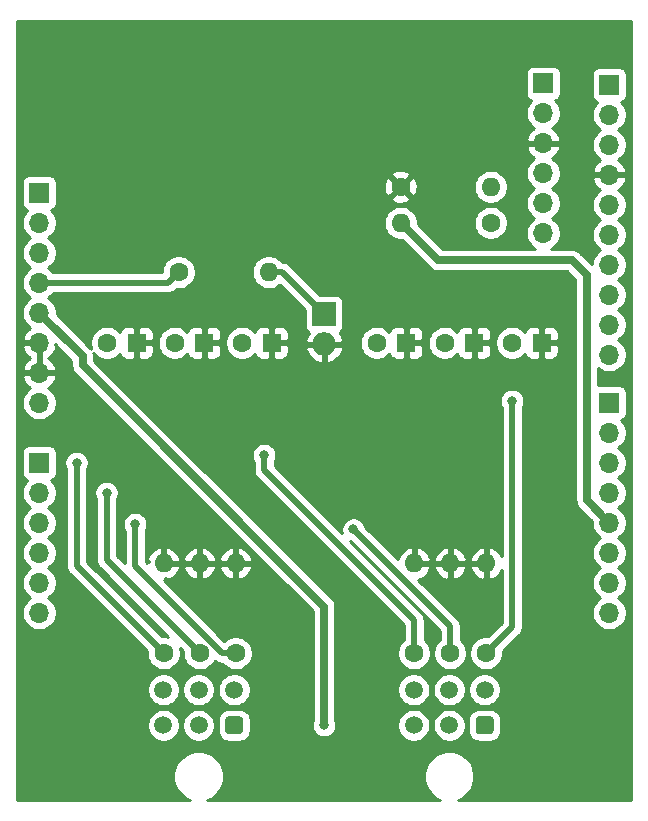
<source format=gbr>
%TF.GenerationSoftware,KiCad,Pcbnew,(5.1.10)-1*%
%TF.CreationDate,2021-09-10T15:59:41-05:00*%
%TF.ProjectId,ForceSensor,466f7263-6553-4656-9e73-6f722e6b6963,rev?*%
%TF.SameCoordinates,Original*%
%TF.FileFunction,Copper,L2,Bot*%
%TF.FilePolarity,Positive*%
%FSLAX46Y46*%
G04 Gerber Fmt 4.6, Leading zero omitted, Abs format (unit mm)*
G04 Created by KiCad (PCBNEW (5.1.10)-1) date 2021-09-10 15:59:41*
%MOMM*%
%LPD*%
G01*
G04 APERTURE LIST*
%TA.AperFunction,ComponentPad*%
%ADD10R,1.600000X1.600000*%
%TD*%
%TA.AperFunction,ComponentPad*%
%ADD11C,1.600000*%
%TD*%
%TA.AperFunction,ComponentPad*%
%ADD12R,1.700000X1.700000*%
%TD*%
%TA.AperFunction,ComponentPad*%
%ADD13O,1.700000X1.700000*%
%TD*%
%TA.AperFunction,ComponentPad*%
%ADD14C,1.500000*%
%TD*%
%TA.AperFunction,ComponentPad*%
%ADD15O,1.600000X1.600000*%
%TD*%
%TA.AperFunction,ComponentPad*%
%ADD16R,2.000000X2.000000*%
%TD*%
%TA.AperFunction,ComponentPad*%
%ADD17O,2.000000X2.000000*%
%TD*%
%TA.AperFunction,ViaPad*%
%ADD18C,0.800000*%
%TD*%
%TA.AperFunction,Conductor*%
%ADD19C,0.508000*%
%TD*%
%TA.AperFunction,Conductor*%
%ADD20C,0.635000*%
%TD*%
%TA.AperFunction,Conductor*%
%ADD21C,0.254000*%
%TD*%
%TA.AperFunction,Conductor*%
%ADD22C,0.100000*%
%TD*%
G04 APERTURE END LIST*
D10*
%TO.P,C1,1*%
%TO.N,GND*%
X220980000Y-70485000D03*
D11*
%TO.P,C1,2*%
%TO.N,/Left_Data1*%
X218480000Y-70485000D03*
%TD*%
D10*
%TO.P,C2,1*%
%TO.N,GND*%
X226695000Y-70485000D03*
D11*
%TO.P,C2,2*%
%TO.N,/Left_Data2*%
X224195000Y-70485000D03*
%TD*%
%TO.P,C3,2*%
%TO.N,/Left_Data3*%
X229910000Y-70485000D03*
D10*
%TO.P,C3,1*%
%TO.N,GND*%
X232410000Y-70485000D03*
%TD*%
D11*
%TO.P,C4,2*%
%TO.N,/Right_Data1*%
X241300000Y-70485000D03*
D10*
%TO.P,C4,1*%
%TO.N,GND*%
X243800000Y-70485000D03*
%TD*%
%TO.P,C5,1*%
%TO.N,GND*%
X249555000Y-70485000D03*
D11*
%TO.P,C5,2*%
%TO.N,/Right_Data2*%
X247055000Y-70485000D03*
%TD*%
%TO.P,C6,2*%
%TO.N,/Right_Data3*%
X252770000Y-70485000D03*
D10*
%TO.P,C6,1*%
%TO.N,GND*%
X255270000Y-70485000D03*
%TD*%
D12*
%TO.P,J4,1*%
%TO.N,Net-(J4-Pad1)*%
X260985000Y-48641000D03*
D13*
%TO.P,J4,2*%
%TO.N,Net-(J4-Pad2)*%
X260985000Y-51181000D03*
%TO.P,J4,3*%
%TO.N,Net-(J4-Pad3)*%
X260985000Y-53721000D03*
%TO.P,J4,4*%
%TO.N,GND*%
X260985000Y-56261000D03*
%TO.P,J4,5*%
%TO.N,Net-(J4-Pad5)*%
X260985000Y-58801000D03*
%TO.P,J4,6*%
%TO.N,Net-(J4-Pad6)*%
X260985000Y-61341000D03*
%TO.P,J4,7*%
%TO.N,Net-(J4-Pad7)*%
X260985000Y-63881000D03*
%TO.P,J4,8*%
%TO.N,Net-(J4-Pad8)*%
X260985000Y-66421000D03*
%TO.P,J4,9*%
%TO.N,Net-(J4-Pad9)*%
X260985000Y-68961000D03*
%TO.P,J4,10*%
%TO.N,Net-(J4-Pad10)*%
X260985000Y-71501000D03*
%TD*%
%TO.P,J7,1*%
%TO.N,+5V*%
%TA.AperFunction,ComponentPad*%
G36*
G01*
X229985000Y-102370000D02*
X229985000Y-103370000D01*
G75*
G02*
X229735000Y-103620000I-250000J0D01*
G01*
X228735000Y-103620000D01*
G75*
G02*
X228485000Y-103370000I0J250000D01*
G01*
X228485000Y-102370000D01*
G75*
G02*
X228735000Y-102120000I250000J0D01*
G01*
X229735000Y-102120000D01*
G75*
G02*
X229985000Y-102370000I0J-250000D01*
G01*
G37*
%TD.AperFunction*%
D14*
%TO.P,J7,2*%
X226235000Y-102870000D03*
%TO.P,J7,3*%
X223235000Y-102870000D03*
%TO.P,J7,4*%
%TO.N,/Left_Data3*%
X229235000Y-99870000D03*
%TO.P,J7,5*%
%TO.N,/Left_Data2*%
X226235000Y-99870000D03*
%TO.P,J7,6*%
%TO.N,/Left_Data1*%
X223235000Y-99870000D03*
%TD*%
%TO.P,J8,6*%
%TO.N,/Right_Data1*%
X244444000Y-99870000D03*
%TO.P,J8,5*%
%TO.N,/Right_Data2*%
X247444000Y-99870000D03*
%TO.P,J8,4*%
%TO.N,/Right_Data3*%
X250444000Y-99870000D03*
%TO.P,J8,3*%
%TO.N,+5V*%
X244444000Y-102870000D03*
%TO.P,J8,2*%
X247444000Y-102870000D03*
%TO.P,J8,1*%
%TA.AperFunction,ComponentPad*%
G36*
G01*
X251194000Y-102370000D02*
X251194000Y-103370000D01*
G75*
G02*
X250944000Y-103620000I-250000J0D01*
G01*
X249944000Y-103620000D01*
G75*
G02*
X249694000Y-103370000I0J250000D01*
G01*
X249694000Y-102370000D01*
G75*
G02*
X249944000Y-102120000I250000J0D01*
G01*
X250944000Y-102120000D01*
G75*
G02*
X251194000Y-102370000I0J-250000D01*
G01*
G37*
%TD.AperFunction*%
%TD*%
D11*
%TO.P,R1,1*%
%TO.N,GND*%
X243332000Y-57277000D03*
D15*
%TO.P,R1,2*%
%TO.N,Net-(J1-Pad5)*%
X250952000Y-57277000D03*
%TD*%
%TO.P,R2,2*%
%TO.N,/D3*%
X243332000Y-60325000D03*
D11*
%TO.P,R2,1*%
%TO.N,Net-(J1-Pad5)*%
X250952000Y-60325000D03*
%TD*%
%TO.P,R3,1*%
%TO.N,/Left_Data1*%
X223266000Y-96774000D03*
D15*
%TO.P,R3,2*%
%TO.N,GND*%
X223266000Y-89154000D03*
%TD*%
%TO.P,R4,2*%
%TO.N,GND*%
X226314000Y-89154000D03*
D11*
%TO.P,R4,1*%
%TO.N,/Left_Data2*%
X226314000Y-96774000D03*
%TD*%
D15*
%TO.P,R5,2*%
%TO.N,GND*%
X229362000Y-89154000D03*
D11*
%TO.P,R5,1*%
%TO.N,/Left_Data3*%
X229362000Y-96774000D03*
%TD*%
%TO.P,R6,1*%
%TO.N,/Right_Data1*%
X244475000Y-96774000D03*
D15*
%TO.P,R6,2*%
%TO.N,GND*%
X244475000Y-89154000D03*
%TD*%
%TO.P,R7,2*%
%TO.N,GND*%
X247523000Y-89154000D03*
D11*
%TO.P,R7,1*%
%TO.N,/Right_Data2*%
X247523000Y-96774000D03*
%TD*%
%TO.P,R8,1*%
%TO.N,/Right_Data3*%
X250571000Y-96774000D03*
D15*
%TO.P,R8,2*%
%TO.N,GND*%
X250571000Y-89154000D03*
%TD*%
D12*
%TO.P,J1,1*%
%TO.N,Net-(J1-Pad1)*%
X255397000Y-48514000D03*
D13*
%TO.P,J1,2*%
%TO.N,+5V*%
X255397000Y-51054000D03*
%TO.P,J1,3*%
%TO.N,GND*%
X255397000Y-53594000D03*
%TO.P,J1,4*%
%TO.N,/D2*%
X255397000Y-56134000D03*
%TO.P,J1,5*%
%TO.N,Net-(J1-Pad5)*%
X255397000Y-58674000D03*
%TO.P,J1,6*%
%TO.N,Net-(J1-Pad6)*%
X255397000Y-61214000D03*
%TD*%
D12*
%TO.P,J2,1*%
%TO.N,Net-(J2-Pad1)*%
X212725000Y-57785000D03*
D13*
%TO.P,J2,2*%
%TO.N,Net-(J2-Pad2)*%
X212725000Y-60325000D03*
%TO.P,J2,3*%
%TO.N,Net-(J2-Pad3)*%
X212725000Y-62865000D03*
%TO.P,J2,4*%
%TO.N,+3V3*%
X212725000Y-65405000D03*
%TO.P,J2,5*%
%TO.N,+5V*%
X212725000Y-67945000D03*
%TO.P,J2,6*%
%TO.N,GND*%
X212725000Y-70485000D03*
%TO.P,J2,7*%
X212725000Y-73025000D03*
%TO.P,J2,8*%
%TO.N,Net-(J2-Pad8)*%
X212725000Y-75565000D03*
%TD*%
%TO.P,J3,6*%
%TO.N,/Right_Data3*%
X212725000Y-93345000D03*
%TO.P,J3,5*%
%TO.N,/Right_Data2*%
X212725000Y-90805000D03*
%TO.P,J3,4*%
%TO.N,/Right_Data1*%
X212725000Y-88265000D03*
%TO.P,J3,3*%
%TO.N,/Left_Data3*%
X212725000Y-85725000D03*
%TO.P,J3,2*%
%TO.N,/Left_Data2*%
X212725000Y-83185000D03*
D12*
%TO.P,J3,1*%
%TO.N,/Left_Data1*%
X212725000Y-80645000D03*
%TD*%
D13*
%TO.P,J5,8*%
%TO.N,Net-(J5-Pad8)*%
X260985000Y-93345000D03*
%TO.P,J5,7*%
%TO.N,Net-(J5-Pad7)*%
X260985000Y-90805000D03*
%TO.P,J5,6*%
%TO.N,/D2*%
X260985000Y-88265000D03*
%TO.P,J5,5*%
%TO.N,/D3*%
X260985000Y-85725000D03*
%TO.P,J5,4*%
%TO.N,Net-(J5-Pad4)*%
X260985000Y-83185000D03*
%TO.P,J5,3*%
%TO.N,Net-(J5-Pad3)*%
X260985000Y-80645000D03*
%TO.P,J5,2*%
%TO.N,Net-(J5-Pad2)*%
X260985000Y-78105000D03*
D12*
%TO.P,J5,1*%
%TO.N,Net-(J5-Pad1)*%
X260985000Y-75565000D03*
%TD*%
D11*
%TO.P,R9,1*%
%TO.N,+3V3*%
X224536000Y-64516000D03*
D15*
%TO.P,R9,2*%
%TO.N,Net-(D1-Pad1)*%
X232156000Y-64516000D03*
%TD*%
D16*
%TO.P,D1,1*%
%TO.N,Net-(D1-Pad1)*%
X236855000Y-68072000D03*
D17*
%TO.P,D1,2*%
%TO.N,GND*%
X236855000Y-70612000D03*
%TD*%
D18*
%TO.N,/Left_Data1*%
X215900000Y-80645000D03*
%TO.N,/Left_Data2*%
X218440000Y-83185000D03*
%TO.N,/Left_Data3*%
X220853000Y-85852000D03*
%TO.N,/Right_Data1*%
X231775000Y-80010000D03*
%TO.N,/Right_Data2*%
X239331500Y-86296500D03*
%TO.N,/Right_Data3*%
X252770000Y-75398000D03*
%TO.N,+5V*%
X236855000Y-102870000D03*
%TD*%
D19*
%TO.N,/Left_Data1*%
X223266000Y-96774000D02*
X215900000Y-89408000D01*
X215900000Y-89408000D02*
X215900000Y-80645000D01*
%TO.N,/Left_Data2*%
X218440000Y-88900000D02*
X218440000Y-83185000D01*
X226314000Y-96774000D02*
X218440000Y-88900000D01*
%TO.N,/Left_Data3*%
X229362000Y-96774000D02*
X228219000Y-96774000D01*
X220853000Y-89408000D02*
X220853000Y-85852000D01*
X228219000Y-96774000D02*
X220853000Y-89408000D01*
%TO.N,/Right_Data1*%
X244475000Y-96774000D02*
X244475000Y-93980000D01*
X231775000Y-81280000D02*
X231775000Y-80010000D01*
X244475000Y-93980000D02*
X231775000Y-81280000D01*
%TO.N,/Right_Data2*%
X247523000Y-94488000D02*
X239331500Y-86296500D01*
X247523000Y-96774000D02*
X247523000Y-94488000D01*
%TO.N,/Right_Data3*%
X252770000Y-94575000D02*
X252770000Y-75398000D01*
X250571000Y-96774000D02*
X252770000Y-94575000D01*
%TO.N,+3V3*%
X223647000Y-65405000D02*
X224536000Y-64516000D01*
X212725000Y-65405000D02*
X223647000Y-65405000D01*
D20*
%TO.N,+5V*%
X212852000Y-67945000D02*
X212725000Y-67945000D01*
X212725000Y-67945000D02*
X216408000Y-71628000D01*
X216408000Y-72390000D02*
X236855000Y-92837000D01*
X216408000Y-71628000D02*
X216408000Y-72390000D01*
X236855000Y-102870000D02*
X236855000Y-92837000D01*
%TO.N,/D3*%
X259080000Y-83820000D02*
X260985000Y-85725000D01*
X246507000Y-63500000D02*
X257810000Y-63500000D01*
X259080000Y-64770000D02*
X259080000Y-83820000D01*
X257810000Y-63500000D02*
X259080000Y-64770000D01*
X243332000Y-60325000D02*
X246507000Y-63500000D01*
D19*
%TO.N,Net-(D1-Pad1)*%
X233299000Y-64516000D02*
X236855000Y-68072000D01*
X232156000Y-64516000D02*
X233299000Y-64516000D01*
%TD*%
D21*
%TO.N,GND*%
X262864513Y-43205666D02*
X262865001Y-43210310D01*
X262865000Y-109187725D01*
X262864335Y-109194513D01*
X262859699Y-109195000D01*
X248182525Y-109195000D01*
X248455302Y-109082012D01*
X248804983Y-108848363D01*
X249102363Y-108550983D01*
X249336012Y-108201302D01*
X249496953Y-107812756D01*
X249579000Y-107400279D01*
X249579000Y-106979721D01*
X249496953Y-106567244D01*
X249336012Y-106178698D01*
X249102363Y-105829017D01*
X248804983Y-105531637D01*
X248455302Y-105297988D01*
X248066756Y-105137047D01*
X247654279Y-105055000D01*
X247233721Y-105055000D01*
X246821244Y-105137047D01*
X246432698Y-105297988D01*
X246083017Y-105531637D01*
X245785637Y-105829017D01*
X245551988Y-106178698D01*
X245391047Y-106567244D01*
X245309000Y-106979721D01*
X245309000Y-107400279D01*
X245391047Y-107812756D01*
X245551988Y-108201302D01*
X245785637Y-108550983D01*
X246083017Y-108848363D01*
X246432698Y-109082012D01*
X246705475Y-109195000D01*
X226973525Y-109195000D01*
X227246302Y-109082012D01*
X227595983Y-108848363D01*
X227893363Y-108550983D01*
X228127012Y-108201302D01*
X228287953Y-107812756D01*
X228370000Y-107400279D01*
X228370000Y-106979721D01*
X228287953Y-106567244D01*
X228127012Y-106178698D01*
X227893363Y-105829017D01*
X227595983Y-105531637D01*
X227246302Y-105297988D01*
X226857756Y-105137047D01*
X226445279Y-105055000D01*
X226024721Y-105055000D01*
X225612244Y-105137047D01*
X225223698Y-105297988D01*
X224874017Y-105531637D01*
X224576637Y-105829017D01*
X224342988Y-106178698D01*
X224182047Y-106567244D01*
X224100000Y-106979721D01*
X224100000Y-107400279D01*
X224182047Y-107812756D01*
X224342988Y-108201302D01*
X224576637Y-108550983D01*
X224874017Y-108848363D01*
X225223698Y-109082012D01*
X225496475Y-109195000D01*
X210852275Y-109195000D01*
X210845487Y-109194335D01*
X210845000Y-109189699D01*
X210845000Y-102733589D01*
X221850000Y-102733589D01*
X221850000Y-103006411D01*
X221903225Y-103273989D01*
X222007629Y-103526043D01*
X222159201Y-103752886D01*
X222352114Y-103945799D01*
X222578957Y-104097371D01*
X222831011Y-104201775D01*
X223098589Y-104255000D01*
X223371411Y-104255000D01*
X223638989Y-104201775D01*
X223891043Y-104097371D01*
X224117886Y-103945799D01*
X224310799Y-103752886D01*
X224462371Y-103526043D01*
X224566775Y-103273989D01*
X224620000Y-103006411D01*
X224620000Y-102733589D01*
X224850000Y-102733589D01*
X224850000Y-103006411D01*
X224903225Y-103273989D01*
X225007629Y-103526043D01*
X225159201Y-103752886D01*
X225352114Y-103945799D01*
X225578957Y-104097371D01*
X225831011Y-104201775D01*
X226098589Y-104255000D01*
X226371411Y-104255000D01*
X226638989Y-104201775D01*
X226891043Y-104097371D01*
X227117886Y-103945799D01*
X227310799Y-103752886D01*
X227462371Y-103526043D01*
X227566775Y-103273989D01*
X227620000Y-103006411D01*
X227620000Y-102733589D01*
X227566775Y-102466011D01*
X227527007Y-102370000D01*
X227846928Y-102370000D01*
X227846928Y-103370000D01*
X227863992Y-103543254D01*
X227914528Y-103709850D01*
X227996595Y-103863386D01*
X228107038Y-103997962D01*
X228241614Y-104108405D01*
X228395150Y-104190472D01*
X228561746Y-104241008D01*
X228735000Y-104258072D01*
X229735000Y-104258072D01*
X229908254Y-104241008D01*
X230074850Y-104190472D01*
X230228386Y-104108405D01*
X230362962Y-103997962D01*
X230473405Y-103863386D01*
X230555472Y-103709850D01*
X230606008Y-103543254D01*
X230623072Y-103370000D01*
X230623072Y-102370000D01*
X230606008Y-102196746D01*
X230555472Y-102030150D01*
X230473405Y-101876614D01*
X230362962Y-101742038D01*
X230228386Y-101631595D01*
X230074850Y-101549528D01*
X229908254Y-101498992D01*
X229735000Y-101481928D01*
X228735000Y-101481928D01*
X228561746Y-101498992D01*
X228395150Y-101549528D01*
X228241614Y-101631595D01*
X228107038Y-101742038D01*
X227996595Y-101876614D01*
X227914528Y-102030150D01*
X227863992Y-102196746D01*
X227846928Y-102370000D01*
X227527007Y-102370000D01*
X227462371Y-102213957D01*
X227310799Y-101987114D01*
X227117886Y-101794201D01*
X226891043Y-101642629D01*
X226638989Y-101538225D01*
X226371411Y-101485000D01*
X226098589Y-101485000D01*
X225831011Y-101538225D01*
X225578957Y-101642629D01*
X225352114Y-101794201D01*
X225159201Y-101987114D01*
X225007629Y-102213957D01*
X224903225Y-102466011D01*
X224850000Y-102733589D01*
X224620000Y-102733589D01*
X224566775Y-102466011D01*
X224462371Y-102213957D01*
X224310799Y-101987114D01*
X224117886Y-101794201D01*
X223891043Y-101642629D01*
X223638989Y-101538225D01*
X223371411Y-101485000D01*
X223098589Y-101485000D01*
X222831011Y-101538225D01*
X222578957Y-101642629D01*
X222352114Y-101794201D01*
X222159201Y-101987114D01*
X222007629Y-102213957D01*
X221903225Y-102466011D01*
X221850000Y-102733589D01*
X210845000Y-102733589D01*
X210845000Y-99733589D01*
X221850000Y-99733589D01*
X221850000Y-100006411D01*
X221903225Y-100273989D01*
X222007629Y-100526043D01*
X222159201Y-100752886D01*
X222352114Y-100945799D01*
X222578957Y-101097371D01*
X222831011Y-101201775D01*
X223098589Y-101255000D01*
X223371411Y-101255000D01*
X223638989Y-101201775D01*
X223891043Y-101097371D01*
X224117886Y-100945799D01*
X224310799Y-100752886D01*
X224462371Y-100526043D01*
X224566775Y-100273989D01*
X224620000Y-100006411D01*
X224620000Y-99733589D01*
X224850000Y-99733589D01*
X224850000Y-100006411D01*
X224903225Y-100273989D01*
X225007629Y-100526043D01*
X225159201Y-100752886D01*
X225352114Y-100945799D01*
X225578957Y-101097371D01*
X225831011Y-101201775D01*
X226098589Y-101255000D01*
X226371411Y-101255000D01*
X226638989Y-101201775D01*
X226891043Y-101097371D01*
X227117886Y-100945799D01*
X227310799Y-100752886D01*
X227462371Y-100526043D01*
X227566775Y-100273989D01*
X227620000Y-100006411D01*
X227620000Y-99733589D01*
X227850000Y-99733589D01*
X227850000Y-100006411D01*
X227903225Y-100273989D01*
X228007629Y-100526043D01*
X228159201Y-100752886D01*
X228352114Y-100945799D01*
X228578957Y-101097371D01*
X228831011Y-101201775D01*
X229098589Y-101255000D01*
X229371411Y-101255000D01*
X229638989Y-101201775D01*
X229891043Y-101097371D01*
X230117886Y-100945799D01*
X230310799Y-100752886D01*
X230462371Y-100526043D01*
X230566775Y-100273989D01*
X230620000Y-100006411D01*
X230620000Y-99733589D01*
X230566775Y-99466011D01*
X230462371Y-99213957D01*
X230310799Y-98987114D01*
X230117886Y-98794201D01*
X229891043Y-98642629D01*
X229638989Y-98538225D01*
X229371411Y-98485000D01*
X229098589Y-98485000D01*
X228831011Y-98538225D01*
X228578957Y-98642629D01*
X228352114Y-98794201D01*
X228159201Y-98987114D01*
X228007629Y-99213957D01*
X227903225Y-99466011D01*
X227850000Y-99733589D01*
X227620000Y-99733589D01*
X227566775Y-99466011D01*
X227462371Y-99213957D01*
X227310799Y-98987114D01*
X227117886Y-98794201D01*
X226891043Y-98642629D01*
X226638989Y-98538225D01*
X226371411Y-98485000D01*
X226098589Y-98485000D01*
X225831011Y-98538225D01*
X225578957Y-98642629D01*
X225352114Y-98794201D01*
X225159201Y-98987114D01*
X225007629Y-99213957D01*
X224903225Y-99466011D01*
X224850000Y-99733589D01*
X224620000Y-99733589D01*
X224566775Y-99466011D01*
X224462371Y-99213957D01*
X224310799Y-98987114D01*
X224117886Y-98794201D01*
X223891043Y-98642629D01*
X223638989Y-98538225D01*
X223371411Y-98485000D01*
X223098589Y-98485000D01*
X222831011Y-98538225D01*
X222578957Y-98642629D01*
X222352114Y-98794201D01*
X222159201Y-98987114D01*
X222007629Y-99213957D01*
X221903225Y-99466011D01*
X221850000Y-99733589D01*
X210845000Y-99733589D01*
X210845000Y-79795000D01*
X211236928Y-79795000D01*
X211236928Y-81495000D01*
X211249188Y-81619482D01*
X211285498Y-81739180D01*
X211344463Y-81849494D01*
X211423815Y-81946185D01*
X211520506Y-82025537D01*
X211630820Y-82084502D01*
X211703380Y-82106513D01*
X211571525Y-82238368D01*
X211409010Y-82481589D01*
X211297068Y-82751842D01*
X211240000Y-83038740D01*
X211240000Y-83331260D01*
X211297068Y-83618158D01*
X211409010Y-83888411D01*
X211571525Y-84131632D01*
X211778368Y-84338475D01*
X211952760Y-84455000D01*
X211778368Y-84571525D01*
X211571525Y-84778368D01*
X211409010Y-85021589D01*
X211297068Y-85291842D01*
X211240000Y-85578740D01*
X211240000Y-85871260D01*
X211297068Y-86158158D01*
X211409010Y-86428411D01*
X211571525Y-86671632D01*
X211778368Y-86878475D01*
X211952760Y-86995000D01*
X211778368Y-87111525D01*
X211571525Y-87318368D01*
X211409010Y-87561589D01*
X211297068Y-87831842D01*
X211240000Y-88118740D01*
X211240000Y-88411260D01*
X211297068Y-88698158D01*
X211409010Y-88968411D01*
X211571525Y-89211632D01*
X211778368Y-89418475D01*
X211952760Y-89535000D01*
X211778368Y-89651525D01*
X211571525Y-89858368D01*
X211409010Y-90101589D01*
X211297068Y-90371842D01*
X211240000Y-90658740D01*
X211240000Y-90951260D01*
X211297068Y-91238158D01*
X211409010Y-91508411D01*
X211571525Y-91751632D01*
X211778368Y-91958475D01*
X211952760Y-92075000D01*
X211778368Y-92191525D01*
X211571525Y-92398368D01*
X211409010Y-92641589D01*
X211297068Y-92911842D01*
X211240000Y-93198740D01*
X211240000Y-93491260D01*
X211297068Y-93778158D01*
X211409010Y-94048411D01*
X211571525Y-94291632D01*
X211778368Y-94498475D01*
X212021589Y-94660990D01*
X212291842Y-94772932D01*
X212578740Y-94830000D01*
X212871260Y-94830000D01*
X213158158Y-94772932D01*
X213428411Y-94660990D01*
X213671632Y-94498475D01*
X213878475Y-94291632D01*
X214040990Y-94048411D01*
X214152932Y-93778158D01*
X214210000Y-93491260D01*
X214210000Y-93198740D01*
X214152932Y-92911842D01*
X214040990Y-92641589D01*
X213878475Y-92398368D01*
X213671632Y-92191525D01*
X213497240Y-92075000D01*
X213671632Y-91958475D01*
X213878475Y-91751632D01*
X214040990Y-91508411D01*
X214152932Y-91238158D01*
X214210000Y-90951260D01*
X214210000Y-90658740D01*
X214152932Y-90371842D01*
X214040990Y-90101589D01*
X213878475Y-89858368D01*
X213671632Y-89651525D01*
X213497240Y-89535000D01*
X213671632Y-89418475D01*
X213878475Y-89211632D01*
X214040990Y-88968411D01*
X214152932Y-88698158D01*
X214210000Y-88411260D01*
X214210000Y-88118740D01*
X214152932Y-87831842D01*
X214040990Y-87561589D01*
X213878475Y-87318368D01*
X213671632Y-87111525D01*
X213497240Y-86995000D01*
X213671632Y-86878475D01*
X213878475Y-86671632D01*
X214040990Y-86428411D01*
X214152932Y-86158158D01*
X214210000Y-85871260D01*
X214210000Y-85578740D01*
X214152932Y-85291842D01*
X214040990Y-85021589D01*
X213878475Y-84778368D01*
X213671632Y-84571525D01*
X213497240Y-84455000D01*
X213671632Y-84338475D01*
X213878475Y-84131632D01*
X214040990Y-83888411D01*
X214152932Y-83618158D01*
X214210000Y-83331260D01*
X214210000Y-83038740D01*
X214152932Y-82751842D01*
X214040990Y-82481589D01*
X213878475Y-82238368D01*
X213746620Y-82106513D01*
X213819180Y-82084502D01*
X213929494Y-82025537D01*
X214026185Y-81946185D01*
X214105537Y-81849494D01*
X214164502Y-81739180D01*
X214200812Y-81619482D01*
X214213072Y-81495000D01*
X214213072Y-80543061D01*
X214865000Y-80543061D01*
X214865000Y-80746939D01*
X214904774Y-80946898D01*
X214982795Y-81135256D01*
X215011001Y-81177469D01*
X215011000Y-89364340D01*
X215006700Y-89408000D01*
X215011000Y-89451660D01*
X215011000Y-89451666D01*
X215023864Y-89582273D01*
X215074697Y-89749850D01*
X215157247Y-89904290D01*
X215268341Y-90039659D01*
X215302264Y-90067499D01*
X221837044Y-96602280D01*
X221831000Y-96632665D01*
X221831000Y-96915335D01*
X221886147Y-97192574D01*
X221994320Y-97453727D01*
X222151363Y-97688759D01*
X222351241Y-97888637D01*
X222586273Y-98045680D01*
X222847426Y-98153853D01*
X223124665Y-98209000D01*
X223407335Y-98209000D01*
X223684574Y-98153853D01*
X223945727Y-98045680D01*
X224180759Y-97888637D01*
X224380637Y-97688759D01*
X224537680Y-97453727D01*
X224645853Y-97192574D01*
X224701000Y-96915335D01*
X224701000Y-96632665D01*
X224647756Y-96364992D01*
X224885044Y-96602280D01*
X224879000Y-96632665D01*
X224879000Y-96915335D01*
X224934147Y-97192574D01*
X225042320Y-97453727D01*
X225199363Y-97688759D01*
X225399241Y-97888637D01*
X225634273Y-98045680D01*
X225895426Y-98153853D01*
X226172665Y-98209000D01*
X226455335Y-98209000D01*
X226732574Y-98153853D01*
X226993727Y-98045680D01*
X227228759Y-97888637D01*
X227428637Y-97688759D01*
X227585680Y-97453727D01*
X227600961Y-97416836D01*
X227722709Y-97516753D01*
X227877149Y-97599303D01*
X227943058Y-97619296D01*
X228044724Y-97650136D01*
X228077924Y-97653406D01*
X228175333Y-97663000D01*
X228175339Y-97663000D01*
X228218999Y-97667300D01*
X228232159Y-97666004D01*
X228247363Y-97688759D01*
X228447241Y-97888637D01*
X228682273Y-98045680D01*
X228943426Y-98153853D01*
X229220665Y-98209000D01*
X229503335Y-98209000D01*
X229780574Y-98153853D01*
X230041727Y-98045680D01*
X230276759Y-97888637D01*
X230476637Y-97688759D01*
X230633680Y-97453727D01*
X230741853Y-97192574D01*
X230797000Y-96915335D01*
X230797000Y-96632665D01*
X230741853Y-96355426D01*
X230633680Y-96094273D01*
X230476637Y-95859241D01*
X230276759Y-95659363D01*
X230041727Y-95502320D01*
X229780574Y-95394147D01*
X229503335Y-95339000D01*
X229220665Y-95339000D01*
X228943426Y-95394147D01*
X228682273Y-95502320D01*
X228447241Y-95659363D01*
X228404420Y-95702184D01*
X223291236Y-90589000D01*
X223393002Y-90589000D01*
X223393002Y-90423916D01*
X223615039Y-90545904D01*
X223749087Y-90505246D01*
X224003420Y-90385037D01*
X224229414Y-90217519D01*
X224418385Y-90009131D01*
X224563070Y-89767881D01*
X224657909Y-89503040D01*
X224922091Y-89503040D01*
X225016930Y-89767881D01*
X225161615Y-90009131D01*
X225350586Y-90217519D01*
X225576580Y-90385037D01*
X225830913Y-90505246D01*
X225964961Y-90545904D01*
X226187000Y-90423915D01*
X226187000Y-89281000D01*
X226441000Y-89281000D01*
X226441000Y-90423915D01*
X226663039Y-90545904D01*
X226797087Y-90505246D01*
X227051420Y-90385037D01*
X227277414Y-90217519D01*
X227466385Y-90009131D01*
X227611070Y-89767881D01*
X227705909Y-89503040D01*
X227970091Y-89503040D01*
X228064930Y-89767881D01*
X228209615Y-90009131D01*
X228398586Y-90217519D01*
X228624580Y-90385037D01*
X228878913Y-90505246D01*
X229012961Y-90545904D01*
X229235000Y-90423915D01*
X229235000Y-89281000D01*
X229489000Y-89281000D01*
X229489000Y-90423915D01*
X229711039Y-90545904D01*
X229845087Y-90505246D01*
X230099420Y-90385037D01*
X230325414Y-90217519D01*
X230514385Y-90009131D01*
X230659070Y-89767881D01*
X230753909Y-89503040D01*
X230632624Y-89281000D01*
X229489000Y-89281000D01*
X229235000Y-89281000D01*
X228091376Y-89281000D01*
X227970091Y-89503040D01*
X227705909Y-89503040D01*
X227584624Y-89281000D01*
X226441000Y-89281000D01*
X226187000Y-89281000D01*
X225043376Y-89281000D01*
X224922091Y-89503040D01*
X224657909Y-89503040D01*
X224536624Y-89281000D01*
X223393000Y-89281000D01*
X223393000Y-89301000D01*
X223139000Y-89301000D01*
X223139000Y-89281000D01*
X223119000Y-89281000D01*
X223119000Y-89027000D01*
X223139000Y-89027000D01*
X223139000Y-87884085D01*
X223393000Y-87884085D01*
X223393000Y-89027000D01*
X224536624Y-89027000D01*
X224657909Y-88804960D01*
X224922091Y-88804960D01*
X225043376Y-89027000D01*
X226187000Y-89027000D01*
X226187000Y-87884085D01*
X226441000Y-87884085D01*
X226441000Y-89027000D01*
X227584624Y-89027000D01*
X227705909Y-88804960D01*
X227970091Y-88804960D01*
X228091376Y-89027000D01*
X229235000Y-89027000D01*
X229235000Y-87884085D01*
X229489000Y-87884085D01*
X229489000Y-89027000D01*
X230632624Y-89027000D01*
X230753909Y-88804960D01*
X230659070Y-88540119D01*
X230514385Y-88298869D01*
X230325414Y-88090481D01*
X230099420Y-87922963D01*
X229845087Y-87802754D01*
X229711039Y-87762096D01*
X229489000Y-87884085D01*
X229235000Y-87884085D01*
X229012961Y-87762096D01*
X228878913Y-87802754D01*
X228624580Y-87922963D01*
X228398586Y-88090481D01*
X228209615Y-88298869D01*
X228064930Y-88540119D01*
X227970091Y-88804960D01*
X227705909Y-88804960D01*
X227611070Y-88540119D01*
X227466385Y-88298869D01*
X227277414Y-88090481D01*
X227051420Y-87922963D01*
X226797087Y-87802754D01*
X226663039Y-87762096D01*
X226441000Y-87884085D01*
X226187000Y-87884085D01*
X225964961Y-87762096D01*
X225830913Y-87802754D01*
X225576580Y-87922963D01*
X225350586Y-88090481D01*
X225161615Y-88298869D01*
X225016930Y-88540119D01*
X224922091Y-88804960D01*
X224657909Y-88804960D01*
X224563070Y-88540119D01*
X224418385Y-88298869D01*
X224229414Y-88090481D01*
X224003420Y-87922963D01*
X223749087Y-87802754D01*
X223615039Y-87762096D01*
X223393000Y-87884085D01*
X223139000Y-87884085D01*
X222916961Y-87762096D01*
X222782913Y-87802754D01*
X222528580Y-87922963D01*
X222302586Y-88090481D01*
X222113615Y-88298869D01*
X221968930Y-88540119D01*
X221874091Y-88804960D01*
X221995375Y-89026998D01*
X221831000Y-89026998D01*
X221831000Y-89128765D01*
X221742000Y-89039765D01*
X221742000Y-86384468D01*
X221770205Y-86342256D01*
X221848226Y-86153898D01*
X221888000Y-85953939D01*
X221888000Y-85750061D01*
X221848226Y-85550102D01*
X221770205Y-85361744D01*
X221656937Y-85192226D01*
X221512774Y-85048063D01*
X221343256Y-84934795D01*
X221154898Y-84856774D01*
X220954939Y-84817000D01*
X220751061Y-84817000D01*
X220551102Y-84856774D01*
X220362744Y-84934795D01*
X220193226Y-85048063D01*
X220049063Y-85192226D01*
X219935795Y-85361744D01*
X219857774Y-85550102D01*
X219818000Y-85750061D01*
X219818000Y-85953939D01*
X219857774Y-86153898D01*
X219935795Y-86342256D01*
X219964001Y-86384469D01*
X219964000Y-89166765D01*
X219329000Y-88531765D01*
X219329000Y-83717468D01*
X219357205Y-83675256D01*
X219435226Y-83486898D01*
X219475000Y-83286939D01*
X219475000Y-83083061D01*
X219435226Y-82883102D01*
X219357205Y-82694744D01*
X219243937Y-82525226D01*
X219099774Y-82381063D01*
X218930256Y-82267795D01*
X218741898Y-82189774D01*
X218541939Y-82150000D01*
X218338061Y-82150000D01*
X218138102Y-82189774D01*
X217949744Y-82267795D01*
X217780226Y-82381063D01*
X217636063Y-82525226D01*
X217522795Y-82694744D01*
X217444774Y-82883102D01*
X217405000Y-83083061D01*
X217405000Y-83286939D01*
X217444774Y-83486898D01*
X217522795Y-83675256D01*
X217551001Y-83717469D01*
X217551000Y-88856340D01*
X217546700Y-88900000D01*
X217551000Y-88943660D01*
X217551000Y-88943666D01*
X217563864Y-89074273D01*
X217614697Y-89241850D01*
X217697247Y-89396290D01*
X217808341Y-89531659D01*
X217842264Y-89559499D01*
X223675009Y-95392244D01*
X223407335Y-95339000D01*
X223124665Y-95339000D01*
X223094280Y-95345044D01*
X216789000Y-89039765D01*
X216789000Y-81177468D01*
X216817205Y-81135256D01*
X216895226Y-80946898D01*
X216935000Y-80746939D01*
X216935000Y-80543061D01*
X216895226Y-80343102D01*
X216817205Y-80154744D01*
X216703937Y-79985226D01*
X216559774Y-79841063D01*
X216390256Y-79727795D01*
X216201898Y-79649774D01*
X216001939Y-79610000D01*
X215798061Y-79610000D01*
X215598102Y-79649774D01*
X215409744Y-79727795D01*
X215240226Y-79841063D01*
X215096063Y-79985226D01*
X214982795Y-80154744D01*
X214904774Y-80343102D01*
X214865000Y-80543061D01*
X214213072Y-80543061D01*
X214213072Y-79795000D01*
X214200812Y-79670518D01*
X214164502Y-79550820D01*
X214105537Y-79440506D01*
X214026185Y-79343815D01*
X213929494Y-79264463D01*
X213819180Y-79205498D01*
X213699482Y-79169188D01*
X213575000Y-79156928D01*
X211875000Y-79156928D01*
X211750518Y-79169188D01*
X211630820Y-79205498D01*
X211520506Y-79264463D01*
X211423815Y-79343815D01*
X211344463Y-79440506D01*
X211285498Y-79550820D01*
X211249188Y-79670518D01*
X211236928Y-79795000D01*
X210845000Y-79795000D01*
X210845000Y-75418740D01*
X211240000Y-75418740D01*
X211240000Y-75711260D01*
X211297068Y-75998158D01*
X211409010Y-76268411D01*
X211571525Y-76511632D01*
X211778368Y-76718475D01*
X212021589Y-76880990D01*
X212291842Y-76992932D01*
X212578740Y-77050000D01*
X212871260Y-77050000D01*
X213158158Y-76992932D01*
X213428411Y-76880990D01*
X213671632Y-76718475D01*
X213878475Y-76511632D01*
X214040990Y-76268411D01*
X214152932Y-75998158D01*
X214210000Y-75711260D01*
X214210000Y-75418740D01*
X214152932Y-75131842D01*
X214040990Y-74861589D01*
X213878475Y-74618368D01*
X213671632Y-74411525D01*
X213489466Y-74289805D01*
X213606355Y-74220178D01*
X213822588Y-74025269D01*
X213996641Y-73791920D01*
X214121825Y-73529099D01*
X214166476Y-73381890D01*
X214045155Y-73152000D01*
X212852000Y-73152000D01*
X212852000Y-73172000D01*
X212598000Y-73172000D01*
X212598000Y-73152000D01*
X211404845Y-73152000D01*
X211283524Y-73381890D01*
X211328175Y-73529099D01*
X211453359Y-73791920D01*
X211627412Y-74025269D01*
X211843645Y-74220178D01*
X211960534Y-74289805D01*
X211778368Y-74411525D01*
X211571525Y-74618368D01*
X211409010Y-74861589D01*
X211297068Y-75131842D01*
X211240000Y-75418740D01*
X210845000Y-75418740D01*
X210845000Y-70841890D01*
X211283524Y-70841890D01*
X211328175Y-70989099D01*
X211453359Y-71251920D01*
X211627412Y-71485269D01*
X211843645Y-71680178D01*
X211969255Y-71755000D01*
X211843645Y-71829822D01*
X211627412Y-72024731D01*
X211453359Y-72258080D01*
X211328175Y-72520901D01*
X211283524Y-72668110D01*
X211404845Y-72898000D01*
X212598000Y-72898000D01*
X212598000Y-70612000D01*
X211404845Y-70612000D01*
X211283524Y-70841890D01*
X210845000Y-70841890D01*
X210845000Y-56935000D01*
X211236928Y-56935000D01*
X211236928Y-58635000D01*
X211249188Y-58759482D01*
X211285498Y-58879180D01*
X211344463Y-58989494D01*
X211423815Y-59086185D01*
X211520506Y-59165537D01*
X211630820Y-59224502D01*
X211703380Y-59246513D01*
X211571525Y-59378368D01*
X211409010Y-59621589D01*
X211297068Y-59891842D01*
X211240000Y-60178740D01*
X211240000Y-60471260D01*
X211297068Y-60758158D01*
X211409010Y-61028411D01*
X211571525Y-61271632D01*
X211778368Y-61478475D01*
X211952760Y-61595000D01*
X211778368Y-61711525D01*
X211571525Y-61918368D01*
X211409010Y-62161589D01*
X211297068Y-62431842D01*
X211240000Y-62718740D01*
X211240000Y-63011260D01*
X211297068Y-63298158D01*
X211409010Y-63568411D01*
X211571525Y-63811632D01*
X211778368Y-64018475D01*
X211952760Y-64135000D01*
X211778368Y-64251525D01*
X211571525Y-64458368D01*
X211409010Y-64701589D01*
X211297068Y-64971842D01*
X211240000Y-65258740D01*
X211240000Y-65551260D01*
X211297068Y-65838158D01*
X211409010Y-66108411D01*
X211571525Y-66351632D01*
X211778368Y-66558475D01*
X211952760Y-66675000D01*
X211778368Y-66791525D01*
X211571525Y-66998368D01*
X211409010Y-67241589D01*
X211297068Y-67511842D01*
X211240000Y-67798740D01*
X211240000Y-68091260D01*
X211297068Y-68378158D01*
X211409010Y-68648411D01*
X211571525Y-68891632D01*
X211778368Y-69098475D01*
X211960534Y-69220195D01*
X211843645Y-69289822D01*
X211627412Y-69484731D01*
X211453359Y-69718080D01*
X211328175Y-69980901D01*
X211283524Y-70128110D01*
X211404845Y-70358000D01*
X212598000Y-70358000D01*
X212598000Y-70338000D01*
X212852000Y-70338000D01*
X212852000Y-70358000D01*
X212872000Y-70358000D01*
X212872000Y-70612000D01*
X212852000Y-70612000D01*
X212852000Y-72898000D01*
X214045155Y-72898000D01*
X214166476Y-72668110D01*
X214121825Y-72520901D01*
X213996641Y-72258080D01*
X213822588Y-72024731D01*
X213606355Y-71829822D01*
X213480745Y-71755000D01*
X213606355Y-71680178D01*
X213822588Y-71485269D01*
X213996641Y-71251920D01*
X214121825Y-70989099D01*
X214166476Y-70841890D01*
X214045371Y-70612409D01*
X215455500Y-72022538D01*
X215455500Y-72343215D01*
X215450892Y-72390000D01*
X215455500Y-72436784D01*
X215455500Y-72436785D01*
X215469283Y-72576723D01*
X215523749Y-72756269D01*
X215612195Y-72921741D01*
X215731223Y-73066778D01*
X215767564Y-73096602D01*
X235902501Y-93231540D01*
X235902500Y-102464953D01*
X235859774Y-102568102D01*
X235820000Y-102768061D01*
X235820000Y-102971939D01*
X235859774Y-103171898D01*
X235937795Y-103360256D01*
X236051063Y-103529774D01*
X236195226Y-103673937D01*
X236364744Y-103787205D01*
X236553102Y-103865226D01*
X236753061Y-103905000D01*
X236956939Y-103905000D01*
X237156898Y-103865226D01*
X237345256Y-103787205D01*
X237514774Y-103673937D01*
X237658937Y-103529774D01*
X237772205Y-103360256D01*
X237850226Y-103171898D01*
X237890000Y-102971939D01*
X237890000Y-102768061D01*
X237883144Y-102733589D01*
X243059000Y-102733589D01*
X243059000Y-103006411D01*
X243112225Y-103273989D01*
X243216629Y-103526043D01*
X243368201Y-103752886D01*
X243561114Y-103945799D01*
X243787957Y-104097371D01*
X244040011Y-104201775D01*
X244307589Y-104255000D01*
X244580411Y-104255000D01*
X244847989Y-104201775D01*
X245100043Y-104097371D01*
X245326886Y-103945799D01*
X245519799Y-103752886D01*
X245671371Y-103526043D01*
X245775775Y-103273989D01*
X245829000Y-103006411D01*
X245829000Y-102733589D01*
X246059000Y-102733589D01*
X246059000Y-103006411D01*
X246112225Y-103273989D01*
X246216629Y-103526043D01*
X246368201Y-103752886D01*
X246561114Y-103945799D01*
X246787957Y-104097371D01*
X247040011Y-104201775D01*
X247307589Y-104255000D01*
X247580411Y-104255000D01*
X247847989Y-104201775D01*
X248100043Y-104097371D01*
X248326886Y-103945799D01*
X248519799Y-103752886D01*
X248671371Y-103526043D01*
X248775775Y-103273989D01*
X248829000Y-103006411D01*
X248829000Y-102733589D01*
X248775775Y-102466011D01*
X248736007Y-102370000D01*
X249055928Y-102370000D01*
X249055928Y-103370000D01*
X249072992Y-103543254D01*
X249123528Y-103709850D01*
X249205595Y-103863386D01*
X249316038Y-103997962D01*
X249450614Y-104108405D01*
X249604150Y-104190472D01*
X249770746Y-104241008D01*
X249944000Y-104258072D01*
X250944000Y-104258072D01*
X251117254Y-104241008D01*
X251283850Y-104190472D01*
X251437386Y-104108405D01*
X251571962Y-103997962D01*
X251682405Y-103863386D01*
X251764472Y-103709850D01*
X251815008Y-103543254D01*
X251832072Y-103370000D01*
X251832072Y-102370000D01*
X251815008Y-102196746D01*
X251764472Y-102030150D01*
X251682405Y-101876614D01*
X251571962Y-101742038D01*
X251437386Y-101631595D01*
X251283850Y-101549528D01*
X251117254Y-101498992D01*
X250944000Y-101481928D01*
X249944000Y-101481928D01*
X249770746Y-101498992D01*
X249604150Y-101549528D01*
X249450614Y-101631595D01*
X249316038Y-101742038D01*
X249205595Y-101876614D01*
X249123528Y-102030150D01*
X249072992Y-102196746D01*
X249055928Y-102370000D01*
X248736007Y-102370000D01*
X248671371Y-102213957D01*
X248519799Y-101987114D01*
X248326886Y-101794201D01*
X248100043Y-101642629D01*
X247847989Y-101538225D01*
X247580411Y-101485000D01*
X247307589Y-101485000D01*
X247040011Y-101538225D01*
X246787957Y-101642629D01*
X246561114Y-101794201D01*
X246368201Y-101987114D01*
X246216629Y-102213957D01*
X246112225Y-102466011D01*
X246059000Y-102733589D01*
X245829000Y-102733589D01*
X245775775Y-102466011D01*
X245671371Y-102213957D01*
X245519799Y-101987114D01*
X245326886Y-101794201D01*
X245100043Y-101642629D01*
X244847989Y-101538225D01*
X244580411Y-101485000D01*
X244307589Y-101485000D01*
X244040011Y-101538225D01*
X243787957Y-101642629D01*
X243561114Y-101794201D01*
X243368201Y-101987114D01*
X243216629Y-102213957D01*
X243112225Y-102466011D01*
X243059000Y-102733589D01*
X237883144Y-102733589D01*
X237850226Y-102568102D01*
X237807500Y-102464953D01*
X237807500Y-99733589D01*
X243059000Y-99733589D01*
X243059000Y-100006411D01*
X243112225Y-100273989D01*
X243216629Y-100526043D01*
X243368201Y-100752886D01*
X243561114Y-100945799D01*
X243787957Y-101097371D01*
X244040011Y-101201775D01*
X244307589Y-101255000D01*
X244580411Y-101255000D01*
X244847989Y-101201775D01*
X245100043Y-101097371D01*
X245326886Y-100945799D01*
X245519799Y-100752886D01*
X245671371Y-100526043D01*
X245775775Y-100273989D01*
X245829000Y-100006411D01*
X245829000Y-99733589D01*
X246059000Y-99733589D01*
X246059000Y-100006411D01*
X246112225Y-100273989D01*
X246216629Y-100526043D01*
X246368201Y-100752886D01*
X246561114Y-100945799D01*
X246787957Y-101097371D01*
X247040011Y-101201775D01*
X247307589Y-101255000D01*
X247580411Y-101255000D01*
X247847989Y-101201775D01*
X248100043Y-101097371D01*
X248326886Y-100945799D01*
X248519799Y-100752886D01*
X248671371Y-100526043D01*
X248775775Y-100273989D01*
X248829000Y-100006411D01*
X248829000Y-99733589D01*
X249059000Y-99733589D01*
X249059000Y-100006411D01*
X249112225Y-100273989D01*
X249216629Y-100526043D01*
X249368201Y-100752886D01*
X249561114Y-100945799D01*
X249787957Y-101097371D01*
X250040011Y-101201775D01*
X250307589Y-101255000D01*
X250580411Y-101255000D01*
X250847989Y-101201775D01*
X251100043Y-101097371D01*
X251326886Y-100945799D01*
X251519799Y-100752886D01*
X251671371Y-100526043D01*
X251775775Y-100273989D01*
X251829000Y-100006411D01*
X251829000Y-99733589D01*
X251775775Y-99466011D01*
X251671371Y-99213957D01*
X251519799Y-98987114D01*
X251326886Y-98794201D01*
X251100043Y-98642629D01*
X250847989Y-98538225D01*
X250580411Y-98485000D01*
X250307589Y-98485000D01*
X250040011Y-98538225D01*
X249787957Y-98642629D01*
X249561114Y-98794201D01*
X249368201Y-98987114D01*
X249216629Y-99213957D01*
X249112225Y-99466011D01*
X249059000Y-99733589D01*
X248829000Y-99733589D01*
X248775775Y-99466011D01*
X248671371Y-99213957D01*
X248519799Y-98987114D01*
X248326886Y-98794201D01*
X248100043Y-98642629D01*
X247847989Y-98538225D01*
X247580411Y-98485000D01*
X247307589Y-98485000D01*
X247040011Y-98538225D01*
X246787957Y-98642629D01*
X246561114Y-98794201D01*
X246368201Y-98987114D01*
X246216629Y-99213957D01*
X246112225Y-99466011D01*
X246059000Y-99733589D01*
X245829000Y-99733589D01*
X245775775Y-99466011D01*
X245671371Y-99213957D01*
X245519799Y-98987114D01*
X245326886Y-98794201D01*
X245100043Y-98642629D01*
X244847989Y-98538225D01*
X244580411Y-98485000D01*
X244307589Y-98485000D01*
X244040011Y-98538225D01*
X243787957Y-98642629D01*
X243561114Y-98794201D01*
X243368201Y-98987114D01*
X243216629Y-99213957D01*
X243112225Y-99466011D01*
X243059000Y-99733589D01*
X237807500Y-99733589D01*
X237807500Y-92883785D01*
X237812108Y-92837000D01*
X237793717Y-92650278D01*
X237791082Y-92641589D01*
X237739252Y-92470731D01*
X237739252Y-92470730D01*
X237695029Y-92387995D01*
X237650806Y-92305259D01*
X237531778Y-92160222D01*
X237495436Y-92130397D01*
X225273100Y-79908061D01*
X230740000Y-79908061D01*
X230740000Y-80111939D01*
X230779774Y-80311898D01*
X230857795Y-80500256D01*
X230886001Y-80542469D01*
X230886000Y-81236339D01*
X230881700Y-81280000D01*
X230886000Y-81323660D01*
X230886000Y-81323666D01*
X230898864Y-81454273D01*
X230949697Y-81621850D01*
X231032247Y-81776290D01*
X231143341Y-81911659D01*
X231177264Y-81939499D01*
X243586001Y-94348236D01*
X243586000Y-95642151D01*
X243560241Y-95659363D01*
X243360363Y-95859241D01*
X243203320Y-96094273D01*
X243095147Y-96355426D01*
X243040000Y-96632665D01*
X243040000Y-96915335D01*
X243095147Y-97192574D01*
X243203320Y-97453727D01*
X243360363Y-97688759D01*
X243560241Y-97888637D01*
X243795273Y-98045680D01*
X244056426Y-98153853D01*
X244333665Y-98209000D01*
X244616335Y-98209000D01*
X244893574Y-98153853D01*
X245154727Y-98045680D01*
X245389759Y-97888637D01*
X245589637Y-97688759D01*
X245746680Y-97453727D01*
X245854853Y-97192574D01*
X245910000Y-96915335D01*
X245910000Y-96632665D01*
X245854853Y-96355426D01*
X245746680Y-96094273D01*
X245589637Y-95859241D01*
X245389759Y-95659363D01*
X245364000Y-95642151D01*
X245364000Y-94023659D01*
X245368300Y-93979999D01*
X245364000Y-93936339D01*
X245364000Y-93936333D01*
X245351136Y-93805726D01*
X245351136Y-93805724D01*
X245300302Y-93638147D01*
X245277078Y-93594699D01*
X245217753Y-93483709D01*
X245106659Y-93348341D01*
X245072736Y-93320501D01*
X239047526Y-87295291D01*
X239079395Y-87301630D01*
X246634001Y-94856236D01*
X246634000Y-95642151D01*
X246608241Y-95659363D01*
X246408363Y-95859241D01*
X246251320Y-96094273D01*
X246143147Y-96355426D01*
X246088000Y-96632665D01*
X246088000Y-96915335D01*
X246143147Y-97192574D01*
X246251320Y-97453727D01*
X246408363Y-97688759D01*
X246608241Y-97888637D01*
X246843273Y-98045680D01*
X247104426Y-98153853D01*
X247381665Y-98209000D01*
X247664335Y-98209000D01*
X247941574Y-98153853D01*
X248202727Y-98045680D01*
X248437759Y-97888637D01*
X248637637Y-97688759D01*
X248794680Y-97453727D01*
X248902853Y-97192574D01*
X248958000Y-96915335D01*
X248958000Y-96632665D01*
X249136000Y-96632665D01*
X249136000Y-96915335D01*
X249191147Y-97192574D01*
X249299320Y-97453727D01*
X249456363Y-97688759D01*
X249656241Y-97888637D01*
X249891273Y-98045680D01*
X250152426Y-98153853D01*
X250429665Y-98209000D01*
X250712335Y-98209000D01*
X250989574Y-98153853D01*
X251250727Y-98045680D01*
X251485759Y-97888637D01*
X251685637Y-97688759D01*
X251842680Y-97453727D01*
X251950853Y-97192574D01*
X252006000Y-96915335D01*
X252006000Y-96632665D01*
X251999956Y-96602279D01*
X253367743Y-95234493D01*
X253401659Y-95206659D01*
X253512753Y-95071291D01*
X253595303Y-94916851D01*
X253646136Y-94749274D01*
X253659000Y-94618667D01*
X253659000Y-94618660D01*
X253663300Y-94575000D01*
X253659000Y-94531340D01*
X253659000Y-75930468D01*
X253687205Y-75888256D01*
X253765226Y-75699898D01*
X253805000Y-75499939D01*
X253805000Y-75296061D01*
X253765226Y-75096102D01*
X253687205Y-74907744D01*
X253573937Y-74738226D01*
X253429774Y-74594063D01*
X253260256Y-74480795D01*
X253071898Y-74402774D01*
X252871939Y-74363000D01*
X252668061Y-74363000D01*
X252468102Y-74402774D01*
X252279744Y-74480795D01*
X252110226Y-74594063D01*
X251966063Y-74738226D01*
X251852795Y-74907744D01*
X251774774Y-75096102D01*
X251735000Y-75296061D01*
X251735000Y-75499939D01*
X251774774Y-75699898D01*
X251852795Y-75888256D01*
X251881001Y-75930469D01*
X251881000Y-88576227D01*
X251868070Y-88540119D01*
X251723385Y-88298869D01*
X251534414Y-88090481D01*
X251308420Y-87922963D01*
X251054087Y-87802754D01*
X250920039Y-87762096D01*
X250698000Y-87884085D01*
X250698000Y-89027000D01*
X250718000Y-89027000D01*
X250718000Y-89281000D01*
X250698000Y-89281000D01*
X250698000Y-90423915D01*
X250920039Y-90545904D01*
X251054087Y-90505246D01*
X251308420Y-90385037D01*
X251534414Y-90217519D01*
X251723385Y-90009131D01*
X251868070Y-89767881D01*
X251881000Y-89731773D01*
X251881000Y-94206764D01*
X250742721Y-95345044D01*
X250712335Y-95339000D01*
X250429665Y-95339000D01*
X250152426Y-95394147D01*
X249891273Y-95502320D01*
X249656241Y-95659363D01*
X249456363Y-95859241D01*
X249299320Y-96094273D01*
X249191147Y-96355426D01*
X249136000Y-96632665D01*
X248958000Y-96632665D01*
X248902853Y-96355426D01*
X248794680Y-96094273D01*
X248637637Y-95859241D01*
X248437759Y-95659363D01*
X248412000Y-95642151D01*
X248412000Y-94531659D01*
X248416300Y-94487999D01*
X248412000Y-94444339D01*
X248412000Y-94444333D01*
X248402406Y-94346924D01*
X248399136Y-94313724D01*
X248368296Y-94212058D01*
X248348303Y-94146149D01*
X248265753Y-93991709D01*
X248154659Y-93856341D01*
X248120736Y-93828501D01*
X244834858Y-90542623D01*
X244958087Y-90505246D01*
X245212420Y-90385037D01*
X245438414Y-90217519D01*
X245627385Y-90009131D01*
X245772070Y-89767881D01*
X245866909Y-89503040D01*
X246131091Y-89503040D01*
X246225930Y-89767881D01*
X246370615Y-90009131D01*
X246559586Y-90217519D01*
X246785580Y-90385037D01*
X247039913Y-90505246D01*
X247173961Y-90545904D01*
X247396000Y-90423915D01*
X247396000Y-89281000D01*
X247650000Y-89281000D01*
X247650000Y-90423915D01*
X247872039Y-90545904D01*
X248006087Y-90505246D01*
X248260420Y-90385037D01*
X248486414Y-90217519D01*
X248675385Y-90009131D01*
X248820070Y-89767881D01*
X248914909Y-89503040D01*
X249179091Y-89503040D01*
X249273930Y-89767881D01*
X249418615Y-90009131D01*
X249607586Y-90217519D01*
X249833580Y-90385037D01*
X250087913Y-90505246D01*
X250221961Y-90545904D01*
X250444000Y-90423915D01*
X250444000Y-89281000D01*
X249300376Y-89281000D01*
X249179091Y-89503040D01*
X248914909Y-89503040D01*
X248793624Y-89281000D01*
X247650000Y-89281000D01*
X247396000Y-89281000D01*
X246252376Y-89281000D01*
X246131091Y-89503040D01*
X245866909Y-89503040D01*
X245745624Y-89281000D01*
X244602000Y-89281000D01*
X244602000Y-89301000D01*
X244348000Y-89301000D01*
X244348000Y-89281000D01*
X244328000Y-89281000D01*
X244328000Y-89027000D01*
X244348000Y-89027000D01*
X244348000Y-87884085D01*
X244602000Y-87884085D01*
X244602000Y-89027000D01*
X245745624Y-89027000D01*
X245866909Y-88804960D01*
X246131091Y-88804960D01*
X246252376Y-89027000D01*
X247396000Y-89027000D01*
X247396000Y-87884085D01*
X247650000Y-87884085D01*
X247650000Y-89027000D01*
X248793624Y-89027000D01*
X248914909Y-88804960D01*
X249179091Y-88804960D01*
X249300376Y-89027000D01*
X250444000Y-89027000D01*
X250444000Y-87884085D01*
X250221961Y-87762096D01*
X250087913Y-87802754D01*
X249833580Y-87922963D01*
X249607586Y-88090481D01*
X249418615Y-88298869D01*
X249273930Y-88540119D01*
X249179091Y-88804960D01*
X248914909Y-88804960D01*
X248820070Y-88540119D01*
X248675385Y-88298869D01*
X248486414Y-88090481D01*
X248260420Y-87922963D01*
X248006087Y-87802754D01*
X247872039Y-87762096D01*
X247650000Y-87884085D01*
X247396000Y-87884085D01*
X247173961Y-87762096D01*
X247039913Y-87802754D01*
X246785580Y-87922963D01*
X246559586Y-88090481D01*
X246370615Y-88298869D01*
X246225930Y-88540119D01*
X246131091Y-88804960D01*
X245866909Y-88804960D01*
X245772070Y-88540119D01*
X245627385Y-88298869D01*
X245438414Y-88090481D01*
X245212420Y-87922963D01*
X244958087Y-87802754D01*
X244824039Y-87762096D01*
X244602000Y-87884085D01*
X244348000Y-87884085D01*
X244125961Y-87762096D01*
X243991913Y-87802754D01*
X243737580Y-87922963D01*
X243511586Y-88090481D01*
X243322615Y-88298869D01*
X243177930Y-88540119D01*
X243086810Y-88794575D01*
X240336630Y-86044395D01*
X240326726Y-85994602D01*
X240248705Y-85806244D01*
X240135437Y-85636726D01*
X239991274Y-85492563D01*
X239821756Y-85379295D01*
X239633398Y-85301274D01*
X239433439Y-85261500D01*
X239229561Y-85261500D01*
X239029602Y-85301274D01*
X238841244Y-85379295D01*
X238671726Y-85492563D01*
X238527563Y-85636726D01*
X238414295Y-85806244D01*
X238336274Y-85994602D01*
X238296500Y-86194561D01*
X238296500Y-86398439D01*
X238332709Y-86580474D01*
X232664000Y-80911765D01*
X232664000Y-80542468D01*
X232692205Y-80500256D01*
X232770226Y-80311898D01*
X232810000Y-80111939D01*
X232810000Y-79908061D01*
X232770226Y-79708102D01*
X232692205Y-79519744D01*
X232578937Y-79350226D01*
X232434774Y-79206063D01*
X232265256Y-79092795D01*
X232076898Y-79014774D01*
X231876939Y-78975000D01*
X231673061Y-78975000D01*
X231473102Y-79014774D01*
X231284744Y-79092795D01*
X231115226Y-79206063D01*
X230971063Y-79350226D01*
X230857795Y-79519744D01*
X230779774Y-79708102D01*
X230740000Y-79908061D01*
X225273100Y-79908061D01*
X217360500Y-71995462D01*
X217360500Y-71674785D01*
X217365108Y-71628000D01*
X217351050Y-71485269D01*
X217346717Y-71441277D01*
X217308147Y-71314129D01*
X217365363Y-71399759D01*
X217565241Y-71599637D01*
X217800273Y-71756680D01*
X218061426Y-71864853D01*
X218338665Y-71920000D01*
X218621335Y-71920000D01*
X218898574Y-71864853D01*
X219159727Y-71756680D01*
X219394759Y-71599637D01*
X219561339Y-71433057D01*
X219590498Y-71529180D01*
X219649463Y-71639494D01*
X219728815Y-71736185D01*
X219825506Y-71815537D01*
X219935820Y-71874502D01*
X220055518Y-71910812D01*
X220180000Y-71923072D01*
X220694250Y-71920000D01*
X220853000Y-71761250D01*
X220853000Y-70612000D01*
X221107000Y-70612000D01*
X221107000Y-71761250D01*
X221265750Y-71920000D01*
X221780000Y-71923072D01*
X221904482Y-71910812D01*
X222024180Y-71874502D01*
X222134494Y-71815537D01*
X222231185Y-71736185D01*
X222310537Y-71639494D01*
X222369502Y-71529180D01*
X222405812Y-71409482D01*
X222418072Y-71285000D01*
X222415000Y-70770750D01*
X222256250Y-70612000D01*
X221107000Y-70612000D01*
X220853000Y-70612000D01*
X220833000Y-70612000D01*
X220833000Y-70358000D01*
X220853000Y-70358000D01*
X220853000Y-69208750D01*
X221107000Y-69208750D01*
X221107000Y-70358000D01*
X222256250Y-70358000D01*
X222270585Y-70343665D01*
X222760000Y-70343665D01*
X222760000Y-70626335D01*
X222815147Y-70903574D01*
X222923320Y-71164727D01*
X223080363Y-71399759D01*
X223280241Y-71599637D01*
X223515273Y-71756680D01*
X223776426Y-71864853D01*
X224053665Y-71920000D01*
X224336335Y-71920000D01*
X224613574Y-71864853D01*
X224874727Y-71756680D01*
X225109759Y-71599637D01*
X225276339Y-71433057D01*
X225305498Y-71529180D01*
X225364463Y-71639494D01*
X225443815Y-71736185D01*
X225540506Y-71815537D01*
X225650820Y-71874502D01*
X225770518Y-71910812D01*
X225895000Y-71923072D01*
X226409250Y-71920000D01*
X226568000Y-71761250D01*
X226568000Y-70612000D01*
X226822000Y-70612000D01*
X226822000Y-71761250D01*
X226980750Y-71920000D01*
X227495000Y-71923072D01*
X227619482Y-71910812D01*
X227739180Y-71874502D01*
X227849494Y-71815537D01*
X227946185Y-71736185D01*
X228025537Y-71639494D01*
X228084502Y-71529180D01*
X228120812Y-71409482D01*
X228133072Y-71285000D01*
X228130000Y-70770750D01*
X227971250Y-70612000D01*
X226822000Y-70612000D01*
X226568000Y-70612000D01*
X226548000Y-70612000D01*
X226548000Y-70358000D01*
X226568000Y-70358000D01*
X226568000Y-69208750D01*
X226822000Y-69208750D01*
X226822000Y-70358000D01*
X227971250Y-70358000D01*
X227985585Y-70343665D01*
X228475000Y-70343665D01*
X228475000Y-70626335D01*
X228530147Y-70903574D01*
X228638320Y-71164727D01*
X228795363Y-71399759D01*
X228995241Y-71599637D01*
X229230273Y-71756680D01*
X229491426Y-71864853D01*
X229768665Y-71920000D01*
X230051335Y-71920000D01*
X230328574Y-71864853D01*
X230589727Y-71756680D01*
X230824759Y-71599637D01*
X230991339Y-71433057D01*
X231020498Y-71529180D01*
X231079463Y-71639494D01*
X231158815Y-71736185D01*
X231255506Y-71815537D01*
X231365820Y-71874502D01*
X231485518Y-71910812D01*
X231610000Y-71923072D01*
X232124250Y-71920000D01*
X232283000Y-71761250D01*
X232283000Y-70612000D01*
X232537000Y-70612000D01*
X232537000Y-71761250D01*
X232695750Y-71920000D01*
X233210000Y-71923072D01*
X233334482Y-71910812D01*
X233454180Y-71874502D01*
X233564494Y-71815537D01*
X233661185Y-71736185D01*
X233740537Y-71639494D01*
X233799502Y-71529180D01*
X233835812Y-71409482D01*
X233848072Y-71285000D01*
X233846325Y-70992435D01*
X235264871Y-70992435D01*
X235369644Y-71295344D01*
X235531499Y-71571992D01*
X235744215Y-71811748D01*
X235999618Y-72005399D01*
X236287893Y-72145502D01*
X236474566Y-72202124D01*
X236728000Y-72082777D01*
X236728000Y-70739000D01*
X236982000Y-70739000D01*
X236982000Y-72082777D01*
X237235434Y-72202124D01*
X237422107Y-72145502D01*
X237710382Y-72005399D01*
X237965785Y-71811748D01*
X238178501Y-71571992D01*
X238340356Y-71295344D01*
X238445129Y-70992435D01*
X238326315Y-70739000D01*
X236982000Y-70739000D01*
X236728000Y-70739000D01*
X235383685Y-70739000D01*
X235264871Y-70992435D01*
X233846325Y-70992435D01*
X233845000Y-70770750D01*
X233686250Y-70612000D01*
X232537000Y-70612000D01*
X232283000Y-70612000D01*
X232263000Y-70612000D01*
X232263000Y-70358000D01*
X232283000Y-70358000D01*
X232283000Y-69208750D01*
X232537000Y-69208750D01*
X232537000Y-70358000D01*
X233686250Y-70358000D01*
X233845000Y-70199250D01*
X233848072Y-69685000D01*
X233835812Y-69560518D01*
X233799502Y-69440820D01*
X233740537Y-69330506D01*
X233661185Y-69233815D01*
X233564494Y-69154463D01*
X233454180Y-69095498D01*
X233334482Y-69059188D01*
X233210000Y-69046928D01*
X232695750Y-69050000D01*
X232537000Y-69208750D01*
X232283000Y-69208750D01*
X232124250Y-69050000D01*
X231610000Y-69046928D01*
X231485518Y-69059188D01*
X231365820Y-69095498D01*
X231255506Y-69154463D01*
X231158815Y-69233815D01*
X231079463Y-69330506D01*
X231020498Y-69440820D01*
X230991339Y-69536943D01*
X230824759Y-69370363D01*
X230589727Y-69213320D01*
X230328574Y-69105147D01*
X230051335Y-69050000D01*
X229768665Y-69050000D01*
X229491426Y-69105147D01*
X229230273Y-69213320D01*
X228995241Y-69370363D01*
X228795363Y-69570241D01*
X228638320Y-69805273D01*
X228530147Y-70066426D01*
X228475000Y-70343665D01*
X227985585Y-70343665D01*
X228130000Y-70199250D01*
X228133072Y-69685000D01*
X228120812Y-69560518D01*
X228084502Y-69440820D01*
X228025537Y-69330506D01*
X227946185Y-69233815D01*
X227849494Y-69154463D01*
X227739180Y-69095498D01*
X227619482Y-69059188D01*
X227495000Y-69046928D01*
X226980750Y-69050000D01*
X226822000Y-69208750D01*
X226568000Y-69208750D01*
X226409250Y-69050000D01*
X225895000Y-69046928D01*
X225770518Y-69059188D01*
X225650820Y-69095498D01*
X225540506Y-69154463D01*
X225443815Y-69233815D01*
X225364463Y-69330506D01*
X225305498Y-69440820D01*
X225276339Y-69536943D01*
X225109759Y-69370363D01*
X224874727Y-69213320D01*
X224613574Y-69105147D01*
X224336335Y-69050000D01*
X224053665Y-69050000D01*
X223776426Y-69105147D01*
X223515273Y-69213320D01*
X223280241Y-69370363D01*
X223080363Y-69570241D01*
X222923320Y-69805273D01*
X222815147Y-70066426D01*
X222760000Y-70343665D01*
X222270585Y-70343665D01*
X222415000Y-70199250D01*
X222418072Y-69685000D01*
X222405812Y-69560518D01*
X222369502Y-69440820D01*
X222310537Y-69330506D01*
X222231185Y-69233815D01*
X222134494Y-69154463D01*
X222024180Y-69095498D01*
X221904482Y-69059188D01*
X221780000Y-69046928D01*
X221265750Y-69050000D01*
X221107000Y-69208750D01*
X220853000Y-69208750D01*
X220694250Y-69050000D01*
X220180000Y-69046928D01*
X220055518Y-69059188D01*
X219935820Y-69095498D01*
X219825506Y-69154463D01*
X219728815Y-69233815D01*
X219649463Y-69330506D01*
X219590498Y-69440820D01*
X219561339Y-69536943D01*
X219394759Y-69370363D01*
X219159727Y-69213320D01*
X218898574Y-69105147D01*
X218621335Y-69050000D01*
X218338665Y-69050000D01*
X218061426Y-69105147D01*
X217800273Y-69213320D01*
X217565241Y-69370363D01*
X217365363Y-69570241D01*
X217208320Y-69805273D01*
X217100147Y-70066426D01*
X217045000Y-70343665D01*
X217045000Y-70626335D01*
X217100147Y-70903574D01*
X217155658Y-71037591D01*
X217084778Y-70951222D01*
X217048431Y-70921393D01*
X214210000Y-68082962D01*
X214210000Y-67798740D01*
X214152932Y-67511842D01*
X214040990Y-67241589D01*
X213878475Y-66998368D01*
X213671632Y-66791525D01*
X213497240Y-66675000D01*
X213671632Y-66558475D01*
X213878475Y-66351632D01*
X213916983Y-66294000D01*
X223603340Y-66294000D01*
X223647000Y-66298300D01*
X223690660Y-66294000D01*
X223690667Y-66294000D01*
X223821274Y-66281136D01*
X223988851Y-66230303D01*
X224143291Y-66147753D01*
X224278659Y-66036659D01*
X224306499Y-66002737D01*
X224364279Y-65944956D01*
X224394665Y-65951000D01*
X224677335Y-65951000D01*
X224954574Y-65895853D01*
X225215727Y-65787680D01*
X225450759Y-65630637D01*
X225650637Y-65430759D01*
X225807680Y-65195727D01*
X225915853Y-64934574D01*
X225971000Y-64657335D01*
X225971000Y-64374665D01*
X230721000Y-64374665D01*
X230721000Y-64657335D01*
X230776147Y-64934574D01*
X230884320Y-65195727D01*
X231041363Y-65430759D01*
X231241241Y-65630637D01*
X231476273Y-65787680D01*
X231737426Y-65895853D01*
X232014665Y-65951000D01*
X232297335Y-65951000D01*
X232574574Y-65895853D01*
X232835727Y-65787680D01*
X233070759Y-65630637D01*
X233113581Y-65587816D01*
X235216928Y-67691163D01*
X235216928Y-69072000D01*
X235229188Y-69196482D01*
X235265498Y-69316180D01*
X235324463Y-69426494D01*
X235403815Y-69523185D01*
X235500506Y-69602537D01*
X235551302Y-69629688D01*
X235531499Y-69652008D01*
X235369644Y-69928656D01*
X235264871Y-70231565D01*
X235383685Y-70485000D01*
X236728000Y-70485000D01*
X236728000Y-70465000D01*
X236982000Y-70465000D01*
X236982000Y-70485000D01*
X238326315Y-70485000D01*
X238392574Y-70343665D01*
X239865000Y-70343665D01*
X239865000Y-70626335D01*
X239920147Y-70903574D01*
X240028320Y-71164727D01*
X240185363Y-71399759D01*
X240385241Y-71599637D01*
X240620273Y-71756680D01*
X240881426Y-71864853D01*
X241158665Y-71920000D01*
X241441335Y-71920000D01*
X241718574Y-71864853D01*
X241979727Y-71756680D01*
X242214759Y-71599637D01*
X242381339Y-71433057D01*
X242410498Y-71529180D01*
X242469463Y-71639494D01*
X242548815Y-71736185D01*
X242645506Y-71815537D01*
X242755820Y-71874502D01*
X242875518Y-71910812D01*
X243000000Y-71923072D01*
X243514250Y-71920000D01*
X243673000Y-71761250D01*
X243673000Y-70612000D01*
X243927000Y-70612000D01*
X243927000Y-71761250D01*
X244085750Y-71920000D01*
X244600000Y-71923072D01*
X244724482Y-71910812D01*
X244844180Y-71874502D01*
X244954494Y-71815537D01*
X245051185Y-71736185D01*
X245130537Y-71639494D01*
X245189502Y-71529180D01*
X245225812Y-71409482D01*
X245238072Y-71285000D01*
X245235000Y-70770750D01*
X245076250Y-70612000D01*
X243927000Y-70612000D01*
X243673000Y-70612000D01*
X243653000Y-70612000D01*
X243653000Y-70358000D01*
X243673000Y-70358000D01*
X243673000Y-69208750D01*
X243927000Y-69208750D01*
X243927000Y-70358000D01*
X245076250Y-70358000D01*
X245090585Y-70343665D01*
X245620000Y-70343665D01*
X245620000Y-70626335D01*
X245675147Y-70903574D01*
X245783320Y-71164727D01*
X245940363Y-71399759D01*
X246140241Y-71599637D01*
X246375273Y-71756680D01*
X246636426Y-71864853D01*
X246913665Y-71920000D01*
X247196335Y-71920000D01*
X247473574Y-71864853D01*
X247734727Y-71756680D01*
X247969759Y-71599637D01*
X248136339Y-71433057D01*
X248165498Y-71529180D01*
X248224463Y-71639494D01*
X248303815Y-71736185D01*
X248400506Y-71815537D01*
X248510820Y-71874502D01*
X248630518Y-71910812D01*
X248755000Y-71923072D01*
X249269250Y-71920000D01*
X249428000Y-71761250D01*
X249428000Y-70612000D01*
X249682000Y-70612000D01*
X249682000Y-71761250D01*
X249840750Y-71920000D01*
X250355000Y-71923072D01*
X250479482Y-71910812D01*
X250599180Y-71874502D01*
X250709494Y-71815537D01*
X250806185Y-71736185D01*
X250885537Y-71639494D01*
X250944502Y-71529180D01*
X250980812Y-71409482D01*
X250993072Y-71285000D01*
X250990000Y-70770750D01*
X250831250Y-70612000D01*
X249682000Y-70612000D01*
X249428000Y-70612000D01*
X249408000Y-70612000D01*
X249408000Y-70358000D01*
X249428000Y-70358000D01*
X249428000Y-69208750D01*
X249682000Y-69208750D01*
X249682000Y-70358000D01*
X250831250Y-70358000D01*
X250845585Y-70343665D01*
X251335000Y-70343665D01*
X251335000Y-70626335D01*
X251390147Y-70903574D01*
X251498320Y-71164727D01*
X251655363Y-71399759D01*
X251855241Y-71599637D01*
X252090273Y-71756680D01*
X252351426Y-71864853D01*
X252628665Y-71920000D01*
X252911335Y-71920000D01*
X253188574Y-71864853D01*
X253449727Y-71756680D01*
X253684759Y-71599637D01*
X253851339Y-71433057D01*
X253880498Y-71529180D01*
X253939463Y-71639494D01*
X254018815Y-71736185D01*
X254115506Y-71815537D01*
X254225820Y-71874502D01*
X254345518Y-71910812D01*
X254470000Y-71923072D01*
X254984250Y-71920000D01*
X255143000Y-71761250D01*
X255143000Y-70612000D01*
X255397000Y-70612000D01*
X255397000Y-71761250D01*
X255555750Y-71920000D01*
X256070000Y-71923072D01*
X256194482Y-71910812D01*
X256314180Y-71874502D01*
X256424494Y-71815537D01*
X256521185Y-71736185D01*
X256600537Y-71639494D01*
X256659502Y-71529180D01*
X256695812Y-71409482D01*
X256708072Y-71285000D01*
X256705000Y-70770750D01*
X256546250Y-70612000D01*
X255397000Y-70612000D01*
X255143000Y-70612000D01*
X255123000Y-70612000D01*
X255123000Y-70358000D01*
X255143000Y-70358000D01*
X255143000Y-69208750D01*
X255397000Y-69208750D01*
X255397000Y-70358000D01*
X256546250Y-70358000D01*
X256705000Y-70199250D01*
X256708072Y-69685000D01*
X256695812Y-69560518D01*
X256659502Y-69440820D01*
X256600537Y-69330506D01*
X256521185Y-69233815D01*
X256424494Y-69154463D01*
X256314180Y-69095498D01*
X256194482Y-69059188D01*
X256070000Y-69046928D01*
X255555750Y-69050000D01*
X255397000Y-69208750D01*
X255143000Y-69208750D01*
X254984250Y-69050000D01*
X254470000Y-69046928D01*
X254345518Y-69059188D01*
X254225820Y-69095498D01*
X254115506Y-69154463D01*
X254018815Y-69233815D01*
X253939463Y-69330506D01*
X253880498Y-69440820D01*
X253851339Y-69536943D01*
X253684759Y-69370363D01*
X253449727Y-69213320D01*
X253188574Y-69105147D01*
X252911335Y-69050000D01*
X252628665Y-69050000D01*
X252351426Y-69105147D01*
X252090273Y-69213320D01*
X251855241Y-69370363D01*
X251655363Y-69570241D01*
X251498320Y-69805273D01*
X251390147Y-70066426D01*
X251335000Y-70343665D01*
X250845585Y-70343665D01*
X250990000Y-70199250D01*
X250993072Y-69685000D01*
X250980812Y-69560518D01*
X250944502Y-69440820D01*
X250885537Y-69330506D01*
X250806185Y-69233815D01*
X250709494Y-69154463D01*
X250599180Y-69095498D01*
X250479482Y-69059188D01*
X250355000Y-69046928D01*
X249840750Y-69050000D01*
X249682000Y-69208750D01*
X249428000Y-69208750D01*
X249269250Y-69050000D01*
X248755000Y-69046928D01*
X248630518Y-69059188D01*
X248510820Y-69095498D01*
X248400506Y-69154463D01*
X248303815Y-69233815D01*
X248224463Y-69330506D01*
X248165498Y-69440820D01*
X248136339Y-69536943D01*
X247969759Y-69370363D01*
X247734727Y-69213320D01*
X247473574Y-69105147D01*
X247196335Y-69050000D01*
X246913665Y-69050000D01*
X246636426Y-69105147D01*
X246375273Y-69213320D01*
X246140241Y-69370363D01*
X245940363Y-69570241D01*
X245783320Y-69805273D01*
X245675147Y-70066426D01*
X245620000Y-70343665D01*
X245090585Y-70343665D01*
X245235000Y-70199250D01*
X245238072Y-69685000D01*
X245225812Y-69560518D01*
X245189502Y-69440820D01*
X245130537Y-69330506D01*
X245051185Y-69233815D01*
X244954494Y-69154463D01*
X244844180Y-69095498D01*
X244724482Y-69059188D01*
X244600000Y-69046928D01*
X244085750Y-69050000D01*
X243927000Y-69208750D01*
X243673000Y-69208750D01*
X243514250Y-69050000D01*
X243000000Y-69046928D01*
X242875518Y-69059188D01*
X242755820Y-69095498D01*
X242645506Y-69154463D01*
X242548815Y-69233815D01*
X242469463Y-69330506D01*
X242410498Y-69440820D01*
X242381339Y-69536943D01*
X242214759Y-69370363D01*
X241979727Y-69213320D01*
X241718574Y-69105147D01*
X241441335Y-69050000D01*
X241158665Y-69050000D01*
X240881426Y-69105147D01*
X240620273Y-69213320D01*
X240385241Y-69370363D01*
X240185363Y-69570241D01*
X240028320Y-69805273D01*
X239920147Y-70066426D01*
X239865000Y-70343665D01*
X238392574Y-70343665D01*
X238445129Y-70231565D01*
X238340356Y-69928656D01*
X238178501Y-69652008D01*
X238158698Y-69629688D01*
X238209494Y-69602537D01*
X238306185Y-69523185D01*
X238385537Y-69426494D01*
X238444502Y-69316180D01*
X238480812Y-69196482D01*
X238493072Y-69072000D01*
X238493072Y-67072000D01*
X238480812Y-66947518D01*
X238444502Y-66827820D01*
X238385537Y-66717506D01*
X238306185Y-66620815D01*
X238209494Y-66541463D01*
X238099180Y-66482498D01*
X237979482Y-66446188D01*
X237855000Y-66433928D01*
X236474163Y-66433928D01*
X233958499Y-63918264D01*
X233930659Y-63884341D01*
X233795291Y-63773247D01*
X233640851Y-63690697D01*
X233473274Y-63639864D01*
X233342667Y-63627000D01*
X233342660Y-63627000D01*
X233299000Y-63622700D01*
X233285841Y-63623996D01*
X233270637Y-63601241D01*
X233070759Y-63401363D01*
X232835727Y-63244320D01*
X232574574Y-63136147D01*
X232297335Y-63081000D01*
X232014665Y-63081000D01*
X231737426Y-63136147D01*
X231476273Y-63244320D01*
X231241241Y-63401363D01*
X231041363Y-63601241D01*
X230884320Y-63836273D01*
X230776147Y-64097426D01*
X230721000Y-64374665D01*
X225971000Y-64374665D01*
X225915853Y-64097426D01*
X225807680Y-63836273D01*
X225650637Y-63601241D01*
X225450759Y-63401363D01*
X225215727Y-63244320D01*
X224954574Y-63136147D01*
X224677335Y-63081000D01*
X224394665Y-63081000D01*
X224117426Y-63136147D01*
X223856273Y-63244320D01*
X223621241Y-63401363D01*
X223421363Y-63601241D01*
X223264320Y-63836273D01*
X223156147Y-64097426D01*
X223101000Y-64374665D01*
X223101000Y-64516000D01*
X213916983Y-64516000D01*
X213878475Y-64458368D01*
X213671632Y-64251525D01*
X213497240Y-64135000D01*
X213671632Y-64018475D01*
X213878475Y-63811632D01*
X214040990Y-63568411D01*
X214152932Y-63298158D01*
X214210000Y-63011260D01*
X214210000Y-62718740D01*
X214152932Y-62431842D01*
X214040990Y-62161589D01*
X213878475Y-61918368D01*
X213671632Y-61711525D01*
X213497240Y-61595000D01*
X213671632Y-61478475D01*
X213878475Y-61271632D01*
X214040990Y-61028411D01*
X214152932Y-60758158D01*
X214210000Y-60471260D01*
X214210000Y-60183665D01*
X241897000Y-60183665D01*
X241897000Y-60466335D01*
X241952147Y-60743574D01*
X242060320Y-61004727D01*
X242217363Y-61239759D01*
X242417241Y-61439637D01*
X242652273Y-61596680D01*
X242913426Y-61704853D01*
X243190665Y-61760000D01*
X243419962Y-61760000D01*
X245800397Y-64140436D01*
X245830222Y-64176778D01*
X245975259Y-64295806D01*
X246140731Y-64384252D01*
X246320277Y-64438717D01*
X246506999Y-64457108D01*
X246553784Y-64452500D01*
X257415462Y-64452500D01*
X258127500Y-65164539D01*
X258127501Y-83773205D01*
X258122892Y-83820000D01*
X258141283Y-84006722D01*
X258195749Y-84186269D01*
X258224469Y-84240000D01*
X258284195Y-84351741D01*
X258403223Y-84496778D01*
X258439564Y-84526602D01*
X259500000Y-85587039D01*
X259500000Y-85871260D01*
X259557068Y-86158158D01*
X259669010Y-86428411D01*
X259831525Y-86671632D01*
X260038368Y-86878475D01*
X260212760Y-86995000D01*
X260038368Y-87111525D01*
X259831525Y-87318368D01*
X259669010Y-87561589D01*
X259557068Y-87831842D01*
X259500000Y-88118740D01*
X259500000Y-88411260D01*
X259557068Y-88698158D01*
X259669010Y-88968411D01*
X259831525Y-89211632D01*
X260038368Y-89418475D01*
X260212760Y-89535000D01*
X260038368Y-89651525D01*
X259831525Y-89858368D01*
X259669010Y-90101589D01*
X259557068Y-90371842D01*
X259500000Y-90658740D01*
X259500000Y-90951260D01*
X259557068Y-91238158D01*
X259669010Y-91508411D01*
X259831525Y-91751632D01*
X260038368Y-91958475D01*
X260212760Y-92075000D01*
X260038368Y-92191525D01*
X259831525Y-92398368D01*
X259669010Y-92641589D01*
X259557068Y-92911842D01*
X259500000Y-93198740D01*
X259500000Y-93491260D01*
X259557068Y-93778158D01*
X259669010Y-94048411D01*
X259831525Y-94291632D01*
X260038368Y-94498475D01*
X260281589Y-94660990D01*
X260551842Y-94772932D01*
X260838740Y-94830000D01*
X261131260Y-94830000D01*
X261418158Y-94772932D01*
X261688411Y-94660990D01*
X261931632Y-94498475D01*
X262138475Y-94291632D01*
X262300990Y-94048411D01*
X262412932Y-93778158D01*
X262470000Y-93491260D01*
X262470000Y-93198740D01*
X262412932Y-92911842D01*
X262300990Y-92641589D01*
X262138475Y-92398368D01*
X261931632Y-92191525D01*
X261757240Y-92075000D01*
X261931632Y-91958475D01*
X262138475Y-91751632D01*
X262300990Y-91508411D01*
X262412932Y-91238158D01*
X262470000Y-90951260D01*
X262470000Y-90658740D01*
X262412932Y-90371842D01*
X262300990Y-90101589D01*
X262138475Y-89858368D01*
X261931632Y-89651525D01*
X261757240Y-89535000D01*
X261931632Y-89418475D01*
X262138475Y-89211632D01*
X262300990Y-88968411D01*
X262412932Y-88698158D01*
X262470000Y-88411260D01*
X262470000Y-88118740D01*
X262412932Y-87831842D01*
X262300990Y-87561589D01*
X262138475Y-87318368D01*
X261931632Y-87111525D01*
X261757240Y-86995000D01*
X261931632Y-86878475D01*
X262138475Y-86671632D01*
X262300990Y-86428411D01*
X262412932Y-86158158D01*
X262470000Y-85871260D01*
X262470000Y-85578740D01*
X262412932Y-85291842D01*
X262300990Y-85021589D01*
X262138475Y-84778368D01*
X261931632Y-84571525D01*
X261757240Y-84455000D01*
X261931632Y-84338475D01*
X262138475Y-84131632D01*
X262300990Y-83888411D01*
X262412932Y-83618158D01*
X262470000Y-83331260D01*
X262470000Y-83038740D01*
X262412932Y-82751842D01*
X262300990Y-82481589D01*
X262138475Y-82238368D01*
X261931632Y-82031525D01*
X261757240Y-81915000D01*
X261931632Y-81798475D01*
X262138475Y-81591632D01*
X262300990Y-81348411D01*
X262412932Y-81078158D01*
X262470000Y-80791260D01*
X262470000Y-80498740D01*
X262412932Y-80211842D01*
X262300990Y-79941589D01*
X262138475Y-79698368D01*
X261931632Y-79491525D01*
X261757240Y-79375000D01*
X261931632Y-79258475D01*
X262138475Y-79051632D01*
X262300990Y-78808411D01*
X262412932Y-78538158D01*
X262470000Y-78251260D01*
X262470000Y-77958740D01*
X262412932Y-77671842D01*
X262300990Y-77401589D01*
X262138475Y-77158368D01*
X262006620Y-77026513D01*
X262079180Y-77004502D01*
X262189494Y-76945537D01*
X262286185Y-76866185D01*
X262365537Y-76769494D01*
X262424502Y-76659180D01*
X262460812Y-76539482D01*
X262473072Y-76415000D01*
X262473072Y-74715000D01*
X262460812Y-74590518D01*
X262424502Y-74470820D01*
X262365537Y-74360506D01*
X262286185Y-74263815D01*
X262189494Y-74184463D01*
X262079180Y-74125498D01*
X261959482Y-74089188D01*
X261835000Y-74076928D01*
X260135000Y-74076928D01*
X260032500Y-74087023D01*
X260032500Y-72648607D01*
X260038368Y-72654475D01*
X260281589Y-72816990D01*
X260551842Y-72928932D01*
X260838740Y-72986000D01*
X261131260Y-72986000D01*
X261418158Y-72928932D01*
X261688411Y-72816990D01*
X261931632Y-72654475D01*
X262138475Y-72447632D01*
X262300990Y-72204411D01*
X262412932Y-71934158D01*
X262470000Y-71647260D01*
X262470000Y-71354740D01*
X262412932Y-71067842D01*
X262300990Y-70797589D01*
X262138475Y-70554368D01*
X261931632Y-70347525D01*
X261757240Y-70231000D01*
X261931632Y-70114475D01*
X262138475Y-69907632D01*
X262300990Y-69664411D01*
X262412932Y-69394158D01*
X262470000Y-69107260D01*
X262470000Y-68814740D01*
X262412932Y-68527842D01*
X262300990Y-68257589D01*
X262138475Y-68014368D01*
X261931632Y-67807525D01*
X261757240Y-67691000D01*
X261931632Y-67574475D01*
X262138475Y-67367632D01*
X262300990Y-67124411D01*
X262412932Y-66854158D01*
X262470000Y-66567260D01*
X262470000Y-66274740D01*
X262412932Y-65987842D01*
X262300990Y-65717589D01*
X262138475Y-65474368D01*
X261931632Y-65267525D01*
X261757240Y-65151000D01*
X261931632Y-65034475D01*
X262138475Y-64827632D01*
X262300990Y-64584411D01*
X262412932Y-64314158D01*
X262470000Y-64027260D01*
X262470000Y-63734740D01*
X262412932Y-63447842D01*
X262300990Y-63177589D01*
X262138475Y-62934368D01*
X261931632Y-62727525D01*
X261757240Y-62611000D01*
X261931632Y-62494475D01*
X262138475Y-62287632D01*
X262300990Y-62044411D01*
X262412932Y-61774158D01*
X262470000Y-61487260D01*
X262470000Y-61194740D01*
X262412932Y-60907842D01*
X262300990Y-60637589D01*
X262138475Y-60394368D01*
X261931632Y-60187525D01*
X261757240Y-60071000D01*
X261931632Y-59954475D01*
X262138475Y-59747632D01*
X262300990Y-59504411D01*
X262412932Y-59234158D01*
X262470000Y-58947260D01*
X262470000Y-58654740D01*
X262412932Y-58367842D01*
X262300990Y-58097589D01*
X262138475Y-57854368D01*
X261931632Y-57647525D01*
X261749466Y-57525805D01*
X261866355Y-57456178D01*
X262082588Y-57261269D01*
X262256641Y-57027920D01*
X262381825Y-56765099D01*
X262426476Y-56617890D01*
X262305155Y-56388000D01*
X261112000Y-56388000D01*
X261112000Y-56408000D01*
X260858000Y-56408000D01*
X260858000Y-56388000D01*
X259664845Y-56388000D01*
X259543524Y-56617890D01*
X259588175Y-56765099D01*
X259713359Y-57027920D01*
X259887412Y-57261269D01*
X260103645Y-57456178D01*
X260220534Y-57525805D01*
X260038368Y-57647525D01*
X259831525Y-57854368D01*
X259669010Y-58097589D01*
X259557068Y-58367842D01*
X259500000Y-58654740D01*
X259500000Y-58947260D01*
X259557068Y-59234158D01*
X259669010Y-59504411D01*
X259831525Y-59747632D01*
X260038368Y-59954475D01*
X260212760Y-60071000D01*
X260038368Y-60187525D01*
X259831525Y-60394368D01*
X259669010Y-60637589D01*
X259557068Y-60907842D01*
X259500000Y-61194740D01*
X259500000Y-61487260D01*
X259557068Y-61774158D01*
X259669010Y-62044411D01*
X259831525Y-62287632D01*
X260038368Y-62494475D01*
X260212760Y-62611000D01*
X260038368Y-62727525D01*
X259831525Y-62934368D01*
X259669010Y-63177589D01*
X259557068Y-63447842D01*
X259500000Y-63734740D01*
X259500000Y-63842961D01*
X258516607Y-62859569D01*
X258486778Y-62823222D01*
X258341741Y-62704194D01*
X258176269Y-62615748D01*
X257996723Y-62561283D01*
X257856785Y-62547500D01*
X257810000Y-62542892D01*
X257763215Y-62547500D01*
X256058138Y-62547500D01*
X256100411Y-62529990D01*
X256343632Y-62367475D01*
X256550475Y-62160632D01*
X256712990Y-61917411D01*
X256824932Y-61647158D01*
X256882000Y-61360260D01*
X256882000Y-61067740D01*
X256824932Y-60780842D01*
X256712990Y-60510589D01*
X256550475Y-60267368D01*
X256343632Y-60060525D01*
X256169240Y-59944000D01*
X256343632Y-59827475D01*
X256550475Y-59620632D01*
X256712990Y-59377411D01*
X256824932Y-59107158D01*
X256882000Y-58820260D01*
X256882000Y-58527740D01*
X256824932Y-58240842D01*
X256712990Y-57970589D01*
X256550475Y-57727368D01*
X256343632Y-57520525D01*
X256169240Y-57404000D01*
X256343632Y-57287475D01*
X256550475Y-57080632D01*
X256712990Y-56837411D01*
X256824932Y-56567158D01*
X256882000Y-56280260D01*
X256882000Y-55987740D01*
X256824932Y-55700842D01*
X256712990Y-55430589D01*
X256550475Y-55187368D01*
X256343632Y-54980525D01*
X256161466Y-54858805D01*
X256278355Y-54789178D01*
X256494588Y-54594269D01*
X256668641Y-54360920D01*
X256793825Y-54098099D01*
X256838476Y-53950890D01*
X256717155Y-53721000D01*
X255524000Y-53721000D01*
X255524000Y-53741000D01*
X255270000Y-53741000D01*
X255270000Y-53721000D01*
X254076845Y-53721000D01*
X253955524Y-53950890D01*
X254000175Y-54098099D01*
X254125359Y-54360920D01*
X254299412Y-54594269D01*
X254515645Y-54789178D01*
X254632534Y-54858805D01*
X254450368Y-54980525D01*
X254243525Y-55187368D01*
X254081010Y-55430589D01*
X253969068Y-55700842D01*
X253912000Y-55987740D01*
X253912000Y-56280260D01*
X253969068Y-56567158D01*
X254081010Y-56837411D01*
X254243525Y-57080632D01*
X254450368Y-57287475D01*
X254624760Y-57404000D01*
X254450368Y-57520525D01*
X254243525Y-57727368D01*
X254081010Y-57970589D01*
X253969068Y-58240842D01*
X253912000Y-58527740D01*
X253912000Y-58820260D01*
X253969068Y-59107158D01*
X254081010Y-59377411D01*
X254243525Y-59620632D01*
X254450368Y-59827475D01*
X254624760Y-59944000D01*
X254450368Y-60060525D01*
X254243525Y-60267368D01*
X254081010Y-60510589D01*
X253969068Y-60780842D01*
X253912000Y-61067740D01*
X253912000Y-61360260D01*
X253969068Y-61647158D01*
X254081010Y-61917411D01*
X254243525Y-62160632D01*
X254450368Y-62367475D01*
X254693589Y-62529990D01*
X254735862Y-62547500D01*
X246901539Y-62547500D01*
X244767000Y-60412962D01*
X244767000Y-60183665D01*
X249517000Y-60183665D01*
X249517000Y-60466335D01*
X249572147Y-60743574D01*
X249680320Y-61004727D01*
X249837363Y-61239759D01*
X250037241Y-61439637D01*
X250272273Y-61596680D01*
X250533426Y-61704853D01*
X250810665Y-61760000D01*
X251093335Y-61760000D01*
X251370574Y-61704853D01*
X251631727Y-61596680D01*
X251866759Y-61439637D01*
X252066637Y-61239759D01*
X252223680Y-61004727D01*
X252331853Y-60743574D01*
X252387000Y-60466335D01*
X252387000Y-60183665D01*
X252331853Y-59906426D01*
X252223680Y-59645273D01*
X252066637Y-59410241D01*
X251866759Y-59210363D01*
X251631727Y-59053320D01*
X251370574Y-58945147D01*
X251093335Y-58890000D01*
X250810665Y-58890000D01*
X250533426Y-58945147D01*
X250272273Y-59053320D01*
X250037241Y-59210363D01*
X249837363Y-59410241D01*
X249680320Y-59645273D01*
X249572147Y-59906426D01*
X249517000Y-60183665D01*
X244767000Y-60183665D01*
X244711853Y-59906426D01*
X244603680Y-59645273D01*
X244446637Y-59410241D01*
X244246759Y-59210363D01*
X244011727Y-59053320D01*
X243750574Y-58945147D01*
X243473335Y-58890000D01*
X243190665Y-58890000D01*
X242913426Y-58945147D01*
X242652273Y-59053320D01*
X242417241Y-59210363D01*
X242217363Y-59410241D01*
X242060320Y-59645273D01*
X241952147Y-59906426D01*
X241897000Y-60183665D01*
X214210000Y-60183665D01*
X214210000Y-60178740D01*
X214152932Y-59891842D01*
X214040990Y-59621589D01*
X213878475Y-59378368D01*
X213746620Y-59246513D01*
X213819180Y-59224502D01*
X213929494Y-59165537D01*
X214026185Y-59086185D01*
X214105537Y-58989494D01*
X214164502Y-58879180D01*
X214200812Y-58759482D01*
X214213072Y-58635000D01*
X214213072Y-58269702D01*
X242518903Y-58269702D01*
X242590486Y-58513671D01*
X242845996Y-58634571D01*
X243120184Y-58703300D01*
X243402512Y-58717217D01*
X243682130Y-58675787D01*
X243948292Y-58580603D01*
X244073514Y-58513671D01*
X244145097Y-58269702D01*
X243332000Y-57456605D01*
X242518903Y-58269702D01*
X214213072Y-58269702D01*
X214213072Y-57347512D01*
X241891783Y-57347512D01*
X241933213Y-57627130D01*
X242028397Y-57893292D01*
X242095329Y-58018514D01*
X242339298Y-58090097D01*
X243152395Y-57277000D01*
X243511605Y-57277000D01*
X244324702Y-58090097D01*
X244568671Y-58018514D01*
X244689571Y-57763004D01*
X244758300Y-57488816D01*
X244772217Y-57206488D01*
X244761724Y-57135665D01*
X249517000Y-57135665D01*
X249517000Y-57418335D01*
X249572147Y-57695574D01*
X249680320Y-57956727D01*
X249837363Y-58191759D01*
X250037241Y-58391637D01*
X250272273Y-58548680D01*
X250533426Y-58656853D01*
X250810665Y-58712000D01*
X251093335Y-58712000D01*
X251370574Y-58656853D01*
X251631727Y-58548680D01*
X251866759Y-58391637D01*
X252066637Y-58191759D01*
X252223680Y-57956727D01*
X252331853Y-57695574D01*
X252387000Y-57418335D01*
X252387000Y-57135665D01*
X252331853Y-56858426D01*
X252223680Y-56597273D01*
X252066637Y-56362241D01*
X251866759Y-56162363D01*
X251631727Y-56005320D01*
X251370574Y-55897147D01*
X251093335Y-55842000D01*
X250810665Y-55842000D01*
X250533426Y-55897147D01*
X250272273Y-56005320D01*
X250037241Y-56162363D01*
X249837363Y-56362241D01*
X249680320Y-56597273D01*
X249572147Y-56858426D01*
X249517000Y-57135665D01*
X244761724Y-57135665D01*
X244730787Y-56926870D01*
X244635603Y-56660708D01*
X244568671Y-56535486D01*
X244324702Y-56463903D01*
X243511605Y-57277000D01*
X243152395Y-57277000D01*
X242339298Y-56463903D01*
X242095329Y-56535486D01*
X241974429Y-56790996D01*
X241905700Y-57065184D01*
X241891783Y-57347512D01*
X214213072Y-57347512D01*
X214213072Y-56935000D01*
X214200812Y-56810518D01*
X214164502Y-56690820D01*
X214105537Y-56580506D01*
X214026185Y-56483815D01*
X213929494Y-56404463D01*
X213819180Y-56345498D01*
X213699482Y-56309188D01*
X213575000Y-56296928D01*
X211875000Y-56296928D01*
X211750518Y-56309188D01*
X211630820Y-56345498D01*
X211520506Y-56404463D01*
X211423815Y-56483815D01*
X211344463Y-56580506D01*
X211285498Y-56690820D01*
X211249188Y-56810518D01*
X211236928Y-56935000D01*
X210845000Y-56935000D01*
X210845000Y-56284298D01*
X242518903Y-56284298D01*
X243332000Y-57097395D01*
X244145097Y-56284298D01*
X244073514Y-56040329D01*
X243818004Y-55919429D01*
X243543816Y-55850700D01*
X243261488Y-55836783D01*
X242981870Y-55878213D01*
X242715708Y-55973397D01*
X242590486Y-56040329D01*
X242518903Y-56284298D01*
X210845000Y-56284298D01*
X210845000Y-47664000D01*
X253908928Y-47664000D01*
X253908928Y-49364000D01*
X253921188Y-49488482D01*
X253957498Y-49608180D01*
X254016463Y-49718494D01*
X254095815Y-49815185D01*
X254192506Y-49894537D01*
X254302820Y-49953502D01*
X254375380Y-49975513D01*
X254243525Y-50107368D01*
X254081010Y-50350589D01*
X253969068Y-50620842D01*
X253912000Y-50907740D01*
X253912000Y-51200260D01*
X253969068Y-51487158D01*
X254081010Y-51757411D01*
X254243525Y-52000632D01*
X254450368Y-52207475D01*
X254632534Y-52329195D01*
X254515645Y-52398822D01*
X254299412Y-52593731D01*
X254125359Y-52827080D01*
X254000175Y-53089901D01*
X253955524Y-53237110D01*
X254076845Y-53467000D01*
X255270000Y-53467000D01*
X255270000Y-53447000D01*
X255524000Y-53447000D01*
X255524000Y-53467000D01*
X256717155Y-53467000D01*
X256838476Y-53237110D01*
X256793825Y-53089901D01*
X256668641Y-52827080D01*
X256494588Y-52593731D01*
X256278355Y-52398822D01*
X256161466Y-52329195D01*
X256343632Y-52207475D01*
X256550475Y-52000632D01*
X256712990Y-51757411D01*
X256824932Y-51487158D01*
X256882000Y-51200260D01*
X256882000Y-50907740D01*
X256824932Y-50620842D01*
X256712990Y-50350589D01*
X256550475Y-50107368D01*
X256418620Y-49975513D01*
X256491180Y-49953502D01*
X256601494Y-49894537D01*
X256698185Y-49815185D01*
X256777537Y-49718494D01*
X256836502Y-49608180D01*
X256872812Y-49488482D01*
X256885072Y-49364000D01*
X256885072Y-47791000D01*
X259496928Y-47791000D01*
X259496928Y-49491000D01*
X259509188Y-49615482D01*
X259545498Y-49735180D01*
X259604463Y-49845494D01*
X259683815Y-49942185D01*
X259780506Y-50021537D01*
X259890820Y-50080502D01*
X259963380Y-50102513D01*
X259831525Y-50234368D01*
X259669010Y-50477589D01*
X259557068Y-50747842D01*
X259500000Y-51034740D01*
X259500000Y-51327260D01*
X259557068Y-51614158D01*
X259669010Y-51884411D01*
X259831525Y-52127632D01*
X260038368Y-52334475D01*
X260212760Y-52451000D01*
X260038368Y-52567525D01*
X259831525Y-52774368D01*
X259669010Y-53017589D01*
X259557068Y-53287842D01*
X259500000Y-53574740D01*
X259500000Y-53867260D01*
X259557068Y-54154158D01*
X259669010Y-54424411D01*
X259831525Y-54667632D01*
X260038368Y-54874475D01*
X260220534Y-54996195D01*
X260103645Y-55065822D01*
X259887412Y-55260731D01*
X259713359Y-55494080D01*
X259588175Y-55756901D01*
X259543524Y-55904110D01*
X259664845Y-56134000D01*
X260858000Y-56134000D01*
X260858000Y-56114000D01*
X261112000Y-56114000D01*
X261112000Y-56134000D01*
X262305155Y-56134000D01*
X262426476Y-55904110D01*
X262381825Y-55756901D01*
X262256641Y-55494080D01*
X262082588Y-55260731D01*
X261866355Y-55065822D01*
X261749466Y-54996195D01*
X261931632Y-54874475D01*
X262138475Y-54667632D01*
X262300990Y-54424411D01*
X262412932Y-54154158D01*
X262470000Y-53867260D01*
X262470000Y-53574740D01*
X262412932Y-53287842D01*
X262300990Y-53017589D01*
X262138475Y-52774368D01*
X261931632Y-52567525D01*
X261757240Y-52451000D01*
X261931632Y-52334475D01*
X262138475Y-52127632D01*
X262300990Y-51884411D01*
X262412932Y-51614158D01*
X262470000Y-51327260D01*
X262470000Y-51034740D01*
X262412932Y-50747842D01*
X262300990Y-50477589D01*
X262138475Y-50234368D01*
X262006620Y-50102513D01*
X262079180Y-50080502D01*
X262189494Y-50021537D01*
X262286185Y-49942185D01*
X262365537Y-49845494D01*
X262424502Y-49735180D01*
X262460812Y-49615482D01*
X262473072Y-49491000D01*
X262473072Y-47791000D01*
X262460812Y-47666518D01*
X262424502Y-47546820D01*
X262365537Y-47436506D01*
X262286185Y-47339815D01*
X262189494Y-47260463D01*
X262079180Y-47201498D01*
X261959482Y-47165188D01*
X261835000Y-47152928D01*
X260135000Y-47152928D01*
X260010518Y-47165188D01*
X259890820Y-47201498D01*
X259780506Y-47260463D01*
X259683815Y-47339815D01*
X259604463Y-47436506D01*
X259545498Y-47546820D01*
X259509188Y-47666518D01*
X259496928Y-47791000D01*
X256885072Y-47791000D01*
X256885072Y-47664000D01*
X256872812Y-47539518D01*
X256836502Y-47419820D01*
X256777537Y-47309506D01*
X256698185Y-47212815D01*
X256601494Y-47133463D01*
X256491180Y-47074498D01*
X256371482Y-47038188D01*
X256247000Y-47025928D01*
X254547000Y-47025928D01*
X254422518Y-47038188D01*
X254302820Y-47074498D01*
X254192506Y-47133463D01*
X254095815Y-47212815D01*
X254016463Y-47309506D01*
X253957498Y-47419820D01*
X253921188Y-47539518D01*
X253908928Y-47664000D01*
X210845000Y-47664000D01*
X210845000Y-43212275D01*
X210845666Y-43205487D01*
X210850301Y-43205000D01*
X262857725Y-43205000D01*
X262864513Y-43205666D01*
%TA.AperFunction,Conductor*%
D22*
G36*
X262864513Y-43205666D02*
G01*
X262865001Y-43210310D01*
X262865000Y-109187725D01*
X262864335Y-109194513D01*
X262859699Y-109195000D01*
X248182525Y-109195000D01*
X248455302Y-109082012D01*
X248804983Y-108848363D01*
X249102363Y-108550983D01*
X249336012Y-108201302D01*
X249496953Y-107812756D01*
X249579000Y-107400279D01*
X249579000Y-106979721D01*
X249496953Y-106567244D01*
X249336012Y-106178698D01*
X249102363Y-105829017D01*
X248804983Y-105531637D01*
X248455302Y-105297988D01*
X248066756Y-105137047D01*
X247654279Y-105055000D01*
X247233721Y-105055000D01*
X246821244Y-105137047D01*
X246432698Y-105297988D01*
X246083017Y-105531637D01*
X245785637Y-105829017D01*
X245551988Y-106178698D01*
X245391047Y-106567244D01*
X245309000Y-106979721D01*
X245309000Y-107400279D01*
X245391047Y-107812756D01*
X245551988Y-108201302D01*
X245785637Y-108550983D01*
X246083017Y-108848363D01*
X246432698Y-109082012D01*
X246705475Y-109195000D01*
X226973525Y-109195000D01*
X227246302Y-109082012D01*
X227595983Y-108848363D01*
X227893363Y-108550983D01*
X228127012Y-108201302D01*
X228287953Y-107812756D01*
X228370000Y-107400279D01*
X228370000Y-106979721D01*
X228287953Y-106567244D01*
X228127012Y-106178698D01*
X227893363Y-105829017D01*
X227595983Y-105531637D01*
X227246302Y-105297988D01*
X226857756Y-105137047D01*
X226445279Y-105055000D01*
X226024721Y-105055000D01*
X225612244Y-105137047D01*
X225223698Y-105297988D01*
X224874017Y-105531637D01*
X224576637Y-105829017D01*
X224342988Y-106178698D01*
X224182047Y-106567244D01*
X224100000Y-106979721D01*
X224100000Y-107400279D01*
X224182047Y-107812756D01*
X224342988Y-108201302D01*
X224576637Y-108550983D01*
X224874017Y-108848363D01*
X225223698Y-109082012D01*
X225496475Y-109195000D01*
X210852275Y-109195000D01*
X210845487Y-109194335D01*
X210845000Y-109189699D01*
X210845000Y-102733589D01*
X221850000Y-102733589D01*
X221850000Y-103006411D01*
X221903225Y-103273989D01*
X222007629Y-103526043D01*
X222159201Y-103752886D01*
X222352114Y-103945799D01*
X222578957Y-104097371D01*
X222831011Y-104201775D01*
X223098589Y-104255000D01*
X223371411Y-104255000D01*
X223638989Y-104201775D01*
X223891043Y-104097371D01*
X224117886Y-103945799D01*
X224310799Y-103752886D01*
X224462371Y-103526043D01*
X224566775Y-103273989D01*
X224620000Y-103006411D01*
X224620000Y-102733589D01*
X224850000Y-102733589D01*
X224850000Y-103006411D01*
X224903225Y-103273989D01*
X225007629Y-103526043D01*
X225159201Y-103752886D01*
X225352114Y-103945799D01*
X225578957Y-104097371D01*
X225831011Y-104201775D01*
X226098589Y-104255000D01*
X226371411Y-104255000D01*
X226638989Y-104201775D01*
X226891043Y-104097371D01*
X227117886Y-103945799D01*
X227310799Y-103752886D01*
X227462371Y-103526043D01*
X227566775Y-103273989D01*
X227620000Y-103006411D01*
X227620000Y-102733589D01*
X227566775Y-102466011D01*
X227527007Y-102370000D01*
X227846928Y-102370000D01*
X227846928Y-103370000D01*
X227863992Y-103543254D01*
X227914528Y-103709850D01*
X227996595Y-103863386D01*
X228107038Y-103997962D01*
X228241614Y-104108405D01*
X228395150Y-104190472D01*
X228561746Y-104241008D01*
X228735000Y-104258072D01*
X229735000Y-104258072D01*
X229908254Y-104241008D01*
X230074850Y-104190472D01*
X230228386Y-104108405D01*
X230362962Y-103997962D01*
X230473405Y-103863386D01*
X230555472Y-103709850D01*
X230606008Y-103543254D01*
X230623072Y-103370000D01*
X230623072Y-102370000D01*
X230606008Y-102196746D01*
X230555472Y-102030150D01*
X230473405Y-101876614D01*
X230362962Y-101742038D01*
X230228386Y-101631595D01*
X230074850Y-101549528D01*
X229908254Y-101498992D01*
X229735000Y-101481928D01*
X228735000Y-101481928D01*
X228561746Y-101498992D01*
X228395150Y-101549528D01*
X228241614Y-101631595D01*
X228107038Y-101742038D01*
X227996595Y-101876614D01*
X227914528Y-102030150D01*
X227863992Y-102196746D01*
X227846928Y-102370000D01*
X227527007Y-102370000D01*
X227462371Y-102213957D01*
X227310799Y-101987114D01*
X227117886Y-101794201D01*
X226891043Y-101642629D01*
X226638989Y-101538225D01*
X226371411Y-101485000D01*
X226098589Y-101485000D01*
X225831011Y-101538225D01*
X225578957Y-101642629D01*
X225352114Y-101794201D01*
X225159201Y-101987114D01*
X225007629Y-102213957D01*
X224903225Y-102466011D01*
X224850000Y-102733589D01*
X224620000Y-102733589D01*
X224566775Y-102466011D01*
X224462371Y-102213957D01*
X224310799Y-101987114D01*
X224117886Y-101794201D01*
X223891043Y-101642629D01*
X223638989Y-101538225D01*
X223371411Y-101485000D01*
X223098589Y-101485000D01*
X222831011Y-101538225D01*
X222578957Y-101642629D01*
X222352114Y-101794201D01*
X222159201Y-101987114D01*
X222007629Y-102213957D01*
X221903225Y-102466011D01*
X221850000Y-102733589D01*
X210845000Y-102733589D01*
X210845000Y-99733589D01*
X221850000Y-99733589D01*
X221850000Y-100006411D01*
X221903225Y-100273989D01*
X222007629Y-100526043D01*
X222159201Y-100752886D01*
X222352114Y-100945799D01*
X222578957Y-101097371D01*
X222831011Y-101201775D01*
X223098589Y-101255000D01*
X223371411Y-101255000D01*
X223638989Y-101201775D01*
X223891043Y-101097371D01*
X224117886Y-100945799D01*
X224310799Y-100752886D01*
X224462371Y-100526043D01*
X224566775Y-100273989D01*
X224620000Y-100006411D01*
X224620000Y-99733589D01*
X224850000Y-99733589D01*
X224850000Y-100006411D01*
X224903225Y-100273989D01*
X225007629Y-100526043D01*
X225159201Y-100752886D01*
X225352114Y-100945799D01*
X225578957Y-101097371D01*
X225831011Y-101201775D01*
X226098589Y-101255000D01*
X226371411Y-101255000D01*
X226638989Y-101201775D01*
X226891043Y-101097371D01*
X227117886Y-100945799D01*
X227310799Y-100752886D01*
X227462371Y-100526043D01*
X227566775Y-100273989D01*
X227620000Y-100006411D01*
X227620000Y-99733589D01*
X227850000Y-99733589D01*
X227850000Y-100006411D01*
X227903225Y-100273989D01*
X228007629Y-100526043D01*
X228159201Y-100752886D01*
X228352114Y-100945799D01*
X228578957Y-101097371D01*
X228831011Y-101201775D01*
X229098589Y-101255000D01*
X229371411Y-101255000D01*
X229638989Y-101201775D01*
X229891043Y-101097371D01*
X230117886Y-100945799D01*
X230310799Y-100752886D01*
X230462371Y-100526043D01*
X230566775Y-100273989D01*
X230620000Y-100006411D01*
X230620000Y-99733589D01*
X230566775Y-99466011D01*
X230462371Y-99213957D01*
X230310799Y-98987114D01*
X230117886Y-98794201D01*
X229891043Y-98642629D01*
X229638989Y-98538225D01*
X229371411Y-98485000D01*
X229098589Y-98485000D01*
X228831011Y-98538225D01*
X228578957Y-98642629D01*
X228352114Y-98794201D01*
X228159201Y-98987114D01*
X228007629Y-99213957D01*
X227903225Y-99466011D01*
X227850000Y-99733589D01*
X227620000Y-99733589D01*
X227566775Y-99466011D01*
X227462371Y-99213957D01*
X227310799Y-98987114D01*
X227117886Y-98794201D01*
X226891043Y-98642629D01*
X226638989Y-98538225D01*
X226371411Y-98485000D01*
X226098589Y-98485000D01*
X225831011Y-98538225D01*
X225578957Y-98642629D01*
X225352114Y-98794201D01*
X225159201Y-98987114D01*
X225007629Y-99213957D01*
X224903225Y-99466011D01*
X224850000Y-99733589D01*
X224620000Y-99733589D01*
X224566775Y-99466011D01*
X224462371Y-99213957D01*
X224310799Y-98987114D01*
X224117886Y-98794201D01*
X223891043Y-98642629D01*
X223638989Y-98538225D01*
X223371411Y-98485000D01*
X223098589Y-98485000D01*
X222831011Y-98538225D01*
X222578957Y-98642629D01*
X222352114Y-98794201D01*
X222159201Y-98987114D01*
X222007629Y-99213957D01*
X221903225Y-99466011D01*
X221850000Y-99733589D01*
X210845000Y-99733589D01*
X210845000Y-79795000D01*
X211236928Y-79795000D01*
X211236928Y-81495000D01*
X211249188Y-81619482D01*
X211285498Y-81739180D01*
X211344463Y-81849494D01*
X211423815Y-81946185D01*
X211520506Y-82025537D01*
X211630820Y-82084502D01*
X211703380Y-82106513D01*
X211571525Y-82238368D01*
X211409010Y-82481589D01*
X211297068Y-82751842D01*
X211240000Y-83038740D01*
X211240000Y-83331260D01*
X211297068Y-83618158D01*
X211409010Y-83888411D01*
X211571525Y-84131632D01*
X211778368Y-84338475D01*
X211952760Y-84455000D01*
X211778368Y-84571525D01*
X211571525Y-84778368D01*
X211409010Y-85021589D01*
X211297068Y-85291842D01*
X211240000Y-85578740D01*
X211240000Y-85871260D01*
X211297068Y-86158158D01*
X211409010Y-86428411D01*
X211571525Y-86671632D01*
X211778368Y-86878475D01*
X211952760Y-86995000D01*
X211778368Y-87111525D01*
X211571525Y-87318368D01*
X211409010Y-87561589D01*
X211297068Y-87831842D01*
X211240000Y-88118740D01*
X211240000Y-88411260D01*
X211297068Y-88698158D01*
X211409010Y-88968411D01*
X211571525Y-89211632D01*
X211778368Y-89418475D01*
X211952760Y-89535000D01*
X211778368Y-89651525D01*
X211571525Y-89858368D01*
X211409010Y-90101589D01*
X211297068Y-90371842D01*
X211240000Y-90658740D01*
X211240000Y-90951260D01*
X211297068Y-91238158D01*
X211409010Y-91508411D01*
X211571525Y-91751632D01*
X211778368Y-91958475D01*
X211952760Y-92075000D01*
X211778368Y-92191525D01*
X211571525Y-92398368D01*
X211409010Y-92641589D01*
X211297068Y-92911842D01*
X211240000Y-93198740D01*
X211240000Y-93491260D01*
X211297068Y-93778158D01*
X211409010Y-94048411D01*
X211571525Y-94291632D01*
X211778368Y-94498475D01*
X212021589Y-94660990D01*
X212291842Y-94772932D01*
X212578740Y-94830000D01*
X212871260Y-94830000D01*
X213158158Y-94772932D01*
X213428411Y-94660990D01*
X213671632Y-94498475D01*
X213878475Y-94291632D01*
X214040990Y-94048411D01*
X214152932Y-93778158D01*
X214210000Y-93491260D01*
X214210000Y-93198740D01*
X214152932Y-92911842D01*
X214040990Y-92641589D01*
X213878475Y-92398368D01*
X213671632Y-92191525D01*
X213497240Y-92075000D01*
X213671632Y-91958475D01*
X213878475Y-91751632D01*
X214040990Y-91508411D01*
X214152932Y-91238158D01*
X214210000Y-90951260D01*
X214210000Y-90658740D01*
X214152932Y-90371842D01*
X214040990Y-90101589D01*
X213878475Y-89858368D01*
X213671632Y-89651525D01*
X213497240Y-89535000D01*
X213671632Y-89418475D01*
X213878475Y-89211632D01*
X214040990Y-88968411D01*
X214152932Y-88698158D01*
X214210000Y-88411260D01*
X214210000Y-88118740D01*
X214152932Y-87831842D01*
X214040990Y-87561589D01*
X213878475Y-87318368D01*
X213671632Y-87111525D01*
X213497240Y-86995000D01*
X213671632Y-86878475D01*
X213878475Y-86671632D01*
X214040990Y-86428411D01*
X214152932Y-86158158D01*
X214210000Y-85871260D01*
X214210000Y-85578740D01*
X214152932Y-85291842D01*
X214040990Y-85021589D01*
X213878475Y-84778368D01*
X213671632Y-84571525D01*
X213497240Y-84455000D01*
X213671632Y-84338475D01*
X213878475Y-84131632D01*
X214040990Y-83888411D01*
X214152932Y-83618158D01*
X214210000Y-83331260D01*
X214210000Y-83038740D01*
X214152932Y-82751842D01*
X214040990Y-82481589D01*
X213878475Y-82238368D01*
X213746620Y-82106513D01*
X213819180Y-82084502D01*
X213929494Y-82025537D01*
X214026185Y-81946185D01*
X214105537Y-81849494D01*
X214164502Y-81739180D01*
X214200812Y-81619482D01*
X214213072Y-81495000D01*
X214213072Y-80543061D01*
X214865000Y-80543061D01*
X214865000Y-80746939D01*
X214904774Y-80946898D01*
X214982795Y-81135256D01*
X215011001Y-81177469D01*
X215011000Y-89364340D01*
X215006700Y-89408000D01*
X215011000Y-89451660D01*
X215011000Y-89451666D01*
X215023864Y-89582273D01*
X215074697Y-89749850D01*
X215157247Y-89904290D01*
X215268341Y-90039659D01*
X215302264Y-90067499D01*
X221837044Y-96602280D01*
X221831000Y-96632665D01*
X221831000Y-96915335D01*
X221886147Y-97192574D01*
X221994320Y-97453727D01*
X222151363Y-97688759D01*
X222351241Y-97888637D01*
X222586273Y-98045680D01*
X222847426Y-98153853D01*
X223124665Y-98209000D01*
X223407335Y-98209000D01*
X223684574Y-98153853D01*
X223945727Y-98045680D01*
X224180759Y-97888637D01*
X224380637Y-97688759D01*
X224537680Y-97453727D01*
X224645853Y-97192574D01*
X224701000Y-96915335D01*
X224701000Y-96632665D01*
X224647756Y-96364992D01*
X224885044Y-96602280D01*
X224879000Y-96632665D01*
X224879000Y-96915335D01*
X224934147Y-97192574D01*
X225042320Y-97453727D01*
X225199363Y-97688759D01*
X225399241Y-97888637D01*
X225634273Y-98045680D01*
X225895426Y-98153853D01*
X226172665Y-98209000D01*
X226455335Y-98209000D01*
X226732574Y-98153853D01*
X226993727Y-98045680D01*
X227228759Y-97888637D01*
X227428637Y-97688759D01*
X227585680Y-97453727D01*
X227600961Y-97416836D01*
X227722709Y-97516753D01*
X227877149Y-97599303D01*
X227943058Y-97619296D01*
X228044724Y-97650136D01*
X228077924Y-97653406D01*
X228175333Y-97663000D01*
X228175339Y-97663000D01*
X228218999Y-97667300D01*
X228232159Y-97666004D01*
X228247363Y-97688759D01*
X228447241Y-97888637D01*
X228682273Y-98045680D01*
X228943426Y-98153853D01*
X229220665Y-98209000D01*
X229503335Y-98209000D01*
X229780574Y-98153853D01*
X230041727Y-98045680D01*
X230276759Y-97888637D01*
X230476637Y-97688759D01*
X230633680Y-97453727D01*
X230741853Y-97192574D01*
X230797000Y-96915335D01*
X230797000Y-96632665D01*
X230741853Y-96355426D01*
X230633680Y-96094273D01*
X230476637Y-95859241D01*
X230276759Y-95659363D01*
X230041727Y-95502320D01*
X229780574Y-95394147D01*
X229503335Y-95339000D01*
X229220665Y-95339000D01*
X228943426Y-95394147D01*
X228682273Y-95502320D01*
X228447241Y-95659363D01*
X228404420Y-95702184D01*
X223291236Y-90589000D01*
X223393002Y-90589000D01*
X223393002Y-90423916D01*
X223615039Y-90545904D01*
X223749087Y-90505246D01*
X224003420Y-90385037D01*
X224229414Y-90217519D01*
X224418385Y-90009131D01*
X224563070Y-89767881D01*
X224657909Y-89503040D01*
X224922091Y-89503040D01*
X225016930Y-89767881D01*
X225161615Y-90009131D01*
X225350586Y-90217519D01*
X225576580Y-90385037D01*
X225830913Y-90505246D01*
X225964961Y-90545904D01*
X226187000Y-90423915D01*
X226187000Y-89281000D01*
X226441000Y-89281000D01*
X226441000Y-90423915D01*
X226663039Y-90545904D01*
X226797087Y-90505246D01*
X227051420Y-90385037D01*
X227277414Y-90217519D01*
X227466385Y-90009131D01*
X227611070Y-89767881D01*
X227705909Y-89503040D01*
X227970091Y-89503040D01*
X228064930Y-89767881D01*
X228209615Y-90009131D01*
X228398586Y-90217519D01*
X228624580Y-90385037D01*
X228878913Y-90505246D01*
X229012961Y-90545904D01*
X229235000Y-90423915D01*
X229235000Y-89281000D01*
X229489000Y-89281000D01*
X229489000Y-90423915D01*
X229711039Y-90545904D01*
X229845087Y-90505246D01*
X230099420Y-90385037D01*
X230325414Y-90217519D01*
X230514385Y-90009131D01*
X230659070Y-89767881D01*
X230753909Y-89503040D01*
X230632624Y-89281000D01*
X229489000Y-89281000D01*
X229235000Y-89281000D01*
X228091376Y-89281000D01*
X227970091Y-89503040D01*
X227705909Y-89503040D01*
X227584624Y-89281000D01*
X226441000Y-89281000D01*
X226187000Y-89281000D01*
X225043376Y-89281000D01*
X224922091Y-89503040D01*
X224657909Y-89503040D01*
X224536624Y-89281000D01*
X223393000Y-89281000D01*
X223393000Y-89301000D01*
X223139000Y-89301000D01*
X223139000Y-89281000D01*
X223119000Y-89281000D01*
X223119000Y-89027000D01*
X223139000Y-89027000D01*
X223139000Y-87884085D01*
X223393000Y-87884085D01*
X223393000Y-89027000D01*
X224536624Y-89027000D01*
X224657909Y-88804960D01*
X224922091Y-88804960D01*
X225043376Y-89027000D01*
X226187000Y-89027000D01*
X226187000Y-87884085D01*
X226441000Y-87884085D01*
X226441000Y-89027000D01*
X227584624Y-89027000D01*
X227705909Y-88804960D01*
X227970091Y-88804960D01*
X228091376Y-89027000D01*
X229235000Y-89027000D01*
X229235000Y-87884085D01*
X229489000Y-87884085D01*
X229489000Y-89027000D01*
X230632624Y-89027000D01*
X230753909Y-88804960D01*
X230659070Y-88540119D01*
X230514385Y-88298869D01*
X230325414Y-88090481D01*
X230099420Y-87922963D01*
X229845087Y-87802754D01*
X229711039Y-87762096D01*
X229489000Y-87884085D01*
X229235000Y-87884085D01*
X229012961Y-87762096D01*
X228878913Y-87802754D01*
X228624580Y-87922963D01*
X228398586Y-88090481D01*
X228209615Y-88298869D01*
X228064930Y-88540119D01*
X227970091Y-88804960D01*
X227705909Y-88804960D01*
X227611070Y-88540119D01*
X227466385Y-88298869D01*
X227277414Y-88090481D01*
X227051420Y-87922963D01*
X226797087Y-87802754D01*
X226663039Y-87762096D01*
X226441000Y-87884085D01*
X226187000Y-87884085D01*
X225964961Y-87762096D01*
X225830913Y-87802754D01*
X225576580Y-87922963D01*
X225350586Y-88090481D01*
X225161615Y-88298869D01*
X225016930Y-88540119D01*
X224922091Y-88804960D01*
X224657909Y-88804960D01*
X224563070Y-88540119D01*
X224418385Y-88298869D01*
X224229414Y-88090481D01*
X224003420Y-87922963D01*
X223749087Y-87802754D01*
X223615039Y-87762096D01*
X223393000Y-87884085D01*
X223139000Y-87884085D01*
X222916961Y-87762096D01*
X222782913Y-87802754D01*
X222528580Y-87922963D01*
X222302586Y-88090481D01*
X222113615Y-88298869D01*
X221968930Y-88540119D01*
X221874091Y-88804960D01*
X221995375Y-89026998D01*
X221831000Y-89026998D01*
X221831000Y-89128765D01*
X221742000Y-89039765D01*
X221742000Y-86384468D01*
X221770205Y-86342256D01*
X221848226Y-86153898D01*
X221888000Y-85953939D01*
X221888000Y-85750061D01*
X221848226Y-85550102D01*
X221770205Y-85361744D01*
X221656937Y-85192226D01*
X221512774Y-85048063D01*
X221343256Y-84934795D01*
X221154898Y-84856774D01*
X220954939Y-84817000D01*
X220751061Y-84817000D01*
X220551102Y-84856774D01*
X220362744Y-84934795D01*
X220193226Y-85048063D01*
X220049063Y-85192226D01*
X219935795Y-85361744D01*
X219857774Y-85550102D01*
X219818000Y-85750061D01*
X219818000Y-85953939D01*
X219857774Y-86153898D01*
X219935795Y-86342256D01*
X219964001Y-86384469D01*
X219964000Y-89166765D01*
X219329000Y-88531765D01*
X219329000Y-83717468D01*
X219357205Y-83675256D01*
X219435226Y-83486898D01*
X219475000Y-83286939D01*
X219475000Y-83083061D01*
X219435226Y-82883102D01*
X219357205Y-82694744D01*
X219243937Y-82525226D01*
X219099774Y-82381063D01*
X218930256Y-82267795D01*
X218741898Y-82189774D01*
X218541939Y-82150000D01*
X218338061Y-82150000D01*
X218138102Y-82189774D01*
X217949744Y-82267795D01*
X217780226Y-82381063D01*
X217636063Y-82525226D01*
X217522795Y-82694744D01*
X217444774Y-82883102D01*
X217405000Y-83083061D01*
X217405000Y-83286939D01*
X217444774Y-83486898D01*
X217522795Y-83675256D01*
X217551001Y-83717469D01*
X217551000Y-88856340D01*
X217546700Y-88900000D01*
X217551000Y-88943660D01*
X217551000Y-88943666D01*
X217563864Y-89074273D01*
X217614697Y-89241850D01*
X217697247Y-89396290D01*
X217808341Y-89531659D01*
X217842264Y-89559499D01*
X223675009Y-95392244D01*
X223407335Y-95339000D01*
X223124665Y-95339000D01*
X223094280Y-95345044D01*
X216789000Y-89039765D01*
X216789000Y-81177468D01*
X216817205Y-81135256D01*
X216895226Y-80946898D01*
X216935000Y-80746939D01*
X216935000Y-80543061D01*
X216895226Y-80343102D01*
X216817205Y-80154744D01*
X216703937Y-79985226D01*
X216559774Y-79841063D01*
X216390256Y-79727795D01*
X216201898Y-79649774D01*
X216001939Y-79610000D01*
X215798061Y-79610000D01*
X215598102Y-79649774D01*
X215409744Y-79727795D01*
X215240226Y-79841063D01*
X215096063Y-79985226D01*
X214982795Y-80154744D01*
X214904774Y-80343102D01*
X214865000Y-80543061D01*
X214213072Y-80543061D01*
X214213072Y-79795000D01*
X214200812Y-79670518D01*
X214164502Y-79550820D01*
X214105537Y-79440506D01*
X214026185Y-79343815D01*
X213929494Y-79264463D01*
X213819180Y-79205498D01*
X213699482Y-79169188D01*
X213575000Y-79156928D01*
X211875000Y-79156928D01*
X211750518Y-79169188D01*
X211630820Y-79205498D01*
X211520506Y-79264463D01*
X211423815Y-79343815D01*
X211344463Y-79440506D01*
X211285498Y-79550820D01*
X211249188Y-79670518D01*
X211236928Y-79795000D01*
X210845000Y-79795000D01*
X210845000Y-75418740D01*
X211240000Y-75418740D01*
X211240000Y-75711260D01*
X211297068Y-75998158D01*
X211409010Y-76268411D01*
X211571525Y-76511632D01*
X211778368Y-76718475D01*
X212021589Y-76880990D01*
X212291842Y-76992932D01*
X212578740Y-77050000D01*
X212871260Y-77050000D01*
X213158158Y-76992932D01*
X213428411Y-76880990D01*
X213671632Y-76718475D01*
X213878475Y-76511632D01*
X214040990Y-76268411D01*
X214152932Y-75998158D01*
X214210000Y-75711260D01*
X214210000Y-75418740D01*
X214152932Y-75131842D01*
X214040990Y-74861589D01*
X213878475Y-74618368D01*
X213671632Y-74411525D01*
X213489466Y-74289805D01*
X213606355Y-74220178D01*
X213822588Y-74025269D01*
X213996641Y-73791920D01*
X214121825Y-73529099D01*
X214166476Y-73381890D01*
X214045155Y-73152000D01*
X212852000Y-73152000D01*
X212852000Y-73172000D01*
X212598000Y-73172000D01*
X212598000Y-73152000D01*
X211404845Y-73152000D01*
X211283524Y-73381890D01*
X211328175Y-73529099D01*
X211453359Y-73791920D01*
X211627412Y-74025269D01*
X211843645Y-74220178D01*
X211960534Y-74289805D01*
X211778368Y-74411525D01*
X211571525Y-74618368D01*
X211409010Y-74861589D01*
X211297068Y-75131842D01*
X211240000Y-75418740D01*
X210845000Y-75418740D01*
X210845000Y-70841890D01*
X211283524Y-70841890D01*
X211328175Y-70989099D01*
X211453359Y-71251920D01*
X211627412Y-71485269D01*
X211843645Y-71680178D01*
X211969255Y-71755000D01*
X211843645Y-71829822D01*
X211627412Y-72024731D01*
X211453359Y-72258080D01*
X211328175Y-72520901D01*
X211283524Y-72668110D01*
X211404845Y-72898000D01*
X212598000Y-72898000D01*
X212598000Y-70612000D01*
X211404845Y-70612000D01*
X211283524Y-70841890D01*
X210845000Y-70841890D01*
X210845000Y-56935000D01*
X211236928Y-56935000D01*
X211236928Y-58635000D01*
X211249188Y-58759482D01*
X211285498Y-58879180D01*
X211344463Y-58989494D01*
X211423815Y-59086185D01*
X211520506Y-59165537D01*
X211630820Y-59224502D01*
X211703380Y-59246513D01*
X211571525Y-59378368D01*
X211409010Y-59621589D01*
X211297068Y-59891842D01*
X211240000Y-60178740D01*
X211240000Y-60471260D01*
X211297068Y-60758158D01*
X211409010Y-61028411D01*
X211571525Y-61271632D01*
X211778368Y-61478475D01*
X211952760Y-61595000D01*
X211778368Y-61711525D01*
X211571525Y-61918368D01*
X211409010Y-62161589D01*
X211297068Y-62431842D01*
X211240000Y-62718740D01*
X211240000Y-63011260D01*
X211297068Y-63298158D01*
X211409010Y-63568411D01*
X211571525Y-63811632D01*
X211778368Y-64018475D01*
X211952760Y-64135000D01*
X211778368Y-64251525D01*
X211571525Y-64458368D01*
X211409010Y-64701589D01*
X211297068Y-64971842D01*
X211240000Y-65258740D01*
X211240000Y-65551260D01*
X211297068Y-65838158D01*
X211409010Y-66108411D01*
X211571525Y-66351632D01*
X211778368Y-66558475D01*
X211952760Y-66675000D01*
X211778368Y-66791525D01*
X211571525Y-66998368D01*
X211409010Y-67241589D01*
X211297068Y-67511842D01*
X211240000Y-67798740D01*
X211240000Y-68091260D01*
X211297068Y-68378158D01*
X211409010Y-68648411D01*
X211571525Y-68891632D01*
X211778368Y-69098475D01*
X211960534Y-69220195D01*
X211843645Y-69289822D01*
X211627412Y-69484731D01*
X211453359Y-69718080D01*
X211328175Y-69980901D01*
X211283524Y-70128110D01*
X211404845Y-70358000D01*
X212598000Y-70358000D01*
X212598000Y-70338000D01*
X212852000Y-70338000D01*
X212852000Y-70358000D01*
X212872000Y-70358000D01*
X212872000Y-70612000D01*
X212852000Y-70612000D01*
X212852000Y-72898000D01*
X214045155Y-72898000D01*
X214166476Y-72668110D01*
X214121825Y-72520901D01*
X213996641Y-72258080D01*
X213822588Y-72024731D01*
X213606355Y-71829822D01*
X213480745Y-71755000D01*
X213606355Y-71680178D01*
X213822588Y-71485269D01*
X213996641Y-71251920D01*
X214121825Y-70989099D01*
X214166476Y-70841890D01*
X214045371Y-70612409D01*
X215455500Y-72022538D01*
X215455500Y-72343215D01*
X215450892Y-72390000D01*
X215455500Y-72436784D01*
X215455500Y-72436785D01*
X215469283Y-72576723D01*
X215523749Y-72756269D01*
X215612195Y-72921741D01*
X215731223Y-73066778D01*
X215767564Y-73096602D01*
X235902501Y-93231540D01*
X235902500Y-102464953D01*
X235859774Y-102568102D01*
X235820000Y-102768061D01*
X235820000Y-102971939D01*
X235859774Y-103171898D01*
X235937795Y-103360256D01*
X236051063Y-103529774D01*
X236195226Y-103673937D01*
X236364744Y-103787205D01*
X236553102Y-103865226D01*
X236753061Y-103905000D01*
X236956939Y-103905000D01*
X237156898Y-103865226D01*
X237345256Y-103787205D01*
X237514774Y-103673937D01*
X237658937Y-103529774D01*
X237772205Y-103360256D01*
X237850226Y-103171898D01*
X237890000Y-102971939D01*
X237890000Y-102768061D01*
X237883144Y-102733589D01*
X243059000Y-102733589D01*
X243059000Y-103006411D01*
X243112225Y-103273989D01*
X243216629Y-103526043D01*
X243368201Y-103752886D01*
X243561114Y-103945799D01*
X243787957Y-104097371D01*
X244040011Y-104201775D01*
X244307589Y-104255000D01*
X244580411Y-104255000D01*
X244847989Y-104201775D01*
X245100043Y-104097371D01*
X245326886Y-103945799D01*
X245519799Y-103752886D01*
X245671371Y-103526043D01*
X245775775Y-103273989D01*
X245829000Y-103006411D01*
X245829000Y-102733589D01*
X246059000Y-102733589D01*
X246059000Y-103006411D01*
X246112225Y-103273989D01*
X246216629Y-103526043D01*
X246368201Y-103752886D01*
X246561114Y-103945799D01*
X246787957Y-104097371D01*
X247040011Y-104201775D01*
X247307589Y-104255000D01*
X247580411Y-104255000D01*
X247847989Y-104201775D01*
X248100043Y-104097371D01*
X248326886Y-103945799D01*
X248519799Y-103752886D01*
X248671371Y-103526043D01*
X248775775Y-103273989D01*
X248829000Y-103006411D01*
X248829000Y-102733589D01*
X248775775Y-102466011D01*
X248736007Y-102370000D01*
X249055928Y-102370000D01*
X249055928Y-103370000D01*
X249072992Y-103543254D01*
X249123528Y-103709850D01*
X249205595Y-103863386D01*
X249316038Y-103997962D01*
X249450614Y-104108405D01*
X249604150Y-104190472D01*
X249770746Y-104241008D01*
X249944000Y-104258072D01*
X250944000Y-104258072D01*
X251117254Y-104241008D01*
X251283850Y-104190472D01*
X251437386Y-104108405D01*
X251571962Y-103997962D01*
X251682405Y-103863386D01*
X251764472Y-103709850D01*
X251815008Y-103543254D01*
X251832072Y-103370000D01*
X251832072Y-102370000D01*
X251815008Y-102196746D01*
X251764472Y-102030150D01*
X251682405Y-101876614D01*
X251571962Y-101742038D01*
X251437386Y-101631595D01*
X251283850Y-101549528D01*
X251117254Y-101498992D01*
X250944000Y-101481928D01*
X249944000Y-101481928D01*
X249770746Y-101498992D01*
X249604150Y-101549528D01*
X249450614Y-101631595D01*
X249316038Y-101742038D01*
X249205595Y-101876614D01*
X249123528Y-102030150D01*
X249072992Y-102196746D01*
X249055928Y-102370000D01*
X248736007Y-102370000D01*
X248671371Y-102213957D01*
X248519799Y-101987114D01*
X248326886Y-101794201D01*
X248100043Y-101642629D01*
X247847989Y-101538225D01*
X247580411Y-101485000D01*
X247307589Y-101485000D01*
X247040011Y-101538225D01*
X246787957Y-101642629D01*
X246561114Y-101794201D01*
X246368201Y-101987114D01*
X246216629Y-102213957D01*
X246112225Y-102466011D01*
X246059000Y-102733589D01*
X245829000Y-102733589D01*
X245775775Y-102466011D01*
X245671371Y-102213957D01*
X245519799Y-101987114D01*
X245326886Y-101794201D01*
X245100043Y-101642629D01*
X244847989Y-101538225D01*
X244580411Y-101485000D01*
X244307589Y-101485000D01*
X244040011Y-101538225D01*
X243787957Y-101642629D01*
X243561114Y-101794201D01*
X243368201Y-101987114D01*
X243216629Y-102213957D01*
X243112225Y-102466011D01*
X243059000Y-102733589D01*
X237883144Y-102733589D01*
X237850226Y-102568102D01*
X237807500Y-102464953D01*
X237807500Y-99733589D01*
X243059000Y-99733589D01*
X243059000Y-100006411D01*
X243112225Y-100273989D01*
X243216629Y-100526043D01*
X243368201Y-100752886D01*
X243561114Y-100945799D01*
X243787957Y-101097371D01*
X244040011Y-101201775D01*
X244307589Y-101255000D01*
X244580411Y-101255000D01*
X244847989Y-101201775D01*
X245100043Y-101097371D01*
X245326886Y-100945799D01*
X245519799Y-100752886D01*
X245671371Y-100526043D01*
X245775775Y-100273989D01*
X245829000Y-100006411D01*
X245829000Y-99733589D01*
X246059000Y-99733589D01*
X246059000Y-100006411D01*
X246112225Y-100273989D01*
X246216629Y-100526043D01*
X246368201Y-100752886D01*
X246561114Y-100945799D01*
X246787957Y-101097371D01*
X247040011Y-101201775D01*
X247307589Y-101255000D01*
X247580411Y-101255000D01*
X247847989Y-101201775D01*
X248100043Y-101097371D01*
X248326886Y-100945799D01*
X248519799Y-100752886D01*
X248671371Y-100526043D01*
X248775775Y-100273989D01*
X248829000Y-100006411D01*
X248829000Y-99733589D01*
X249059000Y-99733589D01*
X249059000Y-100006411D01*
X249112225Y-100273989D01*
X249216629Y-100526043D01*
X249368201Y-100752886D01*
X249561114Y-100945799D01*
X249787957Y-101097371D01*
X250040011Y-101201775D01*
X250307589Y-101255000D01*
X250580411Y-101255000D01*
X250847989Y-101201775D01*
X251100043Y-101097371D01*
X251326886Y-100945799D01*
X251519799Y-100752886D01*
X251671371Y-100526043D01*
X251775775Y-100273989D01*
X251829000Y-100006411D01*
X251829000Y-99733589D01*
X251775775Y-99466011D01*
X251671371Y-99213957D01*
X251519799Y-98987114D01*
X251326886Y-98794201D01*
X251100043Y-98642629D01*
X250847989Y-98538225D01*
X250580411Y-98485000D01*
X250307589Y-98485000D01*
X250040011Y-98538225D01*
X249787957Y-98642629D01*
X249561114Y-98794201D01*
X249368201Y-98987114D01*
X249216629Y-99213957D01*
X249112225Y-99466011D01*
X249059000Y-99733589D01*
X248829000Y-99733589D01*
X248775775Y-99466011D01*
X248671371Y-99213957D01*
X248519799Y-98987114D01*
X248326886Y-98794201D01*
X248100043Y-98642629D01*
X247847989Y-98538225D01*
X247580411Y-98485000D01*
X247307589Y-98485000D01*
X247040011Y-98538225D01*
X246787957Y-98642629D01*
X246561114Y-98794201D01*
X246368201Y-98987114D01*
X246216629Y-99213957D01*
X246112225Y-99466011D01*
X246059000Y-99733589D01*
X245829000Y-99733589D01*
X245775775Y-99466011D01*
X245671371Y-99213957D01*
X245519799Y-98987114D01*
X245326886Y-98794201D01*
X245100043Y-98642629D01*
X244847989Y-98538225D01*
X244580411Y-98485000D01*
X244307589Y-98485000D01*
X244040011Y-98538225D01*
X243787957Y-98642629D01*
X243561114Y-98794201D01*
X243368201Y-98987114D01*
X243216629Y-99213957D01*
X243112225Y-99466011D01*
X243059000Y-99733589D01*
X237807500Y-99733589D01*
X237807500Y-92883785D01*
X237812108Y-92837000D01*
X237793717Y-92650278D01*
X237791082Y-92641589D01*
X237739252Y-92470731D01*
X237739252Y-92470730D01*
X237695029Y-92387995D01*
X237650806Y-92305259D01*
X237531778Y-92160222D01*
X237495436Y-92130397D01*
X225273100Y-79908061D01*
X230740000Y-79908061D01*
X230740000Y-80111939D01*
X230779774Y-80311898D01*
X230857795Y-80500256D01*
X230886001Y-80542469D01*
X230886000Y-81236339D01*
X230881700Y-81280000D01*
X230886000Y-81323660D01*
X230886000Y-81323666D01*
X230898864Y-81454273D01*
X230949697Y-81621850D01*
X231032247Y-81776290D01*
X231143341Y-81911659D01*
X231177264Y-81939499D01*
X243586001Y-94348236D01*
X243586000Y-95642151D01*
X243560241Y-95659363D01*
X243360363Y-95859241D01*
X243203320Y-96094273D01*
X243095147Y-96355426D01*
X243040000Y-96632665D01*
X243040000Y-96915335D01*
X243095147Y-97192574D01*
X243203320Y-97453727D01*
X243360363Y-97688759D01*
X243560241Y-97888637D01*
X243795273Y-98045680D01*
X244056426Y-98153853D01*
X244333665Y-98209000D01*
X244616335Y-98209000D01*
X244893574Y-98153853D01*
X245154727Y-98045680D01*
X245389759Y-97888637D01*
X245589637Y-97688759D01*
X245746680Y-97453727D01*
X245854853Y-97192574D01*
X245910000Y-96915335D01*
X245910000Y-96632665D01*
X245854853Y-96355426D01*
X245746680Y-96094273D01*
X245589637Y-95859241D01*
X245389759Y-95659363D01*
X245364000Y-95642151D01*
X245364000Y-94023659D01*
X245368300Y-93979999D01*
X245364000Y-93936339D01*
X245364000Y-93936333D01*
X245351136Y-93805726D01*
X245351136Y-93805724D01*
X245300302Y-93638147D01*
X245277078Y-93594699D01*
X245217753Y-93483709D01*
X245106659Y-93348341D01*
X245072736Y-93320501D01*
X239047526Y-87295291D01*
X239079395Y-87301630D01*
X246634001Y-94856236D01*
X246634000Y-95642151D01*
X246608241Y-95659363D01*
X246408363Y-95859241D01*
X246251320Y-96094273D01*
X246143147Y-96355426D01*
X246088000Y-96632665D01*
X246088000Y-96915335D01*
X246143147Y-97192574D01*
X246251320Y-97453727D01*
X246408363Y-97688759D01*
X246608241Y-97888637D01*
X246843273Y-98045680D01*
X247104426Y-98153853D01*
X247381665Y-98209000D01*
X247664335Y-98209000D01*
X247941574Y-98153853D01*
X248202727Y-98045680D01*
X248437759Y-97888637D01*
X248637637Y-97688759D01*
X248794680Y-97453727D01*
X248902853Y-97192574D01*
X248958000Y-96915335D01*
X248958000Y-96632665D01*
X249136000Y-96632665D01*
X249136000Y-96915335D01*
X249191147Y-97192574D01*
X249299320Y-97453727D01*
X249456363Y-97688759D01*
X249656241Y-97888637D01*
X249891273Y-98045680D01*
X250152426Y-98153853D01*
X250429665Y-98209000D01*
X250712335Y-98209000D01*
X250989574Y-98153853D01*
X251250727Y-98045680D01*
X251485759Y-97888637D01*
X251685637Y-97688759D01*
X251842680Y-97453727D01*
X251950853Y-97192574D01*
X252006000Y-96915335D01*
X252006000Y-96632665D01*
X251999956Y-96602279D01*
X253367743Y-95234493D01*
X253401659Y-95206659D01*
X253512753Y-95071291D01*
X253595303Y-94916851D01*
X253646136Y-94749274D01*
X253659000Y-94618667D01*
X253659000Y-94618660D01*
X253663300Y-94575000D01*
X253659000Y-94531340D01*
X253659000Y-75930468D01*
X253687205Y-75888256D01*
X253765226Y-75699898D01*
X253805000Y-75499939D01*
X253805000Y-75296061D01*
X253765226Y-75096102D01*
X253687205Y-74907744D01*
X253573937Y-74738226D01*
X253429774Y-74594063D01*
X253260256Y-74480795D01*
X253071898Y-74402774D01*
X252871939Y-74363000D01*
X252668061Y-74363000D01*
X252468102Y-74402774D01*
X252279744Y-74480795D01*
X252110226Y-74594063D01*
X251966063Y-74738226D01*
X251852795Y-74907744D01*
X251774774Y-75096102D01*
X251735000Y-75296061D01*
X251735000Y-75499939D01*
X251774774Y-75699898D01*
X251852795Y-75888256D01*
X251881001Y-75930469D01*
X251881000Y-88576227D01*
X251868070Y-88540119D01*
X251723385Y-88298869D01*
X251534414Y-88090481D01*
X251308420Y-87922963D01*
X251054087Y-87802754D01*
X250920039Y-87762096D01*
X250698000Y-87884085D01*
X250698000Y-89027000D01*
X250718000Y-89027000D01*
X250718000Y-89281000D01*
X250698000Y-89281000D01*
X250698000Y-90423915D01*
X250920039Y-90545904D01*
X251054087Y-90505246D01*
X251308420Y-90385037D01*
X251534414Y-90217519D01*
X251723385Y-90009131D01*
X251868070Y-89767881D01*
X251881000Y-89731773D01*
X251881000Y-94206764D01*
X250742721Y-95345044D01*
X250712335Y-95339000D01*
X250429665Y-95339000D01*
X250152426Y-95394147D01*
X249891273Y-95502320D01*
X249656241Y-95659363D01*
X249456363Y-95859241D01*
X249299320Y-96094273D01*
X249191147Y-96355426D01*
X249136000Y-96632665D01*
X248958000Y-96632665D01*
X248902853Y-96355426D01*
X248794680Y-96094273D01*
X248637637Y-95859241D01*
X248437759Y-95659363D01*
X248412000Y-95642151D01*
X248412000Y-94531659D01*
X248416300Y-94487999D01*
X248412000Y-94444339D01*
X248412000Y-94444333D01*
X248402406Y-94346924D01*
X248399136Y-94313724D01*
X248368296Y-94212058D01*
X248348303Y-94146149D01*
X248265753Y-93991709D01*
X248154659Y-93856341D01*
X248120736Y-93828501D01*
X244834858Y-90542623D01*
X244958087Y-90505246D01*
X245212420Y-90385037D01*
X245438414Y-90217519D01*
X245627385Y-90009131D01*
X245772070Y-89767881D01*
X245866909Y-89503040D01*
X246131091Y-89503040D01*
X246225930Y-89767881D01*
X246370615Y-90009131D01*
X246559586Y-90217519D01*
X246785580Y-90385037D01*
X247039913Y-90505246D01*
X247173961Y-90545904D01*
X247396000Y-90423915D01*
X247396000Y-89281000D01*
X247650000Y-89281000D01*
X247650000Y-90423915D01*
X247872039Y-90545904D01*
X248006087Y-90505246D01*
X248260420Y-90385037D01*
X248486414Y-90217519D01*
X248675385Y-90009131D01*
X248820070Y-89767881D01*
X248914909Y-89503040D01*
X249179091Y-89503040D01*
X249273930Y-89767881D01*
X249418615Y-90009131D01*
X249607586Y-90217519D01*
X249833580Y-90385037D01*
X250087913Y-90505246D01*
X250221961Y-90545904D01*
X250444000Y-90423915D01*
X250444000Y-89281000D01*
X249300376Y-89281000D01*
X249179091Y-89503040D01*
X248914909Y-89503040D01*
X248793624Y-89281000D01*
X247650000Y-89281000D01*
X247396000Y-89281000D01*
X246252376Y-89281000D01*
X246131091Y-89503040D01*
X245866909Y-89503040D01*
X245745624Y-89281000D01*
X244602000Y-89281000D01*
X244602000Y-89301000D01*
X244348000Y-89301000D01*
X244348000Y-89281000D01*
X244328000Y-89281000D01*
X244328000Y-89027000D01*
X244348000Y-89027000D01*
X244348000Y-87884085D01*
X244602000Y-87884085D01*
X244602000Y-89027000D01*
X245745624Y-89027000D01*
X245866909Y-88804960D01*
X246131091Y-88804960D01*
X246252376Y-89027000D01*
X247396000Y-89027000D01*
X247396000Y-87884085D01*
X247650000Y-87884085D01*
X247650000Y-89027000D01*
X248793624Y-89027000D01*
X248914909Y-88804960D01*
X249179091Y-88804960D01*
X249300376Y-89027000D01*
X250444000Y-89027000D01*
X250444000Y-87884085D01*
X250221961Y-87762096D01*
X250087913Y-87802754D01*
X249833580Y-87922963D01*
X249607586Y-88090481D01*
X249418615Y-88298869D01*
X249273930Y-88540119D01*
X249179091Y-88804960D01*
X248914909Y-88804960D01*
X248820070Y-88540119D01*
X248675385Y-88298869D01*
X248486414Y-88090481D01*
X248260420Y-87922963D01*
X248006087Y-87802754D01*
X247872039Y-87762096D01*
X247650000Y-87884085D01*
X247396000Y-87884085D01*
X247173961Y-87762096D01*
X247039913Y-87802754D01*
X246785580Y-87922963D01*
X246559586Y-88090481D01*
X246370615Y-88298869D01*
X246225930Y-88540119D01*
X246131091Y-88804960D01*
X245866909Y-88804960D01*
X245772070Y-88540119D01*
X245627385Y-88298869D01*
X245438414Y-88090481D01*
X245212420Y-87922963D01*
X244958087Y-87802754D01*
X244824039Y-87762096D01*
X244602000Y-87884085D01*
X244348000Y-87884085D01*
X244125961Y-87762096D01*
X243991913Y-87802754D01*
X243737580Y-87922963D01*
X243511586Y-88090481D01*
X243322615Y-88298869D01*
X243177930Y-88540119D01*
X243086810Y-88794575D01*
X240336630Y-86044395D01*
X240326726Y-85994602D01*
X240248705Y-85806244D01*
X240135437Y-85636726D01*
X239991274Y-85492563D01*
X239821756Y-85379295D01*
X239633398Y-85301274D01*
X239433439Y-85261500D01*
X239229561Y-85261500D01*
X239029602Y-85301274D01*
X238841244Y-85379295D01*
X238671726Y-85492563D01*
X238527563Y-85636726D01*
X238414295Y-85806244D01*
X238336274Y-85994602D01*
X238296500Y-86194561D01*
X238296500Y-86398439D01*
X238332709Y-86580474D01*
X232664000Y-80911765D01*
X232664000Y-80542468D01*
X232692205Y-80500256D01*
X232770226Y-80311898D01*
X232810000Y-80111939D01*
X232810000Y-79908061D01*
X232770226Y-79708102D01*
X232692205Y-79519744D01*
X232578937Y-79350226D01*
X232434774Y-79206063D01*
X232265256Y-79092795D01*
X232076898Y-79014774D01*
X231876939Y-78975000D01*
X231673061Y-78975000D01*
X231473102Y-79014774D01*
X231284744Y-79092795D01*
X231115226Y-79206063D01*
X230971063Y-79350226D01*
X230857795Y-79519744D01*
X230779774Y-79708102D01*
X230740000Y-79908061D01*
X225273100Y-79908061D01*
X217360500Y-71995462D01*
X217360500Y-71674785D01*
X217365108Y-71628000D01*
X217351050Y-71485269D01*
X217346717Y-71441277D01*
X217308147Y-71314129D01*
X217365363Y-71399759D01*
X217565241Y-71599637D01*
X217800273Y-71756680D01*
X218061426Y-71864853D01*
X218338665Y-71920000D01*
X218621335Y-71920000D01*
X218898574Y-71864853D01*
X219159727Y-71756680D01*
X219394759Y-71599637D01*
X219561339Y-71433057D01*
X219590498Y-71529180D01*
X219649463Y-71639494D01*
X219728815Y-71736185D01*
X219825506Y-71815537D01*
X219935820Y-71874502D01*
X220055518Y-71910812D01*
X220180000Y-71923072D01*
X220694250Y-71920000D01*
X220853000Y-71761250D01*
X220853000Y-70612000D01*
X221107000Y-70612000D01*
X221107000Y-71761250D01*
X221265750Y-71920000D01*
X221780000Y-71923072D01*
X221904482Y-71910812D01*
X222024180Y-71874502D01*
X222134494Y-71815537D01*
X222231185Y-71736185D01*
X222310537Y-71639494D01*
X222369502Y-71529180D01*
X222405812Y-71409482D01*
X222418072Y-71285000D01*
X222415000Y-70770750D01*
X222256250Y-70612000D01*
X221107000Y-70612000D01*
X220853000Y-70612000D01*
X220833000Y-70612000D01*
X220833000Y-70358000D01*
X220853000Y-70358000D01*
X220853000Y-69208750D01*
X221107000Y-69208750D01*
X221107000Y-70358000D01*
X222256250Y-70358000D01*
X222270585Y-70343665D01*
X222760000Y-70343665D01*
X222760000Y-70626335D01*
X222815147Y-70903574D01*
X222923320Y-71164727D01*
X223080363Y-71399759D01*
X223280241Y-71599637D01*
X223515273Y-71756680D01*
X223776426Y-71864853D01*
X224053665Y-71920000D01*
X224336335Y-71920000D01*
X224613574Y-71864853D01*
X224874727Y-71756680D01*
X225109759Y-71599637D01*
X225276339Y-71433057D01*
X225305498Y-71529180D01*
X225364463Y-71639494D01*
X225443815Y-71736185D01*
X225540506Y-71815537D01*
X225650820Y-71874502D01*
X225770518Y-71910812D01*
X225895000Y-71923072D01*
X226409250Y-71920000D01*
X226568000Y-71761250D01*
X226568000Y-70612000D01*
X226822000Y-70612000D01*
X226822000Y-71761250D01*
X226980750Y-71920000D01*
X227495000Y-71923072D01*
X227619482Y-71910812D01*
X227739180Y-71874502D01*
X227849494Y-71815537D01*
X227946185Y-71736185D01*
X228025537Y-71639494D01*
X228084502Y-71529180D01*
X228120812Y-71409482D01*
X228133072Y-71285000D01*
X228130000Y-70770750D01*
X227971250Y-70612000D01*
X226822000Y-70612000D01*
X226568000Y-70612000D01*
X226548000Y-70612000D01*
X226548000Y-70358000D01*
X226568000Y-70358000D01*
X226568000Y-69208750D01*
X226822000Y-69208750D01*
X226822000Y-70358000D01*
X227971250Y-70358000D01*
X227985585Y-70343665D01*
X228475000Y-70343665D01*
X228475000Y-70626335D01*
X228530147Y-70903574D01*
X228638320Y-71164727D01*
X228795363Y-71399759D01*
X228995241Y-71599637D01*
X229230273Y-71756680D01*
X229491426Y-71864853D01*
X229768665Y-71920000D01*
X230051335Y-71920000D01*
X230328574Y-71864853D01*
X230589727Y-71756680D01*
X230824759Y-71599637D01*
X230991339Y-71433057D01*
X231020498Y-71529180D01*
X231079463Y-71639494D01*
X231158815Y-71736185D01*
X231255506Y-71815537D01*
X231365820Y-71874502D01*
X231485518Y-71910812D01*
X231610000Y-71923072D01*
X232124250Y-71920000D01*
X232283000Y-71761250D01*
X232283000Y-70612000D01*
X232537000Y-70612000D01*
X232537000Y-71761250D01*
X232695750Y-71920000D01*
X233210000Y-71923072D01*
X233334482Y-71910812D01*
X233454180Y-71874502D01*
X233564494Y-71815537D01*
X233661185Y-71736185D01*
X233740537Y-71639494D01*
X233799502Y-71529180D01*
X233835812Y-71409482D01*
X233848072Y-71285000D01*
X233846325Y-70992435D01*
X235264871Y-70992435D01*
X235369644Y-71295344D01*
X235531499Y-71571992D01*
X235744215Y-71811748D01*
X235999618Y-72005399D01*
X236287893Y-72145502D01*
X236474566Y-72202124D01*
X236728000Y-72082777D01*
X236728000Y-70739000D01*
X236982000Y-70739000D01*
X236982000Y-72082777D01*
X237235434Y-72202124D01*
X237422107Y-72145502D01*
X237710382Y-72005399D01*
X237965785Y-71811748D01*
X238178501Y-71571992D01*
X238340356Y-71295344D01*
X238445129Y-70992435D01*
X238326315Y-70739000D01*
X236982000Y-70739000D01*
X236728000Y-70739000D01*
X235383685Y-70739000D01*
X235264871Y-70992435D01*
X233846325Y-70992435D01*
X233845000Y-70770750D01*
X233686250Y-70612000D01*
X232537000Y-70612000D01*
X232283000Y-70612000D01*
X232263000Y-70612000D01*
X232263000Y-70358000D01*
X232283000Y-70358000D01*
X232283000Y-69208750D01*
X232537000Y-69208750D01*
X232537000Y-70358000D01*
X233686250Y-70358000D01*
X233845000Y-70199250D01*
X233848072Y-69685000D01*
X233835812Y-69560518D01*
X233799502Y-69440820D01*
X233740537Y-69330506D01*
X233661185Y-69233815D01*
X233564494Y-69154463D01*
X233454180Y-69095498D01*
X233334482Y-69059188D01*
X233210000Y-69046928D01*
X232695750Y-69050000D01*
X232537000Y-69208750D01*
X232283000Y-69208750D01*
X232124250Y-69050000D01*
X231610000Y-69046928D01*
X231485518Y-69059188D01*
X231365820Y-69095498D01*
X231255506Y-69154463D01*
X231158815Y-69233815D01*
X231079463Y-69330506D01*
X231020498Y-69440820D01*
X230991339Y-69536943D01*
X230824759Y-69370363D01*
X230589727Y-69213320D01*
X230328574Y-69105147D01*
X230051335Y-69050000D01*
X229768665Y-69050000D01*
X229491426Y-69105147D01*
X229230273Y-69213320D01*
X228995241Y-69370363D01*
X228795363Y-69570241D01*
X228638320Y-69805273D01*
X228530147Y-70066426D01*
X228475000Y-70343665D01*
X227985585Y-70343665D01*
X228130000Y-70199250D01*
X228133072Y-69685000D01*
X228120812Y-69560518D01*
X228084502Y-69440820D01*
X228025537Y-69330506D01*
X227946185Y-69233815D01*
X227849494Y-69154463D01*
X227739180Y-69095498D01*
X227619482Y-69059188D01*
X227495000Y-69046928D01*
X226980750Y-69050000D01*
X226822000Y-69208750D01*
X226568000Y-69208750D01*
X226409250Y-69050000D01*
X225895000Y-69046928D01*
X225770518Y-69059188D01*
X225650820Y-69095498D01*
X225540506Y-69154463D01*
X225443815Y-69233815D01*
X225364463Y-69330506D01*
X225305498Y-69440820D01*
X225276339Y-69536943D01*
X225109759Y-69370363D01*
X224874727Y-69213320D01*
X224613574Y-69105147D01*
X224336335Y-69050000D01*
X224053665Y-69050000D01*
X223776426Y-69105147D01*
X223515273Y-69213320D01*
X223280241Y-69370363D01*
X223080363Y-69570241D01*
X222923320Y-69805273D01*
X222815147Y-70066426D01*
X222760000Y-70343665D01*
X222270585Y-70343665D01*
X222415000Y-70199250D01*
X222418072Y-69685000D01*
X222405812Y-69560518D01*
X222369502Y-69440820D01*
X222310537Y-69330506D01*
X222231185Y-69233815D01*
X222134494Y-69154463D01*
X222024180Y-69095498D01*
X221904482Y-69059188D01*
X221780000Y-69046928D01*
X221265750Y-69050000D01*
X221107000Y-69208750D01*
X220853000Y-69208750D01*
X220694250Y-69050000D01*
X220180000Y-69046928D01*
X220055518Y-69059188D01*
X219935820Y-69095498D01*
X219825506Y-69154463D01*
X219728815Y-69233815D01*
X219649463Y-69330506D01*
X219590498Y-69440820D01*
X219561339Y-69536943D01*
X219394759Y-69370363D01*
X219159727Y-69213320D01*
X218898574Y-69105147D01*
X218621335Y-69050000D01*
X218338665Y-69050000D01*
X218061426Y-69105147D01*
X217800273Y-69213320D01*
X217565241Y-69370363D01*
X217365363Y-69570241D01*
X217208320Y-69805273D01*
X217100147Y-70066426D01*
X217045000Y-70343665D01*
X217045000Y-70626335D01*
X217100147Y-70903574D01*
X217155658Y-71037591D01*
X217084778Y-70951222D01*
X217048431Y-70921393D01*
X214210000Y-68082962D01*
X214210000Y-67798740D01*
X214152932Y-67511842D01*
X214040990Y-67241589D01*
X213878475Y-66998368D01*
X213671632Y-66791525D01*
X213497240Y-66675000D01*
X213671632Y-66558475D01*
X213878475Y-66351632D01*
X213916983Y-66294000D01*
X223603340Y-66294000D01*
X223647000Y-66298300D01*
X223690660Y-66294000D01*
X223690667Y-66294000D01*
X223821274Y-66281136D01*
X223988851Y-66230303D01*
X224143291Y-66147753D01*
X224278659Y-66036659D01*
X224306499Y-66002737D01*
X224364279Y-65944956D01*
X224394665Y-65951000D01*
X224677335Y-65951000D01*
X224954574Y-65895853D01*
X225215727Y-65787680D01*
X225450759Y-65630637D01*
X225650637Y-65430759D01*
X225807680Y-65195727D01*
X225915853Y-64934574D01*
X225971000Y-64657335D01*
X225971000Y-64374665D01*
X230721000Y-64374665D01*
X230721000Y-64657335D01*
X230776147Y-64934574D01*
X230884320Y-65195727D01*
X231041363Y-65430759D01*
X231241241Y-65630637D01*
X231476273Y-65787680D01*
X231737426Y-65895853D01*
X232014665Y-65951000D01*
X232297335Y-65951000D01*
X232574574Y-65895853D01*
X232835727Y-65787680D01*
X233070759Y-65630637D01*
X233113581Y-65587816D01*
X235216928Y-67691163D01*
X235216928Y-69072000D01*
X235229188Y-69196482D01*
X235265498Y-69316180D01*
X235324463Y-69426494D01*
X235403815Y-69523185D01*
X235500506Y-69602537D01*
X235551302Y-69629688D01*
X235531499Y-69652008D01*
X235369644Y-69928656D01*
X235264871Y-70231565D01*
X235383685Y-70485000D01*
X236728000Y-70485000D01*
X236728000Y-70465000D01*
X236982000Y-70465000D01*
X236982000Y-70485000D01*
X238326315Y-70485000D01*
X238392574Y-70343665D01*
X239865000Y-70343665D01*
X239865000Y-70626335D01*
X239920147Y-70903574D01*
X240028320Y-71164727D01*
X240185363Y-71399759D01*
X240385241Y-71599637D01*
X240620273Y-71756680D01*
X240881426Y-71864853D01*
X241158665Y-71920000D01*
X241441335Y-71920000D01*
X241718574Y-71864853D01*
X241979727Y-71756680D01*
X242214759Y-71599637D01*
X242381339Y-71433057D01*
X242410498Y-71529180D01*
X242469463Y-71639494D01*
X242548815Y-71736185D01*
X242645506Y-71815537D01*
X242755820Y-71874502D01*
X242875518Y-71910812D01*
X243000000Y-71923072D01*
X243514250Y-71920000D01*
X243673000Y-71761250D01*
X243673000Y-70612000D01*
X243927000Y-70612000D01*
X243927000Y-71761250D01*
X244085750Y-71920000D01*
X244600000Y-71923072D01*
X244724482Y-71910812D01*
X244844180Y-71874502D01*
X244954494Y-71815537D01*
X245051185Y-71736185D01*
X245130537Y-71639494D01*
X245189502Y-71529180D01*
X245225812Y-71409482D01*
X245238072Y-71285000D01*
X245235000Y-70770750D01*
X245076250Y-70612000D01*
X243927000Y-70612000D01*
X243673000Y-70612000D01*
X243653000Y-70612000D01*
X243653000Y-70358000D01*
X243673000Y-70358000D01*
X243673000Y-69208750D01*
X243927000Y-69208750D01*
X243927000Y-70358000D01*
X245076250Y-70358000D01*
X245090585Y-70343665D01*
X245620000Y-70343665D01*
X245620000Y-70626335D01*
X245675147Y-70903574D01*
X245783320Y-71164727D01*
X245940363Y-71399759D01*
X246140241Y-71599637D01*
X246375273Y-71756680D01*
X246636426Y-71864853D01*
X246913665Y-71920000D01*
X247196335Y-71920000D01*
X247473574Y-71864853D01*
X247734727Y-71756680D01*
X247969759Y-71599637D01*
X248136339Y-71433057D01*
X248165498Y-71529180D01*
X248224463Y-71639494D01*
X248303815Y-71736185D01*
X248400506Y-71815537D01*
X248510820Y-71874502D01*
X248630518Y-71910812D01*
X248755000Y-71923072D01*
X249269250Y-71920000D01*
X249428000Y-71761250D01*
X249428000Y-70612000D01*
X249682000Y-70612000D01*
X249682000Y-71761250D01*
X249840750Y-71920000D01*
X250355000Y-71923072D01*
X250479482Y-71910812D01*
X250599180Y-71874502D01*
X250709494Y-71815537D01*
X250806185Y-71736185D01*
X250885537Y-71639494D01*
X250944502Y-71529180D01*
X250980812Y-71409482D01*
X250993072Y-71285000D01*
X250990000Y-70770750D01*
X250831250Y-70612000D01*
X249682000Y-70612000D01*
X249428000Y-70612000D01*
X249408000Y-70612000D01*
X249408000Y-70358000D01*
X249428000Y-70358000D01*
X249428000Y-69208750D01*
X249682000Y-69208750D01*
X249682000Y-70358000D01*
X250831250Y-70358000D01*
X250845585Y-70343665D01*
X251335000Y-70343665D01*
X251335000Y-70626335D01*
X251390147Y-70903574D01*
X251498320Y-71164727D01*
X251655363Y-71399759D01*
X251855241Y-71599637D01*
X252090273Y-71756680D01*
X252351426Y-71864853D01*
X252628665Y-71920000D01*
X252911335Y-71920000D01*
X253188574Y-71864853D01*
X253449727Y-71756680D01*
X253684759Y-71599637D01*
X253851339Y-71433057D01*
X253880498Y-71529180D01*
X253939463Y-71639494D01*
X254018815Y-71736185D01*
X254115506Y-71815537D01*
X254225820Y-71874502D01*
X254345518Y-71910812D01*
X254470000Y-71923072D01*
X254984250Y-71920000D01*
X255143000Y-71761250D01*
X255143000Y-70612000D01*
X255397000Y-70612000D01*
X255397000Y-71761250D01*
X255555750Y-71920000D01*
X256070000Y-71923072D01*
X256194482Y-71910812D01*
X256314180Y-71874502D01*
X256424494Y-71815537D01*
X256521185Y-71736185D01*
X256600537Y-71639494D01*
X256659502Y-71529180D01*
X256695812Y-71409482D01*
X256708072Y-71285000D01*
X256705000Y-70770750D01*
X256546250Y-70612000D01*
X255397000Y-70612000D01*
X255143000Y-70612000D01*
X255123000Y-70612000D01*
X255123000Y-70358000D01*
X255143000Y-70358000D01*
X255143000Y-69208750D01*
X255397000Y-69208750D01*
X255397000Y-70358000D01*
X256546250Y-70358000D01*
X256705000Y-70199250D01*
X256708072Y-69685000D01*
X256695812Y-69560518D01*
X256659502Y-69440820D01*
X256600537Y-69330506D01*
X256521185Y-69233815D01*
X256424494Y-69154463D01*
X256314180Y-69095498D01*
X256194482Y-69059188D01*
X256070000Y-69046928D01*
X255555750Y-69050000D01*
X255397000Y-69208750D01*
X255143000Y-69208750D01*
X254984250Y-69050000D01*
X254470000Y-69046928D01*
X254345518Y-69059188D01*
X254225820Y-69095498D01*
X254115506Y-69154463D01*
X254018815Y-69233815D01*
X253939463Y-69330506D01*
X253880498Y-69440820D01*
X253851339Y-69536943D01*
X253684759Y-69370363D01*
X253449727Y-69213320D01*
X253188574Y-69105147D01*
X252911335Y-69050000D01*
X252628665Y-69050000D01*
X252351426Y-69105147D01*
X252090273Y-69213320D01*
X251855241Y-69370363D01*
X251655363Y-69570241D01*
X251498320Y-69805273D01*
X251390147Y-70066426D01*
X251335000Y-70343665D01*
X250845585Y-70343665D01*
X250990000Y-70199250D01*
X250993072Y-69685000D01*
X250980812Y-69560518D01*
X250944502Y-69440820D01*
X250885537Y-69330506D01*
X250806185Y-69233815D01*
X250709494Y-69154463D01*
X250599180Y-69095498D01*
X250479482Y-69059188D01*
X250355000Y-69046928D01*
X249840750Y-69050000D01*
X249682000Y-69208750D01*
X249428000Y-69208750D01*
X249269250Y-69050000D01*
X248755000Y-69046928D01*
X248630518Y-69059188D01*
X248510820Y-69095498D01*
X248400506Y-69154463D01*
X248303815Y-69233815D01*
X248224463Y-69330506D01*
X248165498Y-69440820D01*
X248136339Y-69536943D01*
X247969759Y-69370363D01*
X247734727Y-69213320D01*
X247473574Y-69105147D01*
X247196335Y-69050000D01*
X246913665Y-69050000D01*
X246636426Y-69105147D01*
X246375273Y-69213320D01*
X246140241Y-69370363D01*
X245940363Y-69570241D01*
X245783320Y-69805273D01*
X245675147Y-70066426D01*
X245620000Y-70343665D01*
X245090585Y-70343665D01*
X245235000Y-70199250D01*
X245238072Y-69685000D01*
X245225812Y-69560518D01*
X245189502Y-69440820D01*
X245130537Y-69330506D01*
X245051185Y-69233815D01*
X244954494Y-69154463D01*
X244844180Y-69095498D01*
X244724482Y-69059188D01*
X244600000Y-69046928D01*
X244085750Y-69050000D01*
X243927000Y-69208750D01*
X243673000Y-69208750D01*
X243514250Y-69050000D01*
X243000000Y-69046928D01*
X242875518Y-69059188D01*
X242755820Y-69095498D01*
X242645506Y-69154463D01*
X242548815Y-69233815D01*
X242469463Y-69330506D01*
X242410498Y-69440820D01*
X242381339Y-69536943D01*
X242214759Y-69370363D01*
X241979727Y-69213320D01*
X241718574Y-69105147D01*
X241441335Y-69050000D01*
X241158665Y-69050000D01*
X240881426Y-69105147D01*
X240620273Y-69213320D01*
X240385241Y-69370363D01*
X240185363Y-69570241D01*
X240028320Y-69805273D01*
X239920147Y-70066426D01*
X239865000Y-70343665D01*
X238392574Y-70343665D01*
X238445129Y-70231565D01*
X238340356Y-69928656D01*
X238178501Y-69652008D01*
X238158698Y-69629688D01*
X238209494Y-69602537D01*
X238306185Y-69523185D01*
X238385537Y-69426494D01*
X238444502Y-69316180D01*
X238480812Y-69196482D01*
X238493072Y-69072000D01*
X238493072Y-67072000D01*
X238480812Y-66947518D01*
X238444502Y-66827820D01*
X238385537Y-66717506D01*
X238306185Y-66620815D01*
X238209494Y-66541463D01*
X238099180Y-66482498D01*
X237979482Y-66446188D01*
X237855000Y-66433928D01*
X236474163Y-66433928D01*
X233958499Y-63918264D01*
X233930659Y-63884341D01*
X233795291Y-63773247D01*
X233640851Y-63690697D01*
X233473274Y-63639864D01*
X233342667Y-63627000D01*
X233342660Y-63627000D01*
X233299000Y-63622700D01*
X233285841Y-63623996D01*
X233270637Y-63601241D01*
X233070759Y-63401363D01*
X232835727Y-63244320D01*
X232574574Y-63136147D01*
X232297335Y-63081000D01*
X232014665Y-63081000D01*
X231737426Y-63136147D01*
X231476273Y-63244320D01*
X231241241Y-63401363D01*
X231041363Y-63601241D01*
X230884320Y-63836273D01*
X230776147Y-64097426D01*
X230721000Y-64374665D01*
X225971000Y-64374665D01*
X225915853Y-64097426D01*
X225807680Y-63836273D01*
X225650637Y-63601241D01*
X225450759Y-63401363D01*
X225215727Y-63244320D01*
X224954574Y-63136147D01*
X224677335Y-63081000D01*
X224394665Y-63081000D01*
X224117426Y-63136147D01*
X223856273Y-63244320D01*
X223621241Y-63401363D01*
X223421363Y-63601241D01*
X223264320Y-63836273D01*
X223156147Y-64097426D01*
X223101000Y-64374665D01*
X223101000Y-64516000D01*
X213916983Y-64516000D01*
X213878475Y-64458368D01*
X213671632Y-64251525D01*
X213497240Y-64135000D01*
X213671632Y-64018475D01*
X213878475Y-63811632D01*
X214040990Y-63568411D01*
X214152932Y-63298158D01*
X214210000Y-63011260D01*
X214210000Y-62718740D01*
X214152932Y-62431842D01*
X214040990Y-62161589D01*
X213878475Y-61918368D01*
X213671632Y-61711525D01*
X213497240Y-61595000D01*
X213671632Y-61478475D01*
X213878475Y-61271632D01*
X214040990Y-61028411D01*
X214152932Y-60758158D01*
X214210000Y-60471260D01*
X214210000Y-60183665D01*
X241897000Y-60183665D01*
X241897000Y-60466335D01*
X241952147Y-60743574D01*
X242060320Y-61004727D01*
X242217363Y-61239759D01*
X242417241Y-61439637D01*
X242652273Y-61596680D01*
X242913426Y-61704853D01*
X243190665Y-61760000D01*
X243419962Y-61760000D01*
X245800397Y-64140436D01*
X245830222Y-64176778D01*
X245975259Y-64295806D01*
X246140731Y-64384252D01*
X246320277Y-64438717D01*
X246506999Y-64457108D01*
X246553784Y-64452500D01*
X257415462Y-64452500D01*
X258127500Y-65164539D01*
X258127501Y-83773205D01*
X258122892Y-83820000D01*
X258141283Y-84006722D01*
X258195749Y-84186269D01*
X258224469Y-84240000D01*
X258284195Y-84351741D01*
X258403223Y-84496778D01*
X258439564Y-84526602D01*
X259500000Y-85587039D01*
X259500000Y-85871260D01*
X259557068Y-86158158D01*
X259669010Y-86428411D01*
X259831525Y-86671632D01*
X260038368Y-86878475D01*
X260212760Y-86995000D01*
X260038368Y-87111525D01*
X259831525Y-87318368D01*
X259669010Y-87561589D01*
X259557068Y-87831842D01*
X259500000Y-88118740D01*
X259500000Y-88411260D01*
X259557068Y-88698158D01*
X259669010Y-88968411D01*
X259831525Y-89211632D01*
X260038368Y-89418475D01*
X260212760Y-89535000D01*
X260038368Y-89651525D01*
X259831525Y-89858368D01*
X259669010Y-90101589D01*
X259557068Y-90371842D01*
X259500000Y-90658740D01*
X259500000Y-90951260D01*
X259557068Y-91238158D01*
X259669010Y-91508411D01*
X259831525Y-91751632D01*
X260038368Y-91958475D01*
X260212760Y-92075000D01*
X260038368Y-92191525D01*
X259831525Y-92398368D01*
X259669010Y-92641589D01*
X259557068Y-92911842D01*
X259500000Y-93198740D01*
X259500000Y-93491260D01*
X259557068Y-93778158D01*
X259669010Y-94048411D01*
X259831525Y-94291632D01*
X260038368Y-94498475D01*
X260281589Y-94660990D01*
X260551842Y-94772932D01*
X260838740Y-94830000D01*
X261131260Y-94830000D01*
X261418158Y-94772932D01*
X261688411Y-94660990D01*
X261931632Y-94498475D01*
X262138475Y-94291632D01*
X262300990Y-94048411D01*
X262412932Y-93778158D01*
X262470000Y-93491260D01*
X262470000Y-93198740D01*
X262412932Y-92911842D01*
X262300990Y-92641589D01*
X262138475Y-92398368D01*
X261931632Y-92191525D01*
X261757240Y-92075000D01*
X261931632Y-91958475D01*
X262138475Y-91751632D01*
X262300990Y-91508411D01*
X262412932Y-91238158D01*
X262470000Y-90951260D01*
X262470000Y-90658740D01*
X262412932Y-90371842D01*
X262300990Y-90101589D01*
X262138475Y-89858368D01*
X261931632Y-89651525D01*
X261757240Y-89535000D01*
X261931632Y-89418475D01*
X262138475Y-89211632D01*
X262300990Y-88968411D01*
X262412932Y-88698158D01*
X262470000Y-88411260D01*
X262470000Y-88118740D01*
X262412932Y-87831842D01*
X262300990Y-87561589D01*
X262138475Y-87318368D01*
X261931632Y-87111525D01*
X261757240Y-86995000D01*
X261931632Y-86878475D01*
X262138475Y-86671632D01*
X262300990Y-86428411D01*
X262412932Y-86158158D01*
X262470000Y-85871260D01*
X262470000Y-85578740D01*
X262412932Y-85291842D01*
X262300990Y-85021589D01*
X262138475Y-84778368D01*
X261931632Y-84571525D01*
X261757240Y-84455000D01*
X261931632Y-84338475D01*
X262138475Y-84131632D01*
X262300990Y-83888411D01*
X262412932Y-83618158D01*
X262470000Y-83331260D01*
X262470000Y-83038740D01*
X262412932Y-82751842D01*
X262300990Y-82481589D01*
X262138475Y-82238368D01*
X261931632Y-82031525D01*
X261757240Y-81915000D01*
X261931632Y-81798475D01*
X262138475Y-81591632D01*
X262300990Y-81348411D01*
X262412932Y-81078158D01*
X262470000Y-80791260D01*
X262470000Y-80498740D01*
X262412932Y-80211842D01*
X262300990Y-79941589D01*
X262138475Y-79698368D01*
X261931632Y-79491525D01*
X261757240Y-79375000D01*
X261931632Y-79258475D01*
X262138475Y-79051632D01*
X262300990Y-78808411D01*
X262412932Y-78538158D01*
X262470000Y-78251260D01*
X262470000Y-77958740D01*
X262412932Y-77671842D01*
X262300990Y-77401589D01*
X262138475Y-77158368D01*
X262006620Y-77026513D01*
X262079180Y-77004502D01*
X262189494Y-76945537D01*
X262286185Y-76866185D01*
X262365537Y-76769494D01*
X262424502Y-76659180D01*
X262460812Y-76539482D01*
X262473072Y-76415000D01*
X262473072Y-74715000D01*
X262460812Y-74590518D01*
X262424502Y-74470820D01*
X262365537Y-74360506D01*
X262286185Y-74263815D01*
X262189494Y-74184463D01*
X262079180Y-74125498D01*
X261959482Y-74089188D01*
X261835000Y-74076928D01*
X260135000Y-74076928D01*
X260032500Y-74087023D01*
X260032500Y-72648607D01*
X260038368Y-72654475D01*
X260281589Y-72816990D01*
X260551842Y-72928932D01*
X260838740Y-72986000D01*
X261131260Y-72986000D01*
X261418158Y-72928932D01*
X261688411Y-72816990D01*
X261931632Y-72654475D01*
X262138475Y-72447632D01*
X262300990Y-72204411D01*
X262412932Y-71934158D01*
X262470000Y-71647260D01*
X262470000Y-71354740D01*
X262412932Y-71067842D01*
X262300990Y-70797589D01*
X262138475Y-70554368D01*
X261931632Y-70347525D01*
X261757240Y-70231000D01*
X261931632Y-70114475D01*
X262138475Y-69907632D01*
X262300990Y-69664411D01*
X262412932Y-69394158D01*
X262470000Y-69107260D01*
X262470000Y-68814740D01*
X262412932Y-68527842D01*
X262300990Y-68257589D01*
X262138475Y-68014368D01*
X261931632Y-67807525D01*
X261757240Y-67691000D01*
X261931632Y-67574475D01*
X262138475Y-67367632D01*
X262300990Y-67124411D01*
X262412932Y-66854158D01*
X262470000Y-66567260D01*
X262470000Y-66274740D01*
X262412932Y-65987842D01*
X262300990Y-65717589D01*
X262138475Y-65474368D01*
X261931632Y-65267525D01*
X261757240Y-65151000D01*
X261931632Y-65034475D01*
X262138475Y-64827632D01*
X262300990Y-64584411D01*
X262412932Y-64314158D01*
X262470000Y-64027260D01*
X262470000Y-63734740D01*
X262412932Y-63447842D01*
X262300990Y-63177589D01*
X262138475Y-62934368D01*
X261931632Y-62727525D01*
X261757240Y-62611000D01*
X261931632Y-62494475D01*
X262138475Y-62287632D01*
X262300990Y-62044411D01*
X262412932Y-61774158D01*
X262470000Y-61487260D01*
X262470000Y-61194740D01*
X262412932Y-60907842D01*
X262300990Y-60637589D01*
X262138475Y-60394368D01*
X261931632Y-60187525D01*
X261757240Y-60071000D01*
X261931632Y-59954475D01*
X262138475Y-59747632D01*
X262300990Y-59504411D01*
X262412932Y-59234158D01*
X262470000Y-58947260D01*
X262470000Y-58654740D01*
X262412932Y-58367842D01*
X262300990Y-58097589D01*
X262138475Y-57854368D01*
X261931632Y-57647525D01*
X261749466Y-57525805D01*
X261866355Y-57456178D01*
X262082588Y-57261269D01*
X262256641Y-57027920D01*
X262381825Y-56765099D01*
X262426476Y-56617890D01*
X262305155Y-56388000D01*
X261112000Y-56388000D01*
X261112000Y-56408000D01*
X260858000Y-56408000D01*
X260858000Y-56388000D01*
X259664845Y-56388000D01*
X259543524Y-56617890D01*
X259588175Y-56765099D01*
X259713359Y-57027920D01*
X259887412Y-57261269D01*
X260103645Y-57456178D01*
X260220534Y-57525805D01*
X260038368Y-57647525D01*
X259831525Y-57854368D01*
X259669010Y-58097589D01*
X259557068Y-58367842D01*
X259500000Y-58654740D01*
X259500000Y-58947260D01*
X259557068Y-59234158D01*
X259669010Y-59504411D01*
X259831525Y-59747632D01*
X260038368Y-59954475D01*
X260212760Y-60071000D01*
X260038368Y-60187525D01*
X259831525Y-60394368D01*
X259669010Y-60637589D01*
X259557068Y-60907842D01*
X259500000Y-61194740D01*
X259500000Y-61487260D01*
X259557068Y-61774158D01*
X259669010Y-62044411D01*
X259831525Y-62287632D01*
X260038368Y-62494475D01*
X260212760Y-62611000D01*
X260038368Y-62727525D01*
X259831525Y-62934368D01*
X259669010Y-63177589D01*
X259557068Y-63447842D01*
X259500000Y-63734740D01*
X259500000Y-63842961D01*
X258516607Y-62859569D01*
X258486778Y-62823222D01*
X258341741Y-62704194D01*
X258176269Y-62615748D01*
X257996723Y-62561283D01*
X257856785Y-62547500D01*
X257810000Y-62542892D01*
X257763215Y-62547500D01*
X256058138Y-62547500D01*
X256100411Y-62529990D01*
X256343632Y-62367475D01*
X256550475Y-62160632D01*
X256712990Y-61917411D01*
X256824932Y-61647158D01*
X256882000Y-61360260D01*
X256882000Y-61067740D01*
X256824932Y-60780842D01*
X256712990Y-60510589D01*
X256550475Y-60267368D01*
X256343632Y-60060525D01*
X256169240Y-59944000D01*
X256343632Y-59827475D01*
X256550475Y-59620632D01*
X256712990Y-59377411D01*
X256824932Y-59107158D01*
X256882000Y-58820260D01*
X256882000Y-58527740D01*
X256824932Y-58240842D01*
X256712990Y-57970589D01*
X256550475Y-57727368D01*
X256343632Y-57520525D01*
X256169240Y-57404000D01*
X256343632Y-57287475D01*
X256550475Y-57080632D01*
X256712990Y-56837411D01*
X256824932Y-56567158D01*
X256882000Y-56280260D01*
X256882000Y-55987740D01*
X256824932Y-55700842D01*
X256712990Y-55430589D01*
X256550475Y-55187368D01*
X256343632Y-54980525D01*
X256161466Y-54858805D01*
X256278355Y-54789178D01*
X256494588Y-54594269D01*
X256668641Y-54360920D01*
X256793825Y-54098099D01*
X256838476Y-53950890D01*
X256717155Y-53721000D01*
X255524000Y-53721000D01*
X255524000Y-53741000D01*
X255270000Y-53741000D01*
X255270000Y-53721000D01*
X254076845Y-53721000D01*
X253955524Y-53950890D01*
X254000175Y-54098099D01*
X254125359Y-54360920D01*
X254299412Y-54594269D01*
X254515645Y-54789178D01*
X254632534Y-54858805D01*
X254450368Y-54980525D01*
X254243525Y-55187368D01*
X254081010Y-55430589D01*
X253969068Y-55700842D01*
X253912000Y-55987740D01*
X253912000Y-56280260D01*
X253969068Y-56567158D01*
X254081010Y-56837411D01*
X254243525Y-57080632D01*
X254450368Y-57287475D01*
X254624760Y-57404000D01*
X254450368Y-57520525D01*
X254243525Y-57727368D01*
X254081010Y-57970589D01*
X253969068Y-58240842D01*
X253912000Y-58527740D01*
X253912000Y-58820260D01*
X253969068Y-59107158D01*
X254081010Y-59377411D01*
X254243525Y-59620632D01*
X254450368Y-59827475D01*
X254624760Y-59944000D01*
X254450368Y-60060525D01*
X254243525Y-60267368D01*
X254081010Y-60510589D01*
X253969068Y-60780842D01*
X253912000Y-61067740D01*
X253912000Y-61360260D01*
X253969068Y-61647158D01*
X254081010Y-61917411D01*
X254243525Y-62160632D01*
X254450368Y-62367475D01*
X254693589Y-62529990D01*
X254735862Y-62547500D01*
X246901539Y-62547500D01*
X244767000Y-60412962D01*
X244767000Y-60183665D01*
X249517000Y-60183665D01*
X249517000Y-60466335D01*
X249572147Y-60743574D01*
X249680320Y-61004727D01*
X249837363Y-61239759D01*
X250037241Y-61439637D01*
X250272273Y-61596680D01*
X250533426Y-61704853D01*
X250810665Y-61760000D01*
X251093335Y-61760000D01*
X251370574Y-61704853D01*
X251631727Y-61596680D01*
X251866759Y-61439637D01*
X252066637Y-61239759D01*
X252223680Y-61004727D01*
X252331853Y-60743574D01*
X252387000Y-60466335D01*
X252387000Y-60183665D01*
X252331853Y-59906426D01*
X252223680Y-59645273D01*
X252066637Y-59410241D01*
X251866759Y-59210363D01*
X251631727Y-59053320D01*
X251370574Y-58945147D01*
X251093335Y-58890000D01*
X250810665Y-58890000D01*
X250533426Y-58945147D01*
X250272273Y-59053320D01*
X250037241Y-59210363D01*
X249837363Y-59410241D01*
X249680320Y-59645273D01*
X249572147Y-59906426D01*
X249517000Y-60183665D01*
X244767000Y-60183665D01*
X244711853Y-59906426D01*
X244603680Y-59645273D01*
X244446637Y-59410241D01*
X244246759Y-59210363D01*
X244011727Y-59053320D01*
X243750574Y-58945147D01*
X243473335Y-58890000D01*
X243190665Y-58890000D01*
X242913426Y-58945147D01*
X242652273Y-59053320D01*
X242417241Y-59210363D01*
X242217363Y-59410241D01*
X242060320Y-59645273D01*
X241952147Y-59906426D01*
X241897000Y-60183665D01*
X214210000Y-60183665D01*
X214210000Y-60178740D01*
X214152932Y-59891842D01*
X214040990Y-59621589D01*
X213878475Y-59378368D01*
X213746620Y-59246513D01*
X213819180Y-59224502D01*
X213929494Y-59165537D01*
X214026185Y-59086185D01*
X214105537Y-58989494D01*
X214164502Y-58879180D01*
X214200812Y-58759482D01*
X214213072Y-58635000D01*
X214213072Y-58269702D01*
X242518903Y-58269702D01*
X242590486Y-58513671D01*
X242845996Y-58634571D01*
X243120184Y-58703300D01*
X243402512Y-58717217D01*
X243682130Y-58675787D01*
X243948292Y-58580603D01*
X244073514Y-58513671D01*
X244145097Y-58269702D01*
X243332000Y-57456605D01*
X242518903Y-58269702D01*
X214213072Y-58269702D01*
X214213072Y-57347512D01*
X241891783Y-57347512D01*
X241933213Y-57627130D01*
X242028397Y-57893292D01*
X242095329Y-58018514D01*
X242339298Y-58090097D01*
X243152395Y-57277000D01*
X243511605Y-57277000D01*
X244324702Y-58090097D01*
X244568671Y-58018514D01*
X244689571Y-57763004D01*
X244758300Y-57488816D01*
X244772217Y-57206488D01*
X244761724Y-57135665D01*
X249517000Y-57135665D01*
X249517000Y-57418335D01*
X249572147Y-57695574D01*
X249680320Y-57956727D01*
X249837363Y-58191759D01*
X250037241Y-58391637D01*
X250272273Y-58548680D01*
X250533426Y-58656853D01*
X250810665Y-58712000D01*
X251093335Y-58712000D01*
X251370574Y-58656853D01*
X251631727Y-58548680D01*
X251866759Y-58391637D01*
X252066637Y-58191759D01*
X252223680Y-57956727D01*
X252331853Y-57695574D01*
X252387000Y-57418335D01*
X252387000Y-57135665D01*
X252331853Y-56858426D01*
X252223680Y-56597273D01*
X252066637Y-56362241D01*
X251866759Y-56162363D01*
X251631727Y-56005320D01*
X251370574Y-55897147D01*
X251093335Y-55842000D01*
X250810665Y-55842000D01*
X250533426Y-55897147D01*
X250272273Y-56005320D01*
X250037241Y-56162363D01*
X249837363Y-56362241D01*
X249680320Y-56597273D01*
X249572147Y-56858426D01*
X249517000Y-57135665D01*
X244761724Y-57135665D01*
X244730787Y-56926870D01*
X244635603Y-56660708D01*
X244568671Y-56535486D01*
X244324702Y-56463903D01*
X243511605Y-57277000D01*
X243152395Y-57277000D01*
X242339298Y-56463903D01*
X242095329Y-56535486D01*
X241974429Y-56790996D01*
X241905700Y-57065184D01*
X241891783Y-57347512D01*
X214213072Y-57347512D01*
X214213072Y-56935000D01*
X214200812Y-56810518D01*
X214164502Y-56690820D01*
X214105537Y-56580506D01*
X214026185Y-56483815D01*
X213929494Y-56404463D01*
X213819180Y-56345498D01*
X213699482Y-56309188D01*
X213575000Y-56296928D01*
X211875000Y-56296928D01*
X211750518Y-56309188D01*
X211630820Y-56345498D01*
X211520506Y-56404463D01*
X211423815Y-56483815D01*
X211344463Y-56580506D01*
X211285498Y-56690820D01*
X211249188Y-56810518D01*
X211236928Y-56935000D01*
X210845000Y-56935000D01*
X210845000Y-56284298D01*
X242518903Y-56284298D01*
X243332000Y-57097395D01*
X244145097Y-56284298D01*
X244073514Y-56040329D01*
X243818004Y-55919429D01*
X243543816Y-55850700D01*
X243261488Y-55836783D01*
X242981870Y-55878213D01*
X242715708Y-55973397D01*
X242590486Y-56040329D01*
X242518903Y-56284298D01*
X210845000Y-56284298D01*
X210845000Y-47664000D01*
X253908928Y-47664000D01*
X253908928Y-49364000D01*
X253921188Y-49488482D01*
X253957498Y-49608180D01*
X254016463Y-49718494D01*
X254095815Y-49815185D01*
X254192506Y-49894537D01*
X254302820Y-49953502D01*
X254375380Y-49975513D01*
X254243525Y-50107368D01*
X254081010Y-50350589D01*
X253969068Y-50620842D01*
X253912000Y-50907740D01*
X253912000Y-51200260D01*
X253969068Y-51487158D01*
X254081010Y-51757411D01*
X254243525Y-52000632D01*
X254450368Y-52207475D01*
X254632534Y-52329195D01*
X254515645Y-52398822D01*
X254299412Y-52593731D01*
X254125359Y-52827080D01*
X254000175Y-53089901D01*
X253955524Y-53237110D01*
X254076845Y-53467000D01*
X255270000Y-53467000D01*
X255270000Y-53447000D01*
X255524000Y-53447000D01*
X255524000Y-53467000D01*
X256717155Y-53467000D01*
X256838476Y-53237110D01*
X256793825Y-53089901D01*
X256668641Y-52827080D01*
X256494588Y-52593731D01*
X256278355Y-52398822D01*
X256161466Y-52329195D01*
X256343632Y-52207475D01*
X256550475Y-52000632D01*
X256712990Y-51757411D01*
X256824932Y-51487158D01*
X256882000Y-51200260D01*
X256882000Y-50907740D01*
X256824932Y-50620842D01*
X256712990Y-50350589D01*
X256550475Y-50107368D01*
X256418620Y-49975513D01*
X256491180Y-49953502D01*
X256601494Y-49894537D01*
X256698185Y-49815185D01*
X256777537Y-49718494D01*
X256836502Y-49608180D01*
X256872812Y-49488482D01*
X256885072Y-49364000D01*
X256885072Y-47791000D01*
X259496928Y-47791000D01*
X259496928Y-49491000D01*
X259509188Y-49615482D01*
X259545498Y-49735180D01*
X259604463Y-49845494D01*
X259683815Y-49942185D01*
X259780506Y-50021537D01*
X259890820Y-50080502D01*
X259963380Y-50102513D01*
X259831525Y-50234368D01*
X259669010Y-50477589D01*
X259557068Y-50747842D01*
X259500000Y-51034740D01*
X259500000Y-51327260D01*
X259557068Y-51614158D01*
X259669010Y-51884411D01*
X259831525Y-52127632D01*
X260038368Y-52334475D01*
X260212760Y-52451000D01*
X260038368Y-52567525D01*
X259831525Y-52774368D01*
X259669010Y-53017589D01*
X259557068Y-53287842D01*
X259500000Y-53574740D01*
X259500000Y-53867260D01*
X259557068Y-54154158D01*
X259669010Y-54424411D01*
X259831525Y-54667632D01*
X260038368Y-54874475D01*
X260220534Y-54996195D01*
X260103645Y-55065822D01*
X259887412Y-55260731D01*
X259713359Y-55494080D01*
X259588175Y-55756901D01*
X259543524Y-55904110D01*
X259664845Y-56134000D01*
X260858000Y-56134000D01*
X260858000Y-56114000D01*
X261112000Y-56114000D01*
X261112000Y-56134000D01*
X262305155Y-56134000D01*
X262426476Y-55904110D01*
X262381825Y-55756901D01*
X262256641Y-55494080D01*
X262082588Y-55260731D01*
X261866355Y-55065822D01*
X261749466Y-54996195D01*
X261931632Y-54874475D01*
X262138475Y-54667632D01*
X262300990Y-54424411D01*
X262412932Y-54154158D01*
X262470000Y-53867260D01*
X262470000Y-53574740D01*
X262412932Y-53287842D01*
X262300990Y-53017589D01*
X262138475Y-52774368D01*
X261931632Y-52567525D01*
X261757240Y-52451000D01*
X261931632Y-52334475D01*
X262138475Y-52127632D01*
X262300990Y-51884411D01*
X262412932Y-51614158D01*
X262470000Y-51327260D01*
X262470000Y-51034740D01*
X262412932Y-50747842D01*
X262300990Y-50477589D01*
X262138475Y-50234368D01*
X262006620Y-50102513D01*
X262079180Y-50080502D01*
X262189494Y-50021537D01*
X262286185Y-49942185D01*
X262365537Y-49845494D01*
X262424502Y-49735180D01*
X262460812Y-49615482D01*
X262473072Y-49491000D01*
X262473072Y-47791000D01*
X262460812Y-47666518D01*
X262424502Y-47546820D01*
X262365537Y-47436506D01*
X262286185Y-47339815D01*
X262189494Y-47260463D01*
X262079180Y-47201498D01*
X261959482Y-47165188D01*
X261835000Y-47152928D01*
X260135000Y-47152928D01*
X260010518Y-47165188D01*
X259890820Y-47201498D01*
X259780506Y-47260463D01*
X259683815Y-47339815D01*
X259604463Y-47436506D01*
X259545498Y-47546820D01*
X259509188Y-47666518D01*
X259496928Y-47791000D01*
X256885072Y-47791000D01*
X256885072Y-47664000D01*
X256872812Y-47539518D01*
X256836502Y-47419820D01*
X256777537Y-47309506D01*
X256698185Y-47212815D01*
X256601494Y-47133463D01*
X256491180Y-47074498D01*
X256371482Y-47038188D01*
X256247000Y-47025928D01*
X254547000Y-47025928D01*
X254422518Y-47038188D01*
X254302820Y-47074498D01*
X254192506Y-47133463D01*
X254095815Y-47212815D01*
X254016463Y-47309506D01*
X253957498Y-47419820D01*
X253921188Y-47539518D01*
X253908928Y-47664000D01*
X210845000Y-47664000D01*
X210845000Y-43212275D01*
X210845666Y-43205487D01*
X210850301Y-43205000D01*
X262857725Y-43205000D01*
X262864513Y-43205666D01*
G37*
%TD.AperFunction*%
%TD*%
M02*

</source>
